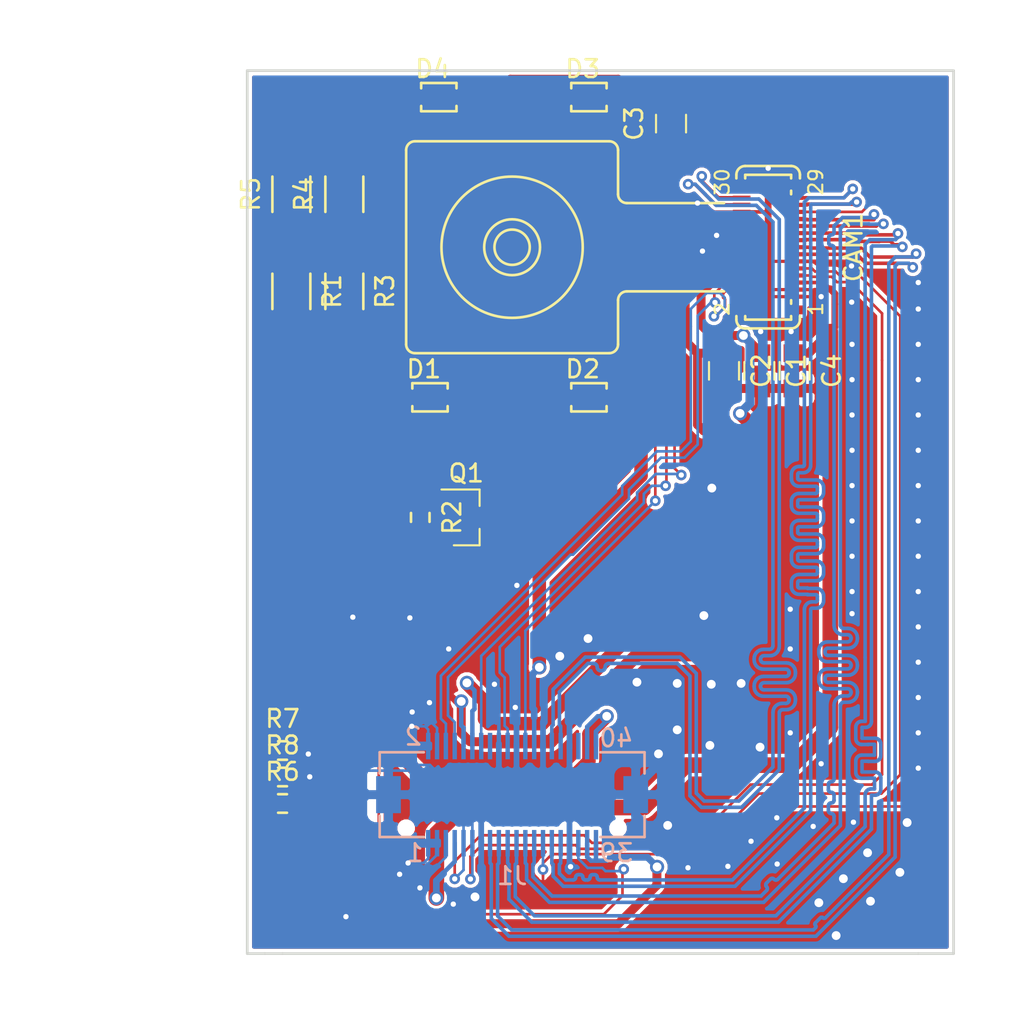
<source format=kicad_pcb>
(kicad_pcb (version 4) (host pcbnew 4.0.5)
  (layers (0 F.Cu signal) (1 In1.Cu signal) (2 In2.Cu signal) (31 B.Cu signal) (34 B.Paste user) (35 F.Paste user) (36 B.SilkS user) (37 F.SilkS user) (38 B.Mask user) (39 F.Mask user) (44 Edge.Cuts user))
  (net 0 "")
  (net 1 /DVDD_1V2)
  (net 2 /AVDD_2V8)
  (net 3 /CAM_SID)
  (net 4 /VCMVDD_2V8)
  (net 5 /PWDN_VCM)
  (net 6 /I²C_SDA)
  (net 7 /I²C_SCL)
  (net 8 /PWDN_CAM)
  (net 9 /CSI_CLK-)
  (net 10 /CSI_CLK+)
  (net 11 /CSI_D0-)
  (net 12 /MCLK_CAM)
  (net 13 /CSI_D0+)
  (net 14 /CSI_D1-)
  (net 15 /GPIO0_CAM)
  (net 16 /CSI_D1+)
  (net 17 /~RESET)
  (net 18 /CSI_D2-)
  (net 19 /CSI_D3-)
  (net 20 /CSI_D2+)
  (net 21 /CSI_D3+)
  (net 22 "Net-(D1-Pad1)")
  (net 23 "Net-(D1-Pad2)")
  (net 24 "Net-(D2-Pad2)")
  (net 25 "Net-(D3-Pad2)")
  (net 26 "Net-(D4-Pad2)")
  (net 27 /LED_EN)
  (net 28 /VDDLED)
  (net 29 GNDPWR)
  (net 30 GND)
  (net 31 /DOVDD_2V5)
  (module Capacitors_SMD:C_0805 (layer F.Cu) (at 84 56 270)
    (fp_text reference C1 (at 0 -2.1 270) (layer F.SilkS))
    (fp_text value 10µ)
    (pad 1 smd rect (at -1 0 270) (size 1 1.25) (layers F.Cu F.Paste F.Mask) (net 31 /DOVDD_2V5))
    (pad 2 smd rect (at 1 0 270) (size 1 1.25) (layers F.Cu F.Paste F.Mask) (net 30 GND))
  )
  (module Capacitors_SMD:C_0805 (layer F.Cu) (at 82 56 270)
    (fp_text reference C2 (at 0 -2.1 270) (layer F.SilkS))
    (fp_text value 10µ)
    (pad 1 smd rect (at -1 0 270) (size 1 1.25) (layers F.Cu F.Paste F.Mask) (net 1 /DVDD_1V2))
    (pad 2 smd rect (at 1 0 270) (size 1 1.25) (layers F.Cu F.Paste F.Mask) (net 30 GND))
  )
  (module Capacitors_SMD:C_0805 (layer F.Cu) (at 79 42 90)
    (fp_text reference C3 (at 0 -2.1 90) (layer F.SilkS))
    (fp_text value 10µ)
    (pad 1 smd rect (at -1 0 90) (size 1 1.25) (layers F.Cu F.Paste F.Mask) (net 2 /AVDD_2V8))
    (pad 2 smd rect (at 1 0 90) (size 1 1.25) (layers F.Cu F.Paste F.Mask) (net 30 GND))
  )
  (module "Custom Parts:P16V01A-503304-3040" (layer F.Cu) (at 84.5 49 90)
    (fp_text reference CAM1 (at 0 4.826 90) (layer F.SilkS))
    (fp_text value P16V01A)
    (fp_text user 2 (at -3.5 -2.6 90) (layer F.SilkS) (effects (font (size 0.8 0.8) (thickness 0.12))))
    (fp_text user 30 (at 3.7 -2.6 90) (layer F.SilkS) (effects (font (size 0.8 0.8) (thickness 0.12))))
    (fp_text user 29 (at 3.7 2.7 90) (layer F.SilkS) (effects (font (size 0.8 0.8) (thickness 0.12))))
    (fp_text user 1 (at -3.5 2.7 90) (layer F.SilkS) (effects (font (size 0.8 0.8) (thickness 0.12))))
    (pad 1 smd rect (at -2.8 1.5 90) (size 0.24 1) (layers F.Cu F.Paste F.Mask) (net 30 GND))
    (pad 2 smd rect (at -2.8 -1.5 90) (size 0.24 1) (layers F.Cu F.Paste F.Mask) (net 30 GND))
    (pad 3 smd rect (at -2.4 1.5 90) (size 0.24 1) (layers F.Cu F.Paste F.Mask) (net 30 GND))
    (pad 4 smd rect (at -2.4 -1.5 90) (size 0.24 1) (layers F.Cu F.Paste F.Mask) (net 3 /CAM_SID))
    (pad 5 smd rect (at -2 1.5 90) (size 0.24 1) (layers F.Cu F.Paste F.Mask) (net 4 /VCMVDD_2V8))
    (pad 6 smd rect (at -2 -1.5 90) (size 0.24 1) (layers F.Cu F.Paste F.Mask) (net 5 /PWDN_VCM))
    (pad 7 smd rect (at -1.6 1.5 90) (size 0.24 1) (layers F.Cu F.Paste F.Mask) (net 6 /I²C_SDA))
    (pad 8 smd rect (at -1.6 -1.5 90) (size 0.24 1) (layers F.Cu F.Paste F.Mask) (net 31 /DOVDD_2V5))
    (pad 9 smd rect (at -1.2 1.5 90) (size 0.24 1) (layers F.Cu F.Paste F.Mask) (net 7 /I²C_SCL))
    (pad 10 smd rect (at -1.2 -1.5 90) (size 0.24 1) (layers F.Cu F.Paste F.Mask) (net 1 /DVDD_1V2))
    (pad 11 smd rect (at -0.8 1.5 90) (size 0.24 1) (layers F.Cu F.Paste F.Mask) (net 30 GND))
    (pad 12 smd rect (at -0.8 -1.5 90) (size 0.24 1) (layers F.Cu F.Paste F.Mask) (net 8 /PWDN_CAM))
    (pad 13 smd rect (at -0.4 1.5 90) (size 0.24 1) (layers F.Cu F.Paste F.Mask) (net 9 /CSI_CLK-))
    (pad 14 smd rect (at -0.4 -1.5 90) (size 0.24 1) (layers F.Cu F.Paste F.Mask))
    (pad 15 smd rect (at 0 1.5 90) (size 0.24 1) (layers F.Cu F.Paste F.Mask) (net 10 /CSI_CLK+))
    (pad 16 smd rect (at 0 -1.5 90) (size 0.24 1) (layers F.Cu F.Paste F.Mask) (net 30 GND))
    (pad 17 smd rect (at 0.4 1.5 90) (size 0.24 1) (layers F.Cu F.Paste F.Mask) (net 11 /CSI_D0-))
    (pad 18 smd rect (at 0.4 -1.5 90) (size 0.24 1) (layers F.Cu F.Paste F.Mask) (net 12 /MCLK_CAM))
    (pad 19 smd rect (at 0.8 1.5 90) (size 0.24 1) (layers F.Cu F.Paste F.Mask) (net 13 /CSI_D0+))
    (pad 20 smd rect (at 0.8 -1.5 90) (size 0.24 1) (layers F.Cu F.Paste F.Mask) (net 30 GND))
    (pad 21 smd rect (at 1.2 1.5 90) (size 0.24 1) (layers F.Cu F.Paste F.Mask) (net 14 /CSI_D1-))
    (pad 22 smd rect (at 1.2 -1.5 90) (size 0.24 1) (layers F.Cu F.Paste F.Mask) (net 15 /GPIO0_CAM))
    (pad 23 smd rect (at 1.6 1.5 90) (size 0.24 1) (layers F.Cu F.Paste F.Mask) (net 16 /CSI_D1+))
    (pad 24 smd rect (at 1.6 -1.5 90) (size 0.24 1) (layers F.Cu F.Paste F.Mask) (net 2 /AVDD_2V8))
    (pad 25 smd rect (at 2 1.5 90) (size 0.24 1) (layers F.Cu F.Paste F.Mask) (net 17 /~RESET))
    (pad 26 smd rect (at 2 -1.5 90) (size 0.24 1) (layers F.Cu F.Paste F.Mask) (net 30 GND))
    (pad 27 smd rect (at 2.4 1.5 90) (size 0.24 1) (layers F.Cu F.Paste F.Mask) (net 18 /CSI_D2-))
    (pad 28 smd rect (at 2.4 -1.5 90) (size 0.24 1) (layers F.Cu F.Paste F.Mask) (net 19 /CSI_D3-))
    (pad 29 smd rect (at 2.8 1.5 90) (size 0.24 1) (layers F.Cu F.Paste F.Mask) (net 20 /CSI_D2+))
    (pad 30 smd rect (at 2.8 -1.5 90) (size 0.24 1) (layers F.Cu F.Paste F.Mask) (net 21 /CSI_D3+))
    (pad S smd rect (at -3.55 -1.5 90) (size 0.5 1) (layers F.Cu F.Paste F.Mask))
    (pad S smd rect (at -3.55 1.5 90) (size 0.5 1) (layers F.Cu F.Paste F.Mask))
    (pad S smd rect (at 3.55 -1.5 90) (size 0.5 1) (layers F.Cu F.Paste F.Mask))
    (pad S smd rect (at 3.55 1.5 90) (size 0.5 1) (layers F.Cu F.Paste F.Mask))
  )
  (module "Custom Parts:LED_MP2016" (layer F.Cu) (at 65 57.5 180)
    (fp_text reference D1 (at 0 1.6 180) (layer F.SilkS))
    (fp_text value MP-2016-1100-30-80)
    (pad 1 smd rect (at -0.73 0 180) (size 1.02 1.14) (layers F.Cu F.Paste F.Mask) (net 22 "Net-(D1-Pad1)"))
    (pad 1 smd rect (at -1.555 0 180) (size 0.63 0.8) (layers F.Cu F.Paste F.Mask) (net 22 "Net-(D1-Pad1)"))
    (pad 2 smd rect (at 0.38 0 180) (size 0.3 1.14) (layers F.Cu F.Paste F.Mask) (net 23 "Net-(D1-Pad2)"))
    (pad 2 smd rect (at 0.83 0 180) (size 0.6 0.8) (layers F.Cu F.Paste F.Mask) (net 23 "Net-(D1-Pad2)"))
  )
  (module "Custom Parts:LED_MP2016" (layer F.Cu) (at 74 57.5 180)
    (fp_text reference D2 (at 0 1.6 180) (layer F.SilkS))
    (fp_text value MP-2016-1100-30-80)
    (pad 1 smd rect (at -0.73 0 180) (size 1.02 1.14) (layers F.Cu F.Paste F.Mask) (net 22 "Net-(D1-Pad1)"))
    (pad 1 smd rect (at -1.555 0 180) (size 0.63 0.8) (layers F.Cu F.Paste F.Mask) (net 22 "Net-(D1-Pad1)"))
    (pad 2 smd rect (at 0.38 0 180) (size 0.3 1.14) (layers F.Cu F.Paste F.Mask) (net 24 "Net-(D2-Pad2)"))
    (pad 2 smd rect (at 0.83 0 180) (size 0.6 0.8) (layers F.Cu F.Paste F.Mask) (net 24 "Net-(D2-Pad2)"))
  )
  (module "Custom Parts:LED_MP2016" (layer F.Cu) (at 74 40.5 180)
    (fp_text reference D3 (at 0 1.6 180) (layer F.SilkS))
    (fp_text value MP-2016-1100-30-80)
    (pad 1 smd rect (at -0.73 0 180) (size 1.02 1.14) (layers F.Cu F.Paste F.Mask) (net 22 "Net-(D1-Pad1)"))
    (pad 1 smd rect (at -1.555 0 180) (size 0.63 0.8) (layers F.Cu F.Paste F.Mask) (net 22 "Net-(D1-Pad1)"))
    (pad 2 smd rect (at 0.38 0 180) (size 0.3 1.14) (layers F.Cu F.Paste F.Mask) (net 25 "Net-(D3-Pad2)"))
    (pad 2 smd rect (at 0.83 0 180) (size 0.6 0.8) (layers F.Cu F.Paste F.Mask) (net 25 "Net-(D3-Pad2)"))
  )
  (module "Custom Parts:LED_MP2016" (layer F.Cu) (at 65.5 40.5 180)
    (fp_text reference D4 (at 0 1.6 180) (layer F.SilkS))
    (fp_text value MP-2016-1100-30-80)
    (pad 1 smd rect (at -0.73 0 180) (size 1.02 1.14) (layers F.Cu F.Paste F.Mask) (net 22 "Net-(D1-Pad1)"))
    (pad 1 smd rect (at -1.555 0 180) (size 0.63 0.8) (layers F.Cu F.Paste F.Mask) (net 22 "Net-(D1-Pad1)"))
    (pad 2 smd rect (at 0.38 0 180) (size 0.3 1.14) (layers F.Cu F.Paste F.Mask) (net 26 "Net-(D4-Pad2)"))
    (pad 2 smd rect (at 0.83 0 180) (size 0.6 0.8) (layers F.Cu F.Paste F.Mask) (net 26 "Net-(D4-Pad2)"))
  )
  (module "Custom Parts:DF17(4.0)-40DP-0.5V(57)" (layer B.Cu) (at 70 80 180)
    (fp_text reference J1 (at 0 -4.6 180) (layer B.SilkS) (effects (justify mirror)))
    (fp_text value GR_4KCAM)
    (fp_text user 40 (at -5.9 3.2 180) (layer B.SilkS) (effects (justify mirror)))
    (fp_text user 2 (at 5.6 3.3 180) (layer B.SilkS) (effects (justify mirror)))
    (fp_text user 1 (at 5.5 -3.3 180) (layer B.SilkS) (effects (justify mirror)))
    (fp_text user 39 (at -5.9 -3.3 180) (layer B.SilkS) (effects (justify mirror)))
    (pad 1 smd rect (at 4.75 -2.75 180) (size 0.25 1.5) (layers B.Cu B.Paste B.Mask) (net 30 GND))
    (pad 2 smd rect (at 4.75 2.75 180) (size 0.25 1.5) (layers B.Cu B.Paste B.Mask) (net 30 GND))
    (pad 3 smd rect (at 4.25 -2.75 180) (size 0.25 1.5) (layers B.Cu B.Paste B.Mask) (net 30 GND))
    (pad 4 smd rect (at 4.25 2.75 180) (size 0.25 1.5) (layers B.Cu B.Paste B.Mask) (net 30 GND))
    (pad 5 smd rect (at 3.75 -2.75 180) (size 0.25 1.5) (layers B.Cu B.Paste B.Mask) (net 30 GND))
    (pad 6 smd rect (at 3.75 2.75 180) (size 0.25 1.5) (layers B.Cu B.Paste B.Mask) (net 3 /CAM_SID))
    (pad 7 smd rect (at 3.25 -2.75 180) (size 0.25 1.5) (layers B.Cu B.Paste B.Mask) (net 4 /VCMVDD_2V8))
    (pad 8 smd rect (at 3.25 2.75 180) (size 0.25 1.5) (layers B.Cu B.Paste B.Mask) (net 5 /PWDN_VCM))
    (pad 9 smd rect (at 2.75 -2.75 180) (size 0.25 1.5) (layers B.Cu B.Paste B.Mask) (net 6 /I²C_SDA))
    (pad 10 smd rect (at 2.75 2.75 180) (size 0.25 1.5) (layers B.Cu B.Paste B.Mask) (net 31 /DOVDD_2V5))
    (pad 11 smd rect (at 2.25 -2.75 180) (size 0.25 1.5) (layers B.Cu B.Paste B.Mask) (net 7 /I²C_SCL))
    (pad 12 smd rect (at 2.25 2.75 180) (size 0.25 1.5) (layers B.Cu B.Paste B.Mask) (net 1 /DVDD_1V2))
    (pad 13 smd rect (at 1.75 -2.75 180) (size 0.25 1.5) (layers B.Cu B.Paste B.Mask) (net 30 GND))
    (pad 14 smd rect (at 1.75 2.75 180) (size 0.25 1.5) (layers B.Cu B.Paste B.Mask) (net 8 /PWDN_CAM))
    (pad 15 smd rect (at 1.25 -2.75 180) (size 0.25 1.5) (layers B.Cu B.Paste B.Mask) (net 9 /CSI_CLK-))
    (pad 16 smd rect (at 1.25 2.75 180) (size 0.25 1.5) (layers B.Cu B.Paste B.Mask))
    (pad 17 smd rect (at 0.75 -2.75 180) (size 0.25 1.5) (layers B.Cu B.Paste B.Mask) (net 10 /CSI_CLK+))
    (pad 18 smd rect (at 0.75 2.75 180) (size 0.25 1.5) (layers B.Cu B.Paste B.Mask) (net 30 GND))
    (pad 19 smd rect (at 0.25 -2.75 180) (size 0.25 1.5) (layers B.Cu B.Paste B.Mask) (net 11 /CSI_D0-))
    (pad 20 smd rect (at 0.25 2.75 180) (size 0.25 1.5) (layers B.Cu B.Paste B.Mask) (net 12 /MCLK_CAM))
    (pad 21 smd rect (at -0.25 -2.75 180) (size 0.25 1.5) (layers B.Cu B.Paste B.Mask) (net 13 /CSI_D0+))
    (pad 22 smd rect (at -0.25 2.75 180) (size 0.25 1.5) (layers B.Cu B.Paste B.Mask) (net 30 GND))
    (pad 23 smd rect (at -0.75 -2.75 180) (size 0.25 1.5) (layers B.Cu B.Paste B.Mask) (net 14 /CSI_D1-))
    (pad 24 smd rect (at -0.75 2.75 180) (size 0.25 1.5) (layers B.Cu B.Paste B.Mask) (net 15 /GPIO0_CAM))
    (pad 25 smd rect (at -1.25 -2.75 180) (size 0.25 1.5) (layers B.Cu B.Paste B.Mask) (net 16 /CSI_D1+))
    (pad 26 smd rect (at -1.25 2.75 180) (size 0.25 1.5) (layers B.Cu B.Paste B.Mask) (net 2 /AVDD_2V8))
    (pad 27 smd rect (at -1.75 -2.75 180) (size 0.25 1.5) (layers B.Cu B.Paste B.Mask) (net 17 /~RESET))
    (pad 28 smd rect (at -1.75 2.75 180) (size 0.25 1.5) (layers B.Cu B.Paste B.Mask) (net 30 GND))
    (pad 29 smd rect (at -2.25 -2.75 180) (size 0.25 1.5) (layers B.Cu B.Paste B.Mask) (net 18 /CSI_D2-))
    (pad 30 smd rect (at -2.25 2.75 180) (size 0.25 1.5) (layers B.Cu B.Paste B.Mask) (net 19 /CSI_D3-))
    (pad 31 smd rect (at -2.75 -2.75 180) (size 0.25 1.5) (layers B.Cu B.Paste B.Mask) (net 20 /CSI_D2+))
    (pad 32 smd rect (at -2.75 2.75 180) (size 0.25 1.5) (layers B.Cu B.Paste B.Mask) (net 21 /CSI_D3+))
    (pad 33 smd rect (at -3.25 -2.75 180) (size 0.25 1.5) (layers B.Cu B.Paste B.Mask) (net 30 GND))
    (pad 34 smd rect (at -3.25 2.75 180) (size 0.25 1.5) (layers B.Cu B.Paste B.Mask) (net 30 GND))
    (pad 35 smd rect (at -3.75 -2.75 180) (size 0.25 1.5) (layers B.Cu B.Paste B.Mask) (net 27 /LED_EN))
    (pad 36 smd rect (at -3.75 2.75 180) (size 0.25 1.5) (layers B.Cu B.Paste B.Mask))
    (pad 37 smd rect (at -4.25 -2.75 180) (size 0.25 1.5) (layers B.Cu B.Paste B.Mask) (net 28 /VDDLED))
    (pad 38 smd rect (at -4.25 2.75 180) (size 0.25 1.5) (layers B.Cu B.Paste B.Mask) (net 29 GNDPWR))
    (pad 39 smd rect (at -4.75 -2.75 180) (size 0.25 1.5) (layers B.Cu B.Paste B.Mask) (net 28 /VDDLED))
    (pad 40 smd rect (at -4.75 2.75 180) (size 0.25 1.5) (layers B.Cu B.Paste B.Mask) (net 29 GNDPWR))
    (pad S smd rect (at -7 0 180) (size 1.4 2.1) (layers B.Cu B.Paste B.Mask) (net 30 GND))
    (pad S smd rect (at 7 0 180) (size 1.4 2.1) (layers B.Cu B.Paste B.Mask) (net 30 GND))
    (pad "" np_thru_hole circle (at -6 -1.9 180) (size 0.6 0.6) (drill 0.6) (layers *.Cu *.Mask))
    (pad "" np_thru_hole circle (at 6 -1.9 180) (size 0.6 0.6) (drill 0.6) (layers *.Cu *.Mask))
  )
  (module TO_SOT_Packages_SMD:SOT-23 (layer F.Cu) (at 67.4 64.3)
    (fp_text reference Q1 (at 0 -2.5) (layer F.SilkS))
    (fp_text value NTR4003N)
    (pad 1 smd rect (at -1 -0.95) (size 0.9 0.8) (layers F.Cu F.Paste F.Mask) (net 27 /LED_EN))
    (pad 2 smd rect (at -1 0.95) (size 0.9 0.8) (layers F.Cu F.Paste F.Mask) (net 29 GNDPWR))
    (pad 3 smd rect (at 1 0) (size 0.9 0.8) (layers F.Cu F.Paste F.Mask) (net 22 "Net-(D1-Pad1)"))
  )
  (module Resistors_SMD:R_1206 (layer F.Cu) (at 57.5 51.5 270)
    (fp_text reference R1 (at 0 -2.3 270) (layer F.SilkS))
    (fp_text value 36R/¼W)
    (pad 1 smd rect (at -1.45 0 270) (size 0.9 1.7) (layers F.Cu F.Paste F.Mask) (net 28 /VDDLED))
    (pad 2 smd rect (at 1.45 0 270) (size 0.9 1.7) (layers F.Cu F.Paste F.Mask) (net 23 "Net-(D1-Pad2)"))
  )
  (module Resistors_SMD:R_0402 (layer F.Cu) (at 64.8 64.3 270)
    (fp_text reference R2 (at 0 -1.8 270) (layer F.SilkS))
    (fp_text value 10k)
    (pad 1 smd rect (at -0.45 0 270) (size 0.4 0.6) (layers F.Cu F.Paste F.Mask) (net 27 /LED_EN))
    (pad 2 smd rect (at 0.45 0 270) (size 0.4 0.6) (layers F.Cu F.Paste F.Mask) (net 29 GNDPWR))
  )
  (module Resistors_SMD:R_1206 (layer F.Cu) (at 60.5 51.5 270)
    (fp_text reference R3 (at 0 -2.3 270) (layer F.SilkS))
    (fp_text value 36R/¼W)
    (pad 1 smd rect (at -1.45 0 270) (size 0.9 1.7) (layers F.Cu F.Paste F.Mask) (net 28 /VDDLED))
    (pad 2 smd rect (at 1.45 0 270) (size 0.9 1.7) (layers F.Cu F.Paste F.Mask) (net 24 "Net-(D2-Pad2)"))
  )
  (module Resistors_SMD:R_1206 (layer F.Cu) (at 60.5 46 90)
    (fp_text reference R4 (at 0 -2.3 90) (layer F.SilkS))
    (fp_text value 36R/¼W)
    (pad 1 smd rect (at -1.45 0 90) (size 0.9 1.7) (layers F.Cu F.Paste F.Mask) (net 28 /VDDLED))
    (pad 2 smd rect (at 1.45 0 90) (size 0.9 1.7) (layers F.Cu F.Paste F.Mask) (net 25 "Net-(D3-Pad2)"))
  )
  (module Resistors_SMD:R_1206 (layer F.Cu) (at 57.5 46 90)
    (fp_text reference R5 (at 0 -2.3 90) (layer F.SilkS))
    (fp_text value 36R/¼W)
    (pad 1 smd rect (at -1.45 0 90) (size 0.9 1.7) (layers F.Cu F.Paste F.Mask) (net 28 /VDDLED))
    (pad 2 smd rect (at 1.45 0 90) (size 0.9 1.7) (layers F.Cu F.Paste F.Mask) (net 26 "Net-(D4-Pad2)"))
  )
  (module Capacitors_SMD:C_0805 (layer F.Cu) (at 86 56 270)
    (fp_text reference C4 (at 0 -2.1 270) (layer F.SilkS))
    (fp_text value 10µ)
    (pad 1 smd rect (at -1 0 270) (size 1 1.25) (layers F.Cu F.Paste F.Mask) (net 4 /VCMVDD_2V8))
    (pad 2 smd rect (at 1 0 270) (size 1 1.25) (layers F.Cu F.Paste F.Mask) (net 30 GND))
  )
  (module Resistors_SMD:R_0402 (layer F.Cu) (at 57 80.5)
    (fp_text reference R6 (at 0 -1.8) (layer F.SilkS))
    (fp_text value 10k)
    (pad 1 smd rect (at -0.45 0) (size 0.4 0.6) (layers F.Cu F.Paste F.Mask) (net 31 /DOVDD_2V5))
    (pad 2 smd rect (at 0.45 0) (size 0.4 0.6) (layers F.Cu F.Paste F.Mask) (net 17 /~RESET))
  )
  (module Resistors_SMD:R_0402 (layer F.Cu) (at 57 77.5)
    (fp_text reference R7 (at 0 -1.8) (layer F.SilkS))
    (fp_text value 2k)
    (pad 1 smd rect (at -0.45 0) (size 0.4 0.6) (layers F.Cu F.Paste F.Mask) (net 31 /DOVDD_2V5))
    (pad 2 smd rect (at 0.45 0) (size 0.4 0.6) (layers F.Cu F.Paste F.Mask) (net 7 /I²C_SCL))
  )
  (module Resistors_SMD:R_0402 (layer F.Cu) (at 57 79)
    (fp_text reference R8 (at 0 -1.8) (layer F.SilkS))
    (fp_text value 2k)
    (pad 1 smd rect (at -0.45 0) (size 0.4 0.6) (layers F.Cu F.Paste F.Mask) (net 31 /DOVDD_2V5))
    (pad 2 smd rect (at 0.45 0) (size 0.4 0.6) (layers F.Cu F.Paste F.Mask) (net 6 /I²C_SDA))
  )
  (gr_line (start 55 89) (end 55 39) (angle 90) (layer Edge.Cuts) (width 0.15))
  (gr_line (start 95 39) (end 95 89) (angle 90) (layer Edge.Cuts) (width 0.15))
  (gr_line (start 55 39) (end 95 39) (angle 90) (layer Edge.Cuts) (width 0.15))
  (gr_line (start 56 89) (end 55 89) (angle 90) (layer Edge.Cuts) (width 0.15))
  (gr_line (start 57 89) (end 56 89) (angle 90) (layer Edge.Cuts) (width 0.15))
  (gr_line (start 93 89) (end 95 89) (angle 90) (layer Edge.Cuts) (width 0.15))
  (gr_line (start 57 89) (end 93 89) (angle 90) (layer Edge.Cuts) (width 0.15))
  (segment (start 71.71 75.98) (end 76.61 71.08) (width 0.762) (layer F.Cu) (net 1))
  (segment (start 70.81 75.98) (end 71.71 75.98) (width 0.762) (layer F.Cu) (net 1))
  (segment (start 67.44 73.71) (end 68.44 74.71) (width 0.762) (layer F.Cu) (net 1))
  (segment (start 68.44 74.71) (end 68.44 75.72) (width 0.762) (layer F.Cu) (net 1))
  (segment (start 68.44 75.72) (end 68.7 75.98) (width 0.762) (layer F.Cu) (net 1))
  (segment (start 68.7 75.98) (end 70.81 75.98) (width 0.762) (layer F.Cu) (net 1))
  (via (at 67.44 73.67) (size 0.8) (drill 0.5) (layers F.Cu B.Cu) (net 1))
  (segment (start 67.75 75.27) (end 67.87 75.15) (width 0.254) (layer B.Cu) (net 1))
  (segment (start 67.87 75.15) (end 67.87 74.1) (width 0.254) (layer B.Cu) (net 1))
  (segment (start 67.44 73.67) (end 67.87 74.1) (width 0.254) (layer B.Cu) (net 1))
  (segment (start 67.75 77.25) (end 67.75 75.27) (width 0.254) (layer B.Cu) (net 1))
  (segment (start 67.44 73.67) (end 67.44 73.71) (width 0.762) (layer F.Cu) (net 1))
  (segment (start 81.6 71.08) (end 82.46 70.22) (width 0.762) (layer F.Cu) (net 1))
  (segment (start 76.61 71.08) (end 81.6 71.08) (width 0.762) (layer F.Cu) (net 1))
  (segment (start 82.46 59.96) (end 82.46 59.72) (width 0.508) (layer F.Cu) (net 1))
  (segment (start 82.46 70.22) (end 82.46 59.96) (width 0.762) (layer F.Cu) (net 1))
  (segment (start 80.5 59.05) (end 80.5 55) (width 0.508) (layer F.Cu) (net 1))
  (segment (start 80.85 59.4) (end 80.5 59.05) (width 0.508) (layer F.Cu) (net 1))
  (segment (start 82.14 59.4) (end 80.85 59.4) (width 0.508) (layer F.Cu) (net 1))
  (segment (start 82.46 59.72) (end 82.14 59.4) (width 0.508) (layer F.Cu) (net 1))
  (segment (start 83 50.2) (end 80.7 50.2) (width 0.254) (layer F.Cu) (net 1))
  (segment (start 80.5 55) (end 79.8 54.3) (width 0.508) (layer F.Cu) (net 1))
  (segment (start 79.8 54.3) (end 79.8 51.1) (width 0.508) (layer F.Cu) (net 1))
  (segment (start 79.8 51.1) (end 80.6 50.3) (width 0.508) (layer F.Cu) (net 1))
  (segment (start 80.5 55) (end 82 55) (width 0.508) (layer F.Cu) (net 1))
  (segment (start 80.7 50.2) (end 80.6 50.3) (width 0.254) (layer F.Cu) (net 1))
  (segment (start 71.25 75.62) (end 71.25 75.184498) (width 0.381) (layer B.Cu) (net 2))
  (segment (start 71.165502 73.164498) (end 71.54 72.79) (width 0.381) (layer B.Cu) (net 2))
  (segment (start 71.165502 75.1) (end 71.165502 73.164498) (width 0.381) (layer B.Cu) (net 2))
  (segment (start 71.25 75.184498) (end 71.165502 75.1) (width 0.381) (layer B.Cu) (net 2))
  (segment (start 71.25 73.08) (end 71.54 72.79) (width 0.381) (layer B.Cu) (net 2))
  (segment (start 71.54 72.79) (end 71.54 67.71) (width 0.762) (layer F.Cu) (net 2))
  (segment (start 77.3 55.74) (end 77.3 61.95) (width 0.762) (layer F.Cu) (net 2))
  (segment (start 78.27 47.16) (end 77.3 48.13) (width 0.762) (layer F.Cu) (net 2))
  (segment (start 77.3 48.13) (end 77.3 55.74) (width 0.762) (layer F.Cu) (net 2))
  (segment (start 78.27 47.16) (end 79 47.16) (width 0.762) (layer F.Cu) (net 2))
  (segment (start 77.3 61.95) (end 71.54 67.71) (width 0.762) (layer F.Cu) (net 2))
  (segment (start 71.25 77.25) (end 71.25 75.62) (width 0.254) (layer B.Cu) (net 2))
  (segment (start 71.25 75.62) (end 71.25 75.57) (width 0.254) (layer B.Cu) (net 2))
  (via (at 71.54 72.79) (size 0.8) (drill 0.5) (layers F.Cu B.Cu) (net 2))
  (segment (start 71.54 72.79) (end 71.53 72.79) (width 0.762) (layer B.Cu) (net 2))
  (segment (start 71.54 72.79) (end 71.56 72.81) (width 0.762) (layer F.Cu) (net 2))
  (segment (start 79 47.16) (end 79 45.93) (width 0.381) (layer F.Cu) (net 2))
  (segment (start 79 43) (end 79 45.93) (width 0.508) (layer F.Cu) (net 2))
  (segment (start 79.24 47.4) (end 79 47.16) (width 0.381) (layer F.Cu) (net 2))
  (segment (start 79.24 47.4) (end 83 47.4) (width 0.254) (layer F.Cu) (net 2))
  (segment (start 80.12 53.48) (end 80.12 60) (width 0.15) (layer B.Cu) (net 3))
  (segment (start 81.02 51.59) (end 80.12 52.49) (width 0.15) (layer B.Cu) (net 3))
  (segment (start 80.12 52.49) (end 80.12 53.48) (width 0.15) (layer B.Cu) (net 3))
  (via (at 81.43 52.91) (size 0.6) (drill 0.3) (layers F.Cu B.Cu) (net 3))
  (segment (start 82.17 51.4) (end 81.95 51.62) (width 0.15) (layer F.Cu) (net 3))
  (segment (start 81.95 51.62) (end 81.95 51.85) (width 0.15) (layer F.Cu) (net 3))
  (segment (start 81.95 51.85) (end 82.06 51.96) (width 0.15) (layer F.Cu) (net 3))
  (segment (start 82.06 51.96) (end 82.06 52.38) (width 0.15) (layer F.Cu) (net 3))
  (segment (start 82.06 52.38) (end 81.53 52.91) (width 0.15) (layer F.Cu) (net 3))
  (segment (start 81.53 52.91) (end 81.43 52.91) (width 0.15) (layer F.Cu) (net 3))
  (segment (start 83 51.4) (end 82.17 51.4) (width 0.15) (layer F.Cu) (net 3))
  (segment (start 81.77 51.59) (end 81.33 51.59) (width 0.15) (layer B.Cu) (net 3))
  (segment (start 82.04 51.86) (end 81.77 51.59) (width 0.15) (layer B.Cu) (net 3))
  (segment (start 82.04 52.41) (end 82.04 51.86) (width 0.15) (layer B.Cu) (net 3))
  (segment (start 81.56 52.89) (end 82.04 52.41) (width 0.15) (layer B.Cu) (net 3))
  (segment (start 81.45 52.89) (end 81.56 52.89) (width 0.15) (layer B.Cu) (net 3))
  (segment (start 81.43 52.91) (end 81.45 52.89) (width 0.15) (layer B.Cu) (net 3))
  (segment (start 81.33 51.59) (end 81.02 51.59) (width 0.15) (layer B.Cu) (net 3))
  (segment (start 66.25 75.98) (end 66.25 77.25) (width 0.15) (layer B.Cu) (net 3))
  (segment (start 65.97 75.7) (end 66.25 75.98) (width 0.15) (layer B.Cu) (net 3))
  (segment (start 65.97 73.27) (end 65.97 75.7) (width 0.15) (layer B.Cu) (net 3))
  (segment (start 76.232867 63.007133) (end 65.97 73.27) (width 0.15) (layer B.Cu) (net 3))
  (segment (start 76.232867 62.527133) (end 76.232867 63.007133) (width 0.15) (layer B.Cu) (net 3))
  (segment (start 78.2 60.56) (end 76.232867 62.527133) (width 0.15) (layer B.Cu) (net 3))
  (segment (start 79.56 60.56) (end 78.2 60.56) (width 0.15) (layer B.Cu) (net 3))
  (segment (start 80.12 60) (end 79.56 60.56) (width 0.15) (layer B.Cu) (net 3))
  (segment (start 88.275 52.225) (end 88.275 53.525) (width 0.381) (layer F.Cu) (net 4))
  (segment (start 88.275 53.525) (end 88.02 53.78) (width 0.381) (layer F.Cu) (net 4))
  (segment (start 88.02 51.35) (end 88.02 51.37) (width 0.381) (layer F.Cu) (net 4))
  (segment (start 88.02 51.37) (end 88.275 51.625) (width 0.381) (layer F.Cu) (net 4))
  (segment (start 88.275 51.625) (end 88.275 52.225) (width 0.381) (layer F.Cu) (net 4))
  (segment (start 66.75 82.75) (end 66.75 83.79) (width 0.254) (layer B.Cu) (net 4))
  (segment (start 65.71 84.88) (end 66.12 84.47) (width 0.381) (layer B.Cu) (net 4))
  (via (at 65.71 85.85) (size 0.8) (drill 0.5) (layers F.Cu B.Cu) (net 4))
  (segment (start 67.19 80.73) (end 65.71 82.21) (width 0.885) (layer F.Cu) (net 4))
  (segment (start 65.71 85.85) (end 65.71 82.21) (width 0.885) (layer F.Cu) (net 4))
  (segment (start 88.02 76.19) (end 88.02 53.78) (width 0.885) (layer F.Cu) (net 4))
  (segment (start 77.46 80.73) (end 71.63 80.73) (width 0.885) (layer F.Cu) (net 4))
  (segment (start 79.86 78.33) (end 77.46 80.73) (width 0.885) (layer F.Cu) (net 4))
  (segment (start 85.88 78.33) (end 79.86 78.33) (width 0.885) (layer F.Cu) (net 4))
  (segment (start 88.02 76.19) (end 85.88 78.33) (width 0.885) (layer F.Cu) (net 4))
  (segment (start 71.63 80.73) (end 67.19 80.73) (width 0.885) (layer F.Cu) (net 4))
  (segment (start 65.71 85.85) (end 65.71 84.88) (width 0.381) (layer B.Cu) (net 4))
  (segment (start 66.12 84.42) (end 66.12 84.47) (width 0.254) (layer B.Cu) (net 4))
  (segment (start 66.75 83.79) (end 66.12 84.42) (width 0.254) (layer B.Cu) (net 4))
  (segment (start 87.67 51) (end 88.02 51.35) (width 0.2032) (layer F.Cu) (net 4))
  (segment (start 86 51) (end 87.67 51) (width 0.2032) (layer F.Cu) (net 4))
  (segment (start 86.8 55) (end 86 55) (width 0.508) (layer F.Cu) (net 4))
  (segment (start 88.02 53.78) (end 86.8 55) (width 0.508) (layer F.Cu) (net 4))
  (segment (start 80.51 53.87) (end 80.51 52.88) (width 0.15) (layer B.Cu) (net 5))
  (segment (start 73.45 66.41) (end 76.62 63.24) (width 0.15) (layer B.Cu) (net 5))
  (segment (start 76.62 63.24) (end 76.62 62.73) (width 0.15) (layer B.Cu) (net 5))
  (segment (start 76.62 62.73) (end 78.43 60.92) (width 0.15) (layer B.Cu) (net 5))
  (segment (start 78.43 60.92) (end 79.76 60.92) (width 0.15) (layer B.Cu) (net 5))
  (segment (start 79.76 60.92) (end 80.51 60.17) (width 0.15) (layer B.Cu) (net 5))
  (segment (start 80.51 60.17) (end 80.51 53.87) (width 0.15) (layer B.Cu) (net 5))
  (segment (start 66.37 74.01) (end 66.37 73.35) (width 0.15) (layer B.Cu) (net 5))
  (segment (start 66.75 75.9) (end 66.37 75.52) (width 0.15) (layer B.Cu) (net 5))
  (segment (start 66.37 75.52) (end 66.37 74.01) (width 0.15) (layer B.Cu) (net 5))
  (segment (start 66.75 77.25) (end 66.75 75.9) (width 0.15) (layer B.Cu) (net 5))
  (segment (start 66.37 73.35) (end 73.31 66.41) (width 0.15) (layer B.Cu) (net 5))
  (segment (start 73.31 66.41) (end 73.45 66.41) (width 0.15) (layer B.Cu) (net 5))
  (segment (start 82.35 51) (end 82.09 51) (width 0.15) (layer F.Cu) (net 5))
  (segment (start 82.35 51) (end 83 51) (width 0.15) (layer F.Cu) (net 5))
  (segment (start 81.45 51.64) (end 81.45 51.96) (width 0.15) (layer F.Cu) (net 5))
  (segment (start 82.09 51) (end 81.45 51.64) (width 0.15) (layer F.Cu) (net 5))
  (segment (start 81.45 52.09) (end 81.45 51.96) (width 0.15) (layer F.Cu) (net 5))
  (segment (start 81.49 52.13) (end 81.45 52.09) (width 0.15) (layer F.Cu) (net 5))
  (via (at 81.49 52.13) (size 0.6) (drill 0.3) (layers F.Cu B.Cu) (net 5))
  (segment (start 81.26 52.13) (end 81.49 52.13) (width 0.15) (layer B.Cu) (net 5))
  (segment (start 80.51 52.88) (end 81.26 52.13) (width 0.15) (layer B.Cu) (net 5))
  (segment (start 57.45 79) (end 58.53 79) (width 0.15) (layer F.Cu) (net 6))
  (segment (start 58.53 79) (end 58.54 78.99) (width 0.15) (layer F.Cu) (net 6))
  (via (at 58.54 78.99) (size 0.6) (drill 0.3) (layers F.Cu B.Cu) (net 6))
  (segment (start 58.54 78.99) (end 58.55 78.98) (width 0.15) (layer B.Cu) (net 6))
  (segment (start 58.55 78.98) (end 60.33 78.98) (width 0.15) (layer B.Cu) (net 6))
  (segment (start 60.33 78.98) (end 60.67 78.64) (width 0.15) (layer B.Cu) (net 6))
  (segment (start 60.67 78.64) (end 64.9 78.64) (width 0.15) (layer B.Cu) (net 6))
  (segment (start 64.9 78.64) (end 67.25 80.99) (width 0.15) (layer B.Cu) (net 6))
  (segment (start 67.25 80.99) (end 67.25 82.75) (width 0.15) (layer B.Cu) (net 6))
  (segment (start 86 50.6) (end 86.851602 50.6) (width 0.15) (layer F.Cu) (net 6))
  (segment (start 86.851602 50.6) (end 86.925 50.673398) (width 0.15) (layer F.Cu) (net 6))
  (segment (start 86.925 50.673398) (end 88.098398 50.673398) (width 0.15) (layer F.Cu) (net 6))
  (segment (start 88.098398 50.673398) (end 88.4 50.975) (width 0.15) (layer F.Cu) (net 6))
  (segment (start 88.4 50.975) (end 89.175 50.975) (width 0.15) (layer F.Cu) (net 6))
  (segment (start 75.03 82.73) (end 80.2 82.73) (width 0.15) (layer F.Cu) (net 6))
  (segment (start 90.95 55.4) (end 90.95 78.86) (width 0.15) (layer F.Cu) (net 6))
  (segment (start 89.175 50.975) (end 90.95 52.75) (width 0.15) (layer F.Cu) (net 6))
  (segment (start 90.95 52.75) (end 90.95 55.4) (width 0.15) (layer F.Cu) (net 6))
  (segment (start 90.38 79.43) (end 83.64 79.43) (width 0.15) (layer F.Cu) (net 6))
  (segment (start 90.95 78.86) (end 90.38 79.43) (width 0.15) (layer F.Cu) (net 6))
  (segment (start 74.09 82.3) (end 74.52 82.73) (width 0.15) (layer F.Cu) (net 6))
  (segment (start 74.52 82.73) (end 75.03 82.73) (width 0.15) (layer F.Cu) (net 6))
  (segment (start 74.09 82.3) (end 73.91 82.3) (width 0.15) (layer F.Cu) (net 6))
  (segment (start 83.5 79.43) (end 83.64 79.43) (width 0.15) (layer F.Cu) (net 6))
  (segment (start 80.2 82.73) (end 83.5 79.43) (width 0.15) (layer F.Cu) (net 6))
  (via (at 66.75 84.77) (size 0.6) (drill 0.3) (layers F.Cu B.Cu) (net 6))
  (segment (start 73.92 82.3) (end 73.91 82.3) (width 0.15) (layer F.Cu) (net 6))
  (segment (start 73.91 82.3) (end 68.23 82.3) (width 0.15) (layer F.Cu) (net 6))
  (segment (start 68.23 82.3) (end 66.75 83.78) (width 0.15) (layer F.Cu) (net 6))
  (segment (start 66.75 83.78) (end 66.75 84.77) (width 0.15) (layer F.Cu) (net 6))
  (segment (start 67.25 84.27) (end 67.25 82.75) (width 0.15) (layer B.Cu) (net 6))
  (segment (start 66.75 84.77) (end 67.25 84.27) (width 0.15) (layer B.Cu) (net 6))
  (segment (start 63.28 78.32) (end 59.08 78.32) (width 0.15) (layer B.Cu) (net 7))
  (segment (start 59.08 78.32) (end 58.46 77.7) (width 0.15) (layer B.Cu) (net 7))
  (via (at 58.46 77.7) (size 0.6) (drill 0.3) (layers F.Cu B.Cu) (net 7))
  (segment (start 58.46 77.7) (end 58.26 77.5) (width 0.15) (layer F.Cu) (net 7))
  (segment (start 58.26 77.5) (end 57.45 77.5) (width 0.15) (layer F.Cu) (net 7))
  (segment (start 67.75 82.75) (end 67.75 80.72) (width 0.15) (layer B.Cu) (net 7))
  (segment (start 67.75 80.72) (end 65.35 78.32) (width 0.15) (layer B.Cu) (net 7))
  (segment (start 65.35 78.32) (end 63.28 78.32) (width 0.15) (layer B.Cu) (net 7))
  (segment (start 86 50.2) (end 86.976604 50.2) (width 0.15) (layer F.Cu) (net 7))
  (segment (start 86.976604 50.2) (end 87.15 50.373396) (width 0.15) (layer F.Cu) (net 7))
  (segment (start 87.15 50.373396) (end 88.323398 50.373396) (width 0.15) (layer F.Cu) (net 7))
  (segment (start 88.323398 50.373396) (end 88.575002 50.625) (width 0.15) (layer F.Cu) (net 7))
  (segment (start 88.575002 50.625) (end 89.695 50.625) (width 0.15) (layer F.Cu) (net 7))
  (segment (start 73.41 82.86) (end 73.600002 82.86) (width 0.15) (layer F.Cu) (net 7))
  (segment (start 83.97 79.94) (end 81.93 81.98) (width 0.15) (layer F.Cu) (net 7))
  (via (at 67.64 84.78) (size 0.6) (drill 0.3) (layers F.Cu B.Cu) (net 7))
  (segment (start 89.695 50.625) (end 91.98 52.91) (width 0.15) (layer F.Cu) (net 7))
  (segment (start 91.98 52.91) (end 91.98 78.87) (width 0.15) (layer F.Cu) (net 7))
  (segment (start 91.98 78.87) (end 90.91 79.94) (width 0.15) (layer F.Cu) (net 7))
  (segment (start 90.91 79.94) (end 84.16 79.94) (width 0.15) (layer F.Cu) (net 7))
  (segment (start 73.41 82.86) (end 68.28 82.86) (width 0.15) (layer F.Cu) (net 7))
  (segment (start 68.28 82.86) (end 67.64 83.5) (width 0.15) (layer F.Cu) (net 7))
  (segment (start 67.64 83.5) (end 67.64 84.78) (width 0.15) (layer F.Cu) (net 7))
  (segment (start 67.75 84.67) (end 67.75 82.75) (width 0.15) (layer B.Cu) (net 7))
  (segment (start 67.64 84.78) (end 67.75 84.67) (width 0.15) (layer B.Cu) (net 7))
  (segment (start 84.16 79.94) (end 83.97 79.94) (width 0.15) (layer F.Cu) (net 7))
  (segment (start 80.840002 83.069998) (end 81.93 81.98) (width 0.15) (layer F.Cu) (net 7))
  (segment (start 73.81 83.069998) (end 80.840002 83.069998) (width 0.15) (layer F.Cu) (net 7))
  (segment (start 73.600002 82.86) (end 73.81 83.069998) (width 0.15) (layer F.Cu) (net 7))
  (segment (start 79.2 53.63) (end 79.2 61.52) (width 0.15) (layer F.Cu) (net 8))
  (segment (start 80.24 49.8) (end 79.2 50.84) (width 0.15) (layer F.Cu) (net 8))
  (segment (start 79.2 53.57) (end 79.2 53.63) (width 0.15) (layer F.Cu) (net 8))
  (segment (start 79.2 50.84) (end 79.2 53.57) (width 0.15) (layer F.Cu) (net 8))
  (segment (start 83 49.8) (end 80.24 49.8) (width 0.15) (layer F.Cu) (net 8))
  (segment (start 68.25 72.15) (end 68.25 77.25) (width 0.15) (layer B.Cu) (net 8))
  (segment (start 77.08 63.32) (end 68.25 72.15) (width 0.15) (layer B.Cu) (net 8))
  (segment (start 77.08 62.89) (end 77.08 63.32) (width 0.15) (layer B.Cu) (net 8))
  (segment (start 78.13 61.84) (end 77.08 62.89) (width 0.15) (layer B.Cu) (net 8))
  (segment (start 79.52 61.84) (end 78.13 61.84) (width 0.15) (layer B.Cu) (net 8))
  (segment (start 79.58 61.9) (end 79.52 61.84) (width 0.15) (layer B.Cu) (net 8))
  (via (at 79.58 61.9) (size 0.6) (drill 0.3) (layers F.Cu B.Cu) (net 8))
  (segment (start 79.2 61.52) (end 79.58 61.9) (width 0.15) (layer F.Cu) (net 8))
  (via (at 92.69 50.14) (size 0.6) (drill 0.3) (layers F.Cu B.Cu) (net 9))
  (segment (start 92.4591 49.9091) (end 92.69 50.14) (width 0.2032) (layer B.Cu) (net 9))
  (segment (start 91.6891 50.074184) (end 91.854184 49.9091) (width 0.2032) (layer B.Cu) (net 9))
  (segment (start 91.6891 83.534184) (end 91.6891 50.074184) (width 0.2032) (layer B.Cu) (net 9))
  (segment (start 87.204184 88.0191) (end 91.6891 83.534184) (width 0.2032) (layer B.Cu) (net 9))
  (segment (start 69.825816 88.0191) (end 87.204184 88.0191) (width 0.2032) (layer B.Cu) (net 9))
  (segment (start 68.8209 87.014184) (end 69.825816 88.0191) (width 0.2032) (layer B.Cu) (net 9))
  (segment (start 68.75 82.75) (end 68.75 83.875) (width 0.2032) (layer B.Cu) (net 9))
  (segment (start 68.75 83.875) (end 68.8209 83.9459) (width 0.2032) (layer B.Cu) (net 9))
  (segment (start 68.8209 83.9459) (end 68.8209 87.014184) (width 0.2032) (layer B.Cu) (net 9))
  (segment (start 91.854184 49.9091) (end 92.4591 49.9091) (width 0.2032) (layer B.Cu) (net 9))
  (segment (start 89.52 49.4) (end 86 49.4) (width 0.2032) (layer F.Cu) (net 9))
  (segment (start 90.03 49.91) (end 89.52 49.4) (width 0.2032) (layer F.Cu) (net 9))
  (segment (start 92.46 49.91) (end 90.03 49.91) (width 0.2032) (layer F.Cu) (net 9))
  (segment (start 92.69 50.14) (end 92.46 49.91) (width 0.2032) (layer F.Cu) (net 9))
  (segment (start 69.25 82.75) (end 69.25 83.875) (width 0.2032) (layer B.Cu) (net 10))
  (segment (start 87.148262 87.340518) (end 87.148261 87.318288) (width 0.2032) (layer B.Cu) (net 10))
  (segment (start 69.1791 86.865816) (end 69.974184 87.6609) (width 0.2032) (layer B.Cu) (net 10))
  (segment (start 69.25 83.875) (end 69.1791 83.9459) (width 0.2032) (layer B.Cu) (net 10))
  (segment (start 87.190577 87.416983) (end 87.162855 87.382221) (width 0.2032) (layer B.Cu) (net 10))
  (segment (start 87.70397 86.998847) (end 87.724 86.9892) (width 0.2032) (layer B.Cu) (net 10))
  (segment (start 69.1791 83.9459) (end 69.1791 86.865816) (width 0.2032) (layer B.Cu) (net 10))
  (segment (start 87.497992 86.951832) (end 87.519665 86.946886) (width 0.2032) (layer B.Cu) (net 10))
  (segment (start 69.974184 87.6609) (end 87.055816 87.6609) (width 0.2032) (layer B.Cu) (net 10))
  (segment (start 87.200222 87.502591) (end 87.205169 87.480918) (width 0.2032) (layer B.Cu) (net 10))
  (segment (start 87.055816 87.6609) (end 87.176716 87.54) (width 0.2032) (layer B.Cu) (net 10))
  (segment (start 87.477962 86.961479) (end 87.497992 86.951832) (width 0.2032) (layer B.Cu) (net 10))
  (segment (start 87.176716 87.54) (end 87.190576 87.522621) (width 0.2032) (layer B.Cu) (net 10))
  (segment (start 87.190576 87.522621) (end 87.200222 87.502591) (width 0.2032) (layer B.Cu) (net 10))
  (segment (start 87.618362 86.989201) (end 87.638392 86.998847) (width 0.2032) (layer B.Cu) (net 10))
  (segment (start 87.56357 86.951832) (end 87.5836 86.961478) (width 0.2032) (layer B.Cu) (net 10))
  (segment (start 88.025244 86.691473) (end 91.3309 83.385816) (width 0.2032) (layer B.Cu) (net 10))
  (segment (start 87.153209 87.362191) (end 87.148262 87.340518) (width 0.2032) (layer B.Cu) (net 10))
  (segment (start 87.153209 87.296613) (end 87.162854 87.276585) (width 0.2032) (layer B.Cu) (net 10))
  (segment (start 87.205169 87.480918) (end 87.20517 87.458686) (width 0.2032) (layer B.Cu) (net 10))
  (segment (start 87.660065 87.003794) (end 87.682297 87.003793) (width 0.2032) (layer B.Cu) (net 10))
  (segment (start 87.5836 86.961478) (end 87.618362 86.989201) (width 0.2032) (layer B.Cu) (net 10))
  (segment (start 87.519665 86.946886) (end 87.541897 86.946885) (width 0.2032) (layer B.Cu) (net 10))
  (segment (start 87.20517 87.458686) (end 87.200222 87.437013) (width 0.2032) (layer B.Cu) (net 10))
  (segment (start 87.200222 87.437013) (end 87.190577 87.416983) (width 0.2032) (layer B.Cu) (net 10))
  (segment (start 87.162855 87.382221) (end 87.153209 87.362191) (width 0.2032) (layer B.Cu) (net 10))
  (segment (start 87.176715 87.259204) (end 87.460582 86.975338) (width 0.2032) (layer B.Cu) (net 10))
  (segment (start 87.148261 87.318288) (end 87.153209 87.296613) (width 0.2032) (layer B.Cu) (net 10))
  (segment (start 92.713789 49.536211) (end 92.88 49.37) (width 0.2032) (layer B.Cu) (net 10))
  (segment (start 87.162854 87.276585) (end 87.176715 87.259204) (width 0.2032) (layer B.Cu) (net 10))
  (segment (start 87.460582 86.975338) (end 87.477962 86.961479) (width 0.2032) (layer B.Cu) (net 10))
  (segment (start 91.3309 83.385816) (end 91.3309 49.925816) (width 0.2032) (layer B.Cu) (net 10))
  (segment (start 87.541897 86.946885) (end 87.56357 86.951832) (width 0.2032) (layer B.Cu) (net 10))
  (segment (start 87.638392 86.998847) (end 87.660065 87.003794) (width 0.2032) (layer B.Cu) (net 10))
  (segment (start 87.682297 87.003793) (end 87.70397 86.998847) (width 0.2032) (layer B.Cu) (net 10))
  (segment (start 87.724 86.9892) (end 87.741381 86.975339) (width 0.2032) (layer B.Cu) (net 10))
  (segment (start 87.741381 86.975339) (end 88.025244 86.691473) (width 0.2032) (layer B.Cu) (net 10))
  (segment (start 91.3309 49.925816) (end 91.705816 49.5509) (width 0.2032) (layer B.Cu) (net 10))
  (segment (start 91.705816 49.5509) (end 92.713789 49.5509) (width 0.2032) (layer B.Cu) (net 10))
  (segment (start 92.713789 49.5509) (end 92.713789 49.536211) (width 0.2032) (layer B.Cu) (net 10))
  (segment (start 87.63 49.046798) (end 89.76 49.046798) (width 0.2032) (layer F.Cu) (net 10))
  (segment (start 86.833202 49) (end 86.88 49.046798) (width 0.2032) (layer F.Cu) (net 10))
  (segment (start 86.88 49.046798) (end 87.63 49.046798) (width 0.2032) (layer F.Cu) (net 10))
  (segment (start 86.833202 49) (end 86 49) (width 0.2032) (layer F.Cu) (net 10))
  (via (at 92.88 49.37) (size 0.6) (drill 0.3) (layers F.Cu B.Cu) (net 10))
  (segment (start 92.693202 49.556798) (end 92.88 49.37) (width 0.2032) (layer F.Cu) (net 10))
  (segment (start 90.27 49.556798) (end 92.693202 49.556798) (width 0.2032) (layer F.Cu) (net 10))
  (segment (start 89.76 49.046798) (end 90.27 49.556798) (width 0.2032) (layer F.Cu) (net 10))
  (segment (start 90.688146 76.835565) (end 90.617787 76.810946) (width 0.2032) (layer B.Cu) (net 11))
  (segment (start 90.543713 78.1172) (end 90.617787 78.108853) (width 0.2032) (layer B.Cu) (net 11))
  (segment (start 90.548615 78.7154) (end 89.816701 78.7154) (width 0.2032) (layer B.Cu) (net 11))
  (segment (start 90.803972 76.927933) (end 90.751263 76.875224) (width 0.2032) (layer B.Cu) (net 11))
  (segment (start 90.808874 79.904666) (end 90.848533 79.841549) (width 0.2032) (layer B.Cu) (net 11))
  (segment (start 90.881499 79.048283) (end 90.873152 78.974209) (width 0.2032) (layer B.Cu) (net 11))
  (segment (start 90.622689 78.723746) (end 90.548615 78.7154) (width 0.2032) (layer B.Cu) (net 11))
  (segment (start 90.876597 77.135483) (end 90.86825 77.061409) (width 0.2032) (layer B.Cu) (net 11))
  (segment (start 90.548615 80.03) (end 90.622689 80.021653) (width 0.2032) (layer B.Cu) (net 11))
  (segment (start 90.340754 75.935786) (end 90.3491 75.861712) (width 0.2032) (layer B.Cu) (net 11))
  (segment (start 90.622689 80.021653) (end 90.693048 79.997034) (width 0.2032) (layer B.Cu) (net 11))
  (segment (start 89.816701 78.7154) (end 89.816701 78.107396) (width 0.2032) (layer B.Cu) (net 11))
  (segment (start 90.688146 78.084234) (end 90.751263 78.044575) (width 0.2032) (layer B.Cu) (net 11))
  (segment (start 90.876597 77.784316) (end 90.876597 77.135483) (width 0.2032) (layer B.Cu) (net 11))
  (segment (start 90.17 78.1172) (end 90.543713 78.1172) (width 0.2032) (layer B.Cu) (net 11))
  (segment (start 90.756165 78.788024) (end 90.693048 78.748365) (width 0.2032) (layer B.Cu) (net 11))
  (segment (start 90.751263 78.044575) (end 90.803972 77.991866) (width 0.2032) (layer B.Cu) (net 11))
  (segment (start 90.16065 76.16163) (end 90.223767 76.121971) (width 0.2032) (layer B.Cu) (net 11))
  (segment (start 90.3491 48.984184) (end 90.404184 48.9291) (width 0.2032) (layer B.Cu) (net 11))
  (segment (start 90.3491 80.03) (end 90.548615 80.03) (width 0.2032) (layer B.Cu) (net 11))
  (segment (start 90.276476 76.069262) (end 90.316135 76.006145) (width 0.2032) (layer B.Cu) (net 11))
  (segment (start 69.75 82.75) (end 69.75 83.875) (width 0.2032) (layer B.Cu) (net 11))
  (segment (start 69.8209 85.924184) (end 71.115816 87.2191) (width 0.2032) (layer B.Cu) (net 11))
  (segment (start 69.75 83.875) (end 69.8209 83.9459) (width 0.2032) (layer B.Cu) (net 11))
  (segment (start 89.816701 78.107396) (end 90.17 78.107396) (width 0.2032) (layer B.Cu) (net 11))
  (segment (start 90.751263 76.875224) (end 90.688146 76.835565) (width 0.2032) (layer B.Cu) (net 11))
  (segment (start 69.8209 83.9459) (end 69.8209 85.924184) (width 0.2032) (layer B.Cu) (net 11))
  (segment (start 71.115816 87.2191) (end 85.084184 87.2191) (width 0.2032) (layer B.Cu) (net 11))
  (segment (start 85.084184 87.2191) (end 90.3491 81.954184) (width 0.2032) (layer B.Cu) (net 11))
  (segment (start 90.17 78.107396) (end 90.17 78.1172) (width 0.2032) (layer B.Cu) (net 11))
  (segment (start 90.617787 76.810946) (end 90.543713 76.8026) (width 0.2032) (layer B.Cu) (net 11))
  (segment (start 90.3491 81.954184) (end 90.3491 80.03) (width 0.2032) (layer B.Cu) (net 11))
  (segment (start 90.693048 79.997034) (end 90.756165 79.957375) (width 0.2032) (layer B.Cu) (net 11))
  (segment (start 89.816701 76.8026) (end 89.816701 76.194596) (width 0.2032) (layer B.Cu) (net 11))
  (segment (start 90.756165 79.957375) (end 90.808874 79.904666) (width 0.2032) (layer B.Cu) (net 11))
  (segment (start 90.848533 79.841549) (end 90.873152 79.77119) (width 0.2032) (layer B.Cu) (net 11))
  (segment (start 90.873152 79.77119) (end 90.881499 79.697116) (width 0.2032) (layer B.Cu) (net 11))
  (segment (start 90.881499 79.697116) (end 90.881499 79.048283) (width 0.2032) (layer B.Cu) (net 11))
  (segment (start 90.873152 78.974209) (end 90.848533 78.90385) (width 0.2032) (layer B.Cu) (net 11))
  (segment (start 90.693048 78.748365) (end 90.622689 78.723746) (width 0.2032) (layer B.Cu) (net 11))
  (segment (start 90.848533 78.90385) (end 90.808874 78.840733) (width 0.2032) (layer B.Cu) (net 11))
  (segment (start 90.808874 78.840733) (end 90.756165 78.788024) (width 0.2032) (layer B.Cu) (net 11))
  (segment (start 90.86825 77.85839) (end 90.876597 77.784316) (width 0.2032) (layer B.Cu) (net 11))
  (segment (start 90.617787 78.108853) (end 90.688146 78.084234) (width 0.2032) (layer B.Cu) (net 11))
  (segment (start 90.86825 77.061409) (end 90.843631 76.99105) (width 0.2032) (layer B.Cu) (net 11))
  (segment (start 90.803972 77.991866) (end 90.843631 77.928749) (width 0.2032) (layer B.Cu) (net 11))
  (segment (start 90.843631 77.928749) (end 90.86825 77.85839) (width 0.2032) (layer B.Cu) (net 11))
  (segment (start 90.843631 76.99105) (end 90.803972 76.927933) (width 0.2032) (layer B.Cu) (net 11))
  (segment (start 90.543713 76.8026) (end 89.816701 76.8026) (width 0.2032) (layer B.Cu) (net 11))
  (segment (start 89.816701 76.194596) (end 90.016217 76.194596) (width 0.2032) (layer B.Cu) (net 11))
  (segment (start 90.016217 76.194596) (end 90.090291 76.186249) (width 0.2032) (layer B.Cu) (net 11))
  (segment (start 90.090291 76.186249) (end 90.16065 76.16163) (width 0.2032) (layer B.Cu) (net 11))
  (segment (start 90.223767 76.121971) (end 90.276476 76.069262) (width 0.2032) (layer B.Cu) (net 11))
  (segment (start 90.316135 76.006145) (end 90.340754 75.935786) (width 0.2032) (layer B.Cu) (net 11))
  (segment (start 90.3491 75.861712) (end 90.3491 48.984184) (width 0.2032) (layer B.Cu) (net 11))
  (segment (start 90.404184 48.9291) (end 92.0491 48.9291) (width 0.2032) (layer B.Cu) (net 11))
  (segment (start 92.0491 48.9291) (end 92.1 48.98) (width 0.2032) (layer B.Cu) (net 11))
  (segment (start 87.59 48.57) (end 88.97 48.57) (width 0.2032) (layer F.Cu) (net 11))
  (via (at 92.1 48.98) (size 0.6) (drill 0.3) (layers F.Cu B.Cu) (net 11))
  (segment (start 92.1 48.98) (end 91.98 48.86) (width 0.2032) (layer F.Cu) (net 11))
  (segment (start 91.98 48.86) (end 91.626798 48.86) (width 0.2032) (layer F.Cu) (net 11))
  (segment (start 91.626798 48.86) (end 91.42 48.653202) (width 0.2032) (layer F.Cu) (net 11))
  (segment (start 91.42 48.653202) (end 90.81 48.653202) (width 0.2032) (layer F.Cu) (net 11))
  (segment (start 86.633202 48.6) (end 86.663202 48.57) (width 0.2032) (layer F.Cu) (net 11))
  (segment (start 86.663202 48.57) (end 87.59 48.57) (width 0.2032) (layer F.Cu) (net 11))
  (segment (start 86.633202 48.6) (end 86 48.6) (width 0.2032) (layer F.Cu) (net 11))
  (segment (start 90.793202 48.67) (end 90.81 48.653202) (width 0.2032) (layer F.Cu) (net 11))
  (segment (start 89.07 48.67) (end 90.793202 48.67) (width 0.2032) (layer F.Cu) (net 11))
  (segment (start 88.97 48.57) (end 89.07 48.67) (width 0.2032) (layer F.Cu) (net 11))
  (segment (start 69.576602 75.44) (end 69.576602 73.366602) (width 0.15) (layer B.Cu) (net 12))
  (segment (start 69.576602 73.366602) (end 69.3 73.09) (width 0.15) (layer B.Cu) (net 12))
  (segment (start 69.3 73.09) (end 69.3 71.64) (width 0.15) (layer B.Cu) (net 12))
  (segment (start 69.3 71.64) (end 69.75 71.19) (width 0.15) (layer B.Cu) (net 12))
  (segment (start 69.75 77.25) (end 69.75 76.273398) (width 0.15) (layer B.Cu) (net 12))
  (segment (start 69.75 76.273398) (end 69.576602 76.1) (width 0.15) (layer B.Cu) (net 12))
  (segment (start 69.576602 76.1) (end 69.576602 75.44) (width 0.15) (layer B.Cu) (net 12))
  (segment (start 82.25 48.6) (end 82.1 48.6) (width 0.15) (layer F.Cu) (net 12))
  (segment (start 82.1 48.6) (end 81.82 48.88) (width 0.15) (layer F.Cu) (net 12))
  (segment (start 81.82 48.88) (end 81.27 48.88) (width 0.15) (layer F.Cu) (net 12))
  (segment (start 81.27 48.88) (end 80.98 48.59) (width 0.15) (layer F.Cu) (net 12))
  (segment (start 80.98 48.59) (end 80.56 48.59) (width 0.15) (layer F.Cu) (net 12))
  (segment (start 80.56 48.59) (end 78.74 50.41) (width 0.15) (layer F.Cu) (net 12))
  (segment (start 78.74 50.41) (end 78.74 50.71) (width 0.15) (layer F.Cu) (net 12))
  (segment (start 83 48.6) (end 82.25 48.6) (width 0.15) (layer F.Cu) (net 12))
  (segment (start 82.25 48.6) (end 82.21 48.6) (width 0.15) (layer F.Cu) (net 12))
  (via (at 78.69 62.51) (size 0.6) (drill 0.3) (layers F.Cu B.Cu) (net 12))
  (segment (start 78.69 62.51) (end 78.74 62.51) (width 0.15) (layer F.Cu) (net 12))
  (segment (start 78.69 62.51) (end 78.74 62.51) (width 0.15) (layer F.Cu) (net 12))
  (segment (start 77.92 62.51) (end 78.69 62.51) (width 0.15) (layer B.Cu) (net 12))
  (segment (start 78.69 62.51) (end 78.7 62.51) (width 0.15) (layer B.Cu) (net 12))
  (segment (start 77.46 62.97) (end 77.92 62.51) (width 0.15) (layer B.Cu) (net 12))
  (segment (start 77.46 63.48) (end 77.46 62.97) (width 0.15) (layer B.Cu) (net 12))
  (segment (start 69.75 71.19) (end 77.46 63.48) (width 0.15) (layer B.Cu) (net 12))
  (segment (start 78.74 54.09) (end 78.74 62.51) (width 0.15) (layer F.Cu) (net 12))
  (segment (start 78.74 50.71) (end 78.74 54.09) (width 0.15) (layer F.Cu) (net 12))
  (segment (start 78.74 54.09) (end 78.74 54.12) (width 0.15) (layer F.Cu) (net 12))
  (segment (start 70.25 82.75) (end 70.25 83.875) (width 0.2032) (layer B.Cu) (net 13))
  (segment (start 89.536028 78.948266) (end 89.496369 78.885149) (width 0.2032) (layer B.Cu) (net 13))
  (segment (start 90.023865 79.865152) (end 90.063524 79.802035) (width 0.2032) (layer B.Cu) (net 13))
  (segment (start 89.588737 77.831624) (end 89.651854 77.791965) (width 0.2032) (layer B.Cu) (net 13))
  (segment (start 70.25 83.875) (end 70.1791 83.9459) (width 0.2032) (layer B.Cu) (net 13))
  (segment (start 70.1791 83.9459) (end 70.1791 85.775816) (width 0.2032) (layer B.Cu) (net 13))
  (segment (start 89.999246 79.935511) (end 90.023865 79.865152) (width 0.2032) (layer B.Cu) (net 13))
  (segment (start 90.523299 79.676702) (end 90.523299 79.068698) (width 0.2032) (layer B.Cu) (net 13))
  (segment (start 70.1791 85.775816) (end 71.264184 86.8609) (width 0.2032) (layer B.Cu) (net 13))
  (segment (start 71.264184 86.8609) (end 84.935816 86.8609) (width 0.2032) (layer B.Cu) (net 13))
  (segment (start 90.249709 79.685048) (end 90.323783 79.676702) (width 0.2032) (layer B.Cu) (net 13))
  (segment (start 91.711684 48.5709) (end 91.84 48.442584) (width 0.2032) (layer B.Cu) (net 13))
  (segment (start 89.651854 79.040634) (end 89.588737 79.000975) (width 0.2032) (layer B.Cu) (net 13))
  (segment (start 84.935816 86.8609) (end 89.9909 81.805816) (width 0.2032) (layer B.Cu) (net 13))
  (segment (start 89.9909 81.805816) (end 89.9909 80.009585) (width 0.2032) (layer B.Cu) (net 13))
  (segment (start 89.9909 80.009585) (end 89.999246 79.935511) (width 0.2032) (layer B.Cu) (net 13))
  (segment (start 89.463403 76.827916) (end 89.463403 76.179083) (width 0.2032) (layer B.Cu) (net 13))
  (segment (start 90.063524 79.802035) (end 90.116233 79.749326) (width 0.2032) (layer B.Cu) (net 13))
  (segment (start 89.995802 75.8462) (end 89.9909 72.227599) (width 0.2032) (layer B.Cu) (net 13))
  (segment (start 90.116233 79.749326) (end 90.17935 79.709667) (width 0.2032) (layer B.Cu) (net 13))
  (segment (start 89.796287 79.0736) (end 89.722213 79.065253) (width 0.2032) (layer B.Cu) (net 13))
  (segment (start 90.17935 79.709667) (end 90.249709 79.685048) (width 0.2032) (layer B.Cu) (net 13))
  (segment (start 90.17 79.068698) (end 90.17 79.0736) (width 0.2032) (layer B.Cu) (net 13))
  (segment (start 89.588737 75.918824) (end 89.651854 75.879165) (width 0.2032) (layer B.Cu) (net 13))
  (segment (start 90.323783 79.676702) (end 90.523299 79.676702) (width 0.2032) (layer B.Cu) (net 13))
  (segment (start 90.17 79.0736) (end 89.796287 79.0736) (width 0.2032) (layer B.Cu) (net 13))
  (segment (start 90.523299 79.068698) (end 90.17 79.068698) (width 0.2032) (layer B.Cu) (net 13))
  (segment (start 89.722213 79.065253) (end 89.651854 79.040634) (width 0.2032) (layer B.Cu) (net 13))
  (segment (start 89.588737 79.000975) (end 89.536028 78.948266) (width 0.2032) (layer B.Cu) (net 13))
  (segment (start 89.496369 78.885149) (end 89.47175 78.81479) (width 0.2032) (layer B.Cu) (net 13))
  (segment (start 89.796287 75.8462) (end 89.995802 75.8462) (width 0.2032) (layer B.Cu) (net 13))
  (segment (start 90.523299 77.150996) (end 90.17 77.150996) (width 0.2032) (layer B.Cu) (net 13))
  (segment (start 89.47175 78.81479) (end 89.463403 78.740716) (width 0.2032) (layer B.Cu) (net 13))
  (segment (start 89.463403 78.740716) (end 89.463403 78.091883) (width 0.2032) (layer B.Cu) (net 13))
  (segment (start 89.463403 78.091883) (end 89.47175 78.017809) (width 0.2032) (layer B.Cu) (net 13))
  (segment (start 89.47175 76.90199) (end 89.463403 76.827916) (width 0.2032) (layer B.Cu) (net 13))
  (segment (start 89.47175 78.017809) (end 89.496369 77.94745) (width 0.2032) (layer B.Cu) (net 13))
  (segment (start 89.496369 77.94745) (end 89.536028 77.884333) (width 0.2032) (layer B.Cu) (net 13))
  (segment (start 89.536028 77.884333) (end 89.588737 77.831624) (width 0.2032) (layer B.Cu) (net 13))
  (segment (start 89.588737 77.088175) (end 89.536028 77.035466) (width 0.2032) (layer B.Cu) (net 13))
  (segment (start 89.651854 77.791965) (end 89.722213 77.767346) (width 0.2032) (layer B.Cu) (net 13))
  (segment (start 89.722213 77.767346) (end 89.796287 77.759) (width 0.2032) (layer B.Cu) (net 13))
  (segment (start 89.651854 75.879165) (end 89.722213 75.854546) (width 0.2032) (layer B.Cu) (net 13))
  (segment (start 89.796287 77.759) (end 90.523299 77.759) (width 0.2032) (layer B.Cu) (net 13))
  (segment (start 90.523299 77.759) (end 90.523299 77.150996) (width 0.2032) (layer B.Cu) (net 13))
  (segment (start 90.17 77.150996) (end 90.17 77.1608) (width 0.2032) (layer B.Cu) (net 13))
  (segment (start 90.17 77.1608) (end 89.796287 77.1608) (width 0.2032) (layer B.Cu) (net 13))
  (segment (start 89.463403 76.179083) (end 89.47175 76.105009) (width 0.2032) (layer B.Cu) (net 13))
  (segment (start 89.796287 77.1608) (end 89.722213 77.152453) (width 0.2032) (layer B.Cu) (net 13))
  (segment (start 89.722213 77.152453) (end 89.651854 77.127834) (width 0.2032) (layer B.Cu) (net 13))
  (segment (start 89.722213 75.854546) (end 89.796287 75.8462) (width 0.2032) (layer B.Cu) (net 13))
  (segment (start 89.651854 77.127834) (end 89.588737 77.088175) (width 0.2032) (layer B.Cu) (net 13))
  (segment (start 89.536028 77.035466) (end 89.496369 76.972349) (width 0.2032) (layer B.Cu) (net 13))
  (segment (start 89.496369 76.972349) (end 89.47175 76.90199) (width 0.2032) (layer B.Cu) (net 13))
  (segment (start 89.47175 76.105009) (end 89.496369 76.03465) (width 0.2032) (layer B.Cu) (net 13))
  (segment (start 89.496369 76.03465) (end 89.536028 75.971533) (width 0.2032) (layer B.Cu) (net 13))
  (segment (start 89.536028 75.971533) (end 89.588737 75.918824) (width 0.2032) (layer B.Cu) (net 13))
  (segment (start 89.9909 72.227599) (end 89.9909 48.835816) (width 0.2032) (layer B.Cu) (net 13))
  (segment (start 89.9909 48.835816) (end 90.255816 48.5709) (width 0.2032) (layer B.Cu) (net 13))
  (segment (start 90.255816 48.5709) (end 91.711684 48.5709) (width 0.2032) (layer B.Cu) (net 13))
  (segment (start 91.84 48.442584) (end 91.84 48.23) (width 0.2032) (layer B.Cu) (net 13))
  (segment (start 91.84 48.23) (end 91.85 48.22) (width 0.2032) (layer B.Cu) (net 13))
  (segment (start 86 48.2) (end 89.18 48.2) (width 0.2032) (layer F.Cu) (net 13))
  (via (at 91.85 48.22) (size 0.6) (drill 0.3) (layers F.Cu B.Cu) (net 13))
  (segment (start 91.77 48.3) (end 91.85 48.22) (width 0.2032) (layer F.Cu) (net 13))
  (segment (start 89.28 48.3) (end 91.77 48.3) (width 0.2032) (layer F.Cu) (net 13))
  (segment (start 89.18 48.2) (end 89.28 48.3) (width 0.2032) (layer F.Cu) (net 13))
  (segment (start 87.759928 73.582325) (end 87.740412 73.551267) (width 0.2032) (layer B.Cu) (net 14))
  (segment (start 88.747083 70.580505) (end 88.704134 70.565476) (width 0.2032) (layer B.Cu) (net 14))
  (segment (start 89.025049 73.644) (end 87.887995 73.644) (width 0.2032) (layer B.Cu) (net 14))
  (segment (start 88.594194 70.427616) (end 88.5891 70.3824) (width 0.2032) (layer B.Cu) (net 14))
  (segment (start 89.540747 72.826344) (end 89.55401 72.708639) (width 0.2032) (layer B.Cu) (net 14))
  (segment (start 88.665606 74.811131) (end 88.704134 74.786923) (width 0.2032) (layer B.Cu) (net 14))
  (segment (start 89.35485 73.122197) (end 89.438607 73.03844) (width 0.2032) (layer B.Cu) (net 14))
  (segment (start 88.633431 74.843306) (end 88.665606 74.811131) (width 0.2032) (layer B.Cu) (net 14))
  (segment (start 89.540747 74.355544) (end 89.55401 74.237839) (width 0.2032) (layer B.Cu) (net 14))
  (segment (start 89.55401 74.17296) (end 89.540747 74.055255) (width 0.2032) (layer B.Cu) (net 14))
  (segment (start 88.5891 81.754184) (end 88.5891 74.97) (width 0.2032) (layer B.Cu) (net 14))
  (segment (start 89.254556 71.656016) (end 89.35485 71.592997) (width 0.2032) (layer B.Cu) (net 14))
  (segment (start 87.816923 71.724621) (end 87.851545 71.712506) (width 0.2032) (layer B.Cu) (net 14))
  (segment (start 88.704134 74.786923) (end 88.747083 74.771894) (width 0.2032) (layer B.Cu) (net 14))
  (segment (start 89.254556 70.637983) (end 89.142754 70.598862) (width 0.2032) (layer B.Cu) (net 14))
  (segment (start 89.55401 72.708639) (end 89.55401 72.64376) (width 0.2032) (layer B.Cu) (net 14))
  (segment (start 89.025049 71.7084) (end 89.142754 71.695137) (width 0.2032) (layer B.Cu) (net 14))
  (segment (start 87.740412 73.330332) (end 87.759928 73.299274) (width 0.2032) (layer B.Cu) (net 14))
  (segment (start 87.72419 73.401405) (end 87.728297 73.364954) (width 0.2032) (layer B.Cu) (net 14))
  (segment (start 88.747083 74.771894) (end 88.7923 74.7668) (width 0.2032) (layer B.Cu) (net 14))
  (segment (start 89.254556 73.185216) (end 89.35485 73.122197) (width 0.2032) (layer B.Cu) (net 14))
  (segment (start 89.142754 73.657262) (end 89.025049 73.644) (width 0.2032) (layer B.Cu) (net 14))
  (segment (start 87.816923 73.627778) (end 87.785865 73.608262) (width 0.2032) (layer B.Cu) (net 14))
  (segment (start 89.025049 74.7668) (end 89.142754 74.753537) (width 0.2032) (layer B.Cu) (net 14))
  (segment (start 87.72419 71.872205) (end 87.728297 71.835754) (width 0.2032) (layer B.Cu) (net 14))
  (segment (start 89.142754 73.224337) (end 89.254556 73.185216) (width 0.2032) (layer B.Cu) (net 14))
  (segment (start 88.5891 47.944184) (end 88.856352 47.676932) (width 0.2032) (layer B.Cu) (net 14))
  (segment (start 87.816923 73.253821) (end 87.851545 73.241706) (width 0.2032) (layer B.Cu) (net 14))
  (segment (start 89.501626 74.467346) (end 89.540747 74.355544) (width 0.2032) (layer B.Cu) (net 14))
  (segment (start 87.887995 71.7084) (end 89.025049 71.7084) (width 0.2032) (layer B.Cu) (net 14))
  (segment (start 90.210562 47.676932) (end 90.228299 47.694669) (width 0.2032) (layer B.Cu) (net 14))
  (segment (start 89.254556 74.714416) (end 89.35485 74.651397) (width 0.2032) (layer B.Cu) (net 14))
  (segment (start 88.7923 70.5856) (end 88.747083 70.580505) (width 0.2032) (layer B.Cu) (net 14))
  (segment (start 88.594194 74.924783) (end 88.609223 74.881834) (width 0.2032) (layer B.Cu) (net 14))
  (segment (start 89.540747 74.055255) (end 89.501626 73.943453) (width 0.2032) (layer B.Cu) (net 14))
  (segment (start 89.35485 74.651397) (end 89.438607 74.56764) (width 0.2032) (layer B.Cu) (net 14))
  (segment (start 88.7923 74.7668) (end 89.025049 74.7668) (width 0.2032) (layer B.Cu) (net 14))
  (segment (start 87.785865 72.079062) (end 87.759928 72.053125) (width 0.2032) (layer B.Cu) (net 14))
  (segment (start 70.75 83.875) (end 70.8209 83.9459) (width 0.2032) (layer B.Cu) (net 14))
  (segment (start 89.142754 74.753537) (end 89.254556 74.714416) (width 0.2032) (layer B.Cu) (net 14))
  (segment (start 87.785865 73.273337) (end 87.816923 73.253821) (width 0.2032) (layer B.Cu) (net 14))
  (segment (start 87.72419 71.950995) (end 87.72419 71.872205) (width 0.2032) (layer B.Cu) (net 14))
  (segment (start 72.115816 86.0991) (end 84.244184 86.0991) (width 0.2032) (layer B.Cu) (net 14))
  (segment (start 70.8209 84.804184) (end 72.115816 86.0991) (width 0.2032) (layer B.Cu) (net 14))
  (segment (start 87.816923 72.098578) (end 87.785865 72.079062) (width 0.2032) (layer B.Cu) (net 14))
  (segment (start 87.887995 73.644) (end 87.851545 73.639893) (width 0.2032) (layer B.Cu) (net 14))
  (segment (start 70.75 82.75) (end 70.75 83.875) (width 0.2032) (layer B.Cu) (net 14))
  (segment (start 70.8209 83.9459) (end 70.8209 84.804184) (width 0.2032) (layer B.Cu) (net 14))
  (segment (start 88.609223 74.881834) (end 88.633431 74.843306) (width 0.2032) (layer B.Cu) (net 14))
  (segment (start 89.438607 73.843159) (end 89.35485 73.759402) (width 0.2032) (layer B.Cu) (net 14))
  (segment (start 89.501626 72.414253) (end 89.438607 72.313959) (width 0.2032) (layer B.Cu) (net 14))
  (segment (start 84.244184 86.0991) (end 88.5891 81.754184) (width 0.2032) (layer B.Cu) (net 14))
  (segment (start 88.5891 74.97) (end 88.594194 74.924783) (width 0.2032) (layer B.Cu) (net 14))
  (segment (start 89.55401 71.11456) (end 89.540747 70.996855) (width 0.2032) (layer B.Cu) (net 14))
  (segment (start 89.438607 74.56764) (end 89.501626 74.467346) (width 0.2032) (layer B.Cu) (net 14))
  (segment (start 89.55401 74.237839) (end 89.55401 74.17296) (width 0.2032) (layer B.Cu) (net 14))
  (segment (start 89.501626 71.408946) (end 89.540747 71.297144) (width 0.2032) (layer B.Cu) (net 14))
  (segment (start 89.501626 73.943453) (end 89.438607 73.843159) (width 0.2032) (layer B.Cu) (net 14))
  (segment (start 89.35485 73.759402) (end 89.254556 73.696383) (width 0.2032) (layer B.Cu) (net 14))
  (segment (start 89.438607 71.50924) (end 89.501626 71.408946) (width 0.2032) (layer B.Cu) (net 14))
  (segment (start 89.254556 73.696383) (end 89.142754 73.657262) (width 0.2032) (layer B.Cu) (net 14))
  (segment (start 87.851545 73.639893) (end 87.816923 73.627778) (width 0.2032) (layer B.Cu) (net 14))
  (segment (start 89.35485 71.592997) (end 89.438607 71.50924) (width 0.2032) (layer B.Cu) (net 14))
  (segment (start 87.785865 73.608262) (end 87.759928 73.582325) (width 0.2032) (layer B.Cu) (net 14))
  (segment (start 88.633431 70.509093) (end 88.609223 70.470565) (width 0.2032) (layer B.Cu) (net 14))
  (segment (start 87.740412 73.551267) (end 87.728297 73.516645) (width 0.2032) (layer B.Cu) (net 14))
  (segment (start 87.728297 73.516645) (end 87.72419 73.480195) (width 0.2032) (layer B.Cu) (net 14))
  (segment (start 87.72419 73.480195) (end 87.72419 73.401405) (width 0.2032) (layer B.Cu) (net 14))
  (segment (start 87.728297 73.364954) (end 87.740412 73.330332) (width 0.2032) (layer B.Cu) (net 14))
  (segment (start 87.759928 73.299274) (end 87.785865 73.273337) (width 0.2032) (layer B.Cu) (net 14))
  (segment (start 87.851545 73.241706) (end 87.887995 73.2376) (width 0.2032) (layer B.Cu) (net 14))
  (segment (start 87.887995 73.2376) (end 89.025049 73.2376) (width 0.2032) (layer B.Cu) (net 14))
  (segment (start 89.025049 73.2376) (end 89.142754 73.224337) (width 0.2032) (layer B.Cu) (net 14))
  (segment (start 89.438607 73.03844) (end 89.501626 72.938146) (width 0.2032) (layer B.Cu) (net 14))
  (segment (start 89.501626 72.938146) (end 89.540747 72.826344) (width 0.2032) (layer B.Cu) (net 14))
  (segment (start 89.540747 70.996855) (end 89.501626 70.885053) (width 0.2032) (layer B.Cu) (net 14))
  (segment (start 89.55401 72.64376) (end 89.540747 72.526055) (width 0.2032) (layer B.Cu) (net 14))
  (segment (start 89.540747 72.526055) (end 89.501626 72.414253) (width 0.2032) (layer B.Cu) (net 14))
  (segment (start 89.254556 72.167183) (end 89.142754 72.128062) (width 0.2032) (layer B.Cu) (net 14))
  (segment (start 87.759928 72.053125) (end 87.740412 72.022067) (width 0.2032) (layer B.Cu) (net 14))
  (segment (start 87.785865 71.744137) (end 87.816923 71.724621) (width 0.2032) (layer B.Cu) (net 14))
  (segment (start 89.438607 72.313959) (end 89.35485 72.230202) (width 0.2032) (layer B.Cu) (net 14))
  (segment (start 89.540747 71.297144) (end 89.55401 71.179439) (width 0.2032) (layer B.Cu) (net 14))
  (segment (start 89.35485 72.230202) (end 89.254556 72.167183) (width 0.2032) (layer B.Cu) (net 14))
  (segment (start 89.142754 72.128062) (end 89.025049 72.1148) (width 0.2032) (layer B.Cu) (net 14))
  (segment (start 89.025049 72.1148) (end 87.887995 72.1148) (width 0.2032) (layer B.Cu) (net 14))
  (segment (start 87.887995 72.1148) (end 87.851545 72.110693) (width 0.2032) (layer B.Cu) (net 14))
  (segment (start 87.851545 72.110693) (end 87.816923 72.098578) (width 0.2032) (layer B.Cu) (net 14))
  (segment (start 87.740412 72.022067) (end 87.728297 71.987445) (width 0.2032) (layer B.Cu) (net 14))
  (segment (start 87.728297 71.987445) (end 87.72419 71.950995) (width 0.2032) (layer B.Cu) (net 14))
  (segment (start 90.775574 47.676932) (end 91.026932 47.676932) (width 0.2032) (layer B.Cu) (net 14))
  (segment (start 87.728297 71.835754) (end 87.740412 71.801132) (width 0.2032) (layer B.Cu) (net 14))
  (segment (start 90.757837 47.694669) (end 90.775574 47.676932) (width 0.2032) (layer B.Cu) (net 14))
  (segment (start 87.740412 71.801132) (end 87.759928 71.770074) (width 0.2032) (layer B.Cu) (net 14))
  (segment (start 87.759928 71.770074) (end 87.785865 71.744137) (width 0.2032) (layer B.Cu) (net 14))
  (segment (start 87.851545 71.712506) (end 87.887995 71.7084) (width 0.2032) (layer B.Cu) (net 14))
  (segment (start 89.142754 71.695137) (end 89.254556 71.656016) (width 0.2032) (layer B.Cu) (net 14))
  (segment (start 89.55401 71.179439) (end 89.55401 71.11456) (width 0.2032) (layer B.Cu) (net 14))
  (segment (start 89.501626 70.885053) (end 89.438607 70.784759) (width 0.2032) (layer B.Cu) (net 14))
  (segment (start 89.438607 70.784759) (end 89.35485 70.701002) (width 0.2032) (layer B.Cu) (net 14))
  (segment (start 88.609223 70.470565) (end 88.594194 70.427616) (width 0.2032) (layer B.Cu) (net 14))
  (segment (start 89.35485 70.701002) (end 89.254556 70.637983) (width 0.2032) (layer B.Cu) (net 14))
  (segment (start 89.142754 70.598862) (end 89.025049 70.5856) (width 0.2032) (layer B.Cu) (net 14))
  (segment (start 89.025049 70.5856) (end 88.7923 70.5856) (width 0.2032) (layer B.Cu) (net 14))
  (segment (start 88.704134 70.565476) (end 88.665606 70.541268) (width 0.2032) (layer B.Cu) (net 14))
  (segment (start 88.665606 70.541268) (end 88.633431 70.509093) (width 0.2032) (layer B.Cu) (net 14))
  (segment (start 88.5891 70.3824) (end 88.5891 47.944184) (width 0.2032) (layer B.Cu) (net 14))
  (segment (start 88.856352 47.676932) (end 90.210562 47.676932) (width 0.2032) (layer B.Cu) (net 14))
  (segment (start 90.228299 47.694669) (end 90.757837 47.694669) (width 0.2032) (layer B.Cu) (net 14))
  (via (at 91.026932 47.676932) (size 0.6) (drill 0.3) (layers F.Cu B.Cu) (net 14))
  (segment (start 86 47.8) (end 90.623285 47.8) (width 0.2032) (layer F.Cu) (net 14))
  (segment (start 90.623285 47.8) (end 90.723635 47.69965) (width 0.2032) (layer F.Cu) (net 14))
  (segment (start 90.723635 47.69965) (end 90.760228 47.69965) (width 0.2032) (layer F.Cu) (net 14))
  (segment (start 90.782946 47.676932) (end 91.026932 47.676932) (width 0.2032) (layer F.Cu) (net 14))
  (segment (start 90.760228 47.69965) (end 90.782946 47.676932) (width 0.2032) (layer F.Cu) (net 14))
  (via (at 78.11 63.36) (size 0.6) (drill 0.3) (layers F.Cu B.Cu) (net 15))
  (segment (start 80.88 47.8) (end 78.11 50.57) (width 0.15) (layer F.Cu) (net 15))
  (segment (start 78.11 50.57) (end 78.11 63.36) (width 0.15) (layer F.Cu) (net 15))
  (segment (start 83 47.8) (end 80.88 47.8) (width 0.15) (layer F.Cu) (net 15))
  (segment (start 70.75 70.72) (end 70.75 77.25) (width 0.15) (layer B.Cu) (net 15))
  (segment (start 78.11 63.36) (end 70.75 70.72) (width 0.15) (layer B.Cu) (net 15))
  (segment (start 84.622132 84.790321) (end 84.648394 84.769378) (width 0.2032) (layer B.Cu) (net 16))
  (segment (start 84.890789 84.825838) (end 84.923537 84.833311) (width 0.2032) (layer B.Cu) (net 16))
  (segment (start 89.175686 72.764365) (end 89.190715 72.721416) (width 0.2032) (layer B.Cu) (net 16))
  (segment (start 87.414698 73.72376) (end 87.378322 73.619803) (width 0.2032) (layer B.Cu) (net 16))
  (segment (start 84.430943 85.400455) (end 84.445516 85.370193) (width 0.2032) (layer B.Cu) (net 16))
  (segment (start 88.174423 48.267274) (end 88.198174 48.243523) (width 0.2032) (layer B.Cu) (net 16))
  (segment (start 84.957125 84.833312) (end 84.989873 84.825837) (width 0.2032) (layer B.Cu) (net 16))
  (segment (start 71.25 82.75) (end 71.25 83.875) (width 0.2032) (layer B.Cu) (net 16))
  (segment (start 87.857832 71.3502) (end 88.99261 71.3502) (width 0.2032) (layer B.Cu) (net 16))
  (segment (start 84.860527 84.811263) (end 84.890789 84.825838) (width 0.2032) (layer B.Cu) (net 16))
  (segment (start 87.857832 72.8794) (end 88.99261 72.8794) (width 0.2032) (layer B.Cu) (net 16))
  (segment (start 84.711404 84.74733) (end 84.744992 84.747331) (width 0.2032) (layer B.Cu) (net 16))
  (segment (start 71.25 83.875) (end 71.1791 83.9459) (width 0.2032) (layer B.Cu) (net 16))
  (segment (start 71.1791 83.9459) (end 71.1791 84.655816) (width 0.2032) (layer B.Cu) (net 16))
  (segment (start 87.551174 72.986704) (end 87.64443 72.928107) (width 0.2032) (layer B.Cu) (net 16))
  (segment (start 89.119303 74.046531) (end 89.080775 74.022323) (width 0.2032) (layer B.Cu) (net 16))
  (segment (start 87.9309 48.45) (end 87.93466 48.416621) (width 0.2032) (layer B.Cu) (net 16))
  (segment (start 84.41 85.426716) (end 84.430943 85.400455) (width 0.2032) (layer B.Cu) (net 16))
  (segment (start 88.530353 74.460983) (end 88.642155 74.421862) (width 0.2032) (layer B.Cu) (net 16))
  (segment (start 84.374483 85.058978) (end 84.389058 85.028714) (width 0.2032) (layer B.Cu) (net 16))
  (segment (start 88.196071 81.130461) (end 88.170792 81.105182) (width 0.2032) (layer B.Cu) (net 16))
  (segment (start 88.244162 74.819855) (end 88.283283 74.708053) (width 0.2032) (layer B.Cu) (net 16))
  (segment (start 71.1791 84.655816) (end 72.264184 85.7409) (width 0.2032) (layer B.Cu) (net 16))
  (segment (start 84.45299 85.303857) (end 84.445517 85.271109) (width 0.2032) (layer B.Cu) (net 16))
  (segment (start 84.41 85.214584) (end 84.389057 85.188324) (width 0.2032) (layer B.Cu) (net 16))
  (segment (start 88.226898 80.34623) (end 88.2309 80.310706) (width 0.2032) (layer B.Cu) (net 16))
  (segment (start 84.36701 85.091724) (end 84.374483 85.058978) (width 0.2032) (layer B.Cu) (net 16))
  (segment (start 88.430059 74.524002) (end 88.530353 74.460983) (width 0.2032) (layer B.Cu) (net 16))
  (segment (start 72.264184 85.7409) (end 84.095816 85.7409) (width 0.2032) (layer B.Cu) (net 16))
  (segment (start 84.095816 85.7409) (end 84.41 85.426716) (width 0.2032) (layer B.Cu) (net 16))
  (segment (start 89.19581 74.2054) (end 89.190715 74.160183) (width 0.2032) (layer B.Cu) (net 16))
  (segment (start 84.389057 85.188324) (end 84.374484 85.15806) (width 0.2032) (layer B.Cu) (net 16))
  (segment (start 89.080775 74.022323) (end 89.037826 74.007294) (width 0.2032) (layer B.Cu) (net 16))
  (segment (start 84.445516 85.370193) (end 84.452991 85.337445) (width 0.2032) (layer B.Cu) (net 16))
  (segment (start 88.140522 80.454542) (end 88.170792 80.435523) (width 0.2032) (layer B.Cu) (net 16))
  (segment (start 84.41 85.002452) (end 84.622132 84.790321) (width 0.2032) (layer B.Cu) (net 16))
  (segment (start 87.36599 71.842041) (end 87.378322 71.732596) (width 0.2032) (layer B.Cu) (net 16))
  (segment (start 84.445517 85.271109) (end 84.430942 85.240847) (width 0.2032) (layer B.Cu) (net 16))
  (segment (start 88.174423 48.932725) (end 88.145982 48.914854) (width 0.2032) (layer B.Cu) (net 16))
  (segment (start 84.452991 85.337445) (end 84.45299 85.303857) (width 0.2032) (layer B.Cu) (net 16))
  (segment (start 88.226898 81.194475) (end 88.21509 81.160731) (width 0.2032) (layer B.Cu) (net 16))
  (segment (start 87.36599 73.510358) (end 87.36599 73.371241) (width 0.2032) (layer B.Cu) (net 16))
  (segment (start 90.317403 47.318733) (end 90.493068 47.143068) (width 0.2032) (layer B.Cu) (net 16))
  (segment (start 84.430942 85.240847) (end 84.41 85.214584) (width 0.2032) (layer B.Cu) (net 16))
  (segment (start 89.119303 72.835068) (end 89.151478 72.802893) (width 0.2032) (layer B.Cu) (net 16))
  (segment (start 88.2309 47.795816) (end 88.707983 47.318733) (width 0.2032) (layer B.Cu) (net 16))
  (segment (start 89.175686 74.293565) (end 89.190715 74.250616) (width 0.2032) (layer B.Cu) (net 16))
  (segment (start 88.035728 79.86635) (end 88.001984 79.854542) (width 0.2032) (layer B.Cu) (net 16))
  (segment (start 88.170792 80.435523) (end 88.196071 80.410244) (width 0.2032) (layer B.Cu) (net 16))
  (segment (start 88.346302 74.607759) (end 88.430059 74.524002) (width 0.2032) (layer B.Cu) (net 16))
  (segment (start 84.374484 85.15806) (end 84.367009 85.125314) (width 0.2032) (layer B.Cu) (net 16))
  (segment (start 89.151478 71.273693) (end 89.175686 71.235165) (width 0.2032) (layer B.Cu) (net 16))
  (segment (start 84.367009 85.125314) (end 84.36701 85.091724) (width 0.2032) (layer B.Cu) (net 16))
  (segment (start 88.21509 80.379974) (end 88.226898 80.34623) (width 0.2032) (layer B.Cu) (net 16))
  (segment (start 84.389058 85.028714) (end 84.41 85.002452) (width 0.2032) (layer B.Cu) (net 16))
  (segment (start 88.015817 48.314854) (end 88.047521 48.30376) (width 0.2032) (layer B.Cu) (net 16))
  (segment (start 84.648394 84.769378) (end 84.678656 84.754805) (width 0.2032) (layer B.Cu) (net 16))
  (segment (start 84.678656 84.754805) (end 84.711404 84.74733) (width 0.2032) (layer B.Cu) (net 16))
  (segment (start 87.911605 79.43) (end 87.915608 79.394475) (width 0.2032) (layer B.Cu) (net 16))
  (segment (start 84.744992 84.747331) (end 84.77774 84.754804) (width 0.2032) (layer B.Cu) (net 16))
  (segment (start 88.2309 80.310706) (end 88.2309 80.03) (width 0.2032) (layer B.Cu) (net 16))
  (segment (start 84.77774 84.754804) (end 84.808002 84.769379) (width 0.2032) (layer B.Cu) (net 16))
  (segment (start 88.2309 74.93756) (end 88.244162 74.819855) (width 0.2032) (layer B.Cu) (net 16))
  (segment (start 84.808002 84.769379) (end 84.860527 84.811263) (width 0.2032) (layer B.Cu) (net 16))
  (segment (start 87.911605 80.910706) (end 87.911605 80.63) (width 0.2032) (layer B.Cu) (net 16))
  (segment (start 87.64443 71.398907) (end 87.748387 71.362531) (width 0.2032) (layer B.Cu) (net 16))
  (segment (start 84.923537 84.833311) (end 84.957125 84.833312) (width 0.2032) (layer B.Cu) (net 16))
  (segment (start 84.989873 84.825837) (end 85.020135 84.811264) (width 0.2032) (layer B.Cu) (net 16))
  (segment (start 88.198174 48.243523) (end 88.216045 48.215082) (width 0.2032) (layer B.Cu) (net 16))
  (segment (start 88.227139 48.183378) (end 88.2309 48.15) (width 0.2032) (layer B.Cu) (net 16))
  (segment (start 88.140522 81.086163) (end 88.106778 81.074355) (width 0.2032) (layer B.Cu) (net 16))
  (segment (start 85.020135 84.811264) (end 85.046398 84.79032) (width 0.2032) (layer B.Cu) (net 16))
  (segment (start 88.035728 80.474355) (end 88.106778 80.46635) (width 0.2032) (layer B.Cu) (net 16))
  (segment (start 88.001984 80.486163) (end 88.035728 80.474355) (width 0.2032) (layer B.Cu) (net 16))
  (segment (start 85.046398 84.79032) (end 88.2309 81.605816) (width 0.2032) (layer B.Cu) (net 16))
  (segment (start 87.971714 80.505182) (end 88.001984 80.486163) (width 0.2032) (layer B.Cu) (net 16))
  (segment (start 88.2309 81.605816) (end 88.2309 81.23) (width 0.2032) (layer B.Cu) (net 16))
  (segment (start 89.151478 72.802893) (end 89.175686 72.764365) (width 0.2032) (layer B.Cu) (net 16))
  (segment (start 88.2309 81.23) (end 88.226898 81.194475) (width 0.2032) (layer B.Cu) (net 16))
  (segment (start 88.21509 81.160731) (end 88.196071 81.130461) (width 0.2032) (layer B.Cu) (net 16))
  (segment (start 88.99261 71.3502) (end 89.037826 71.345105) (width 0.2032) (layer B.Cu) (net 16))
  (segment (start 88.170792 81.105182) (end 88.140522 81.086163) (width 0.2032) (layer B.Cu) (net 16))
  (segment (start 88.226898 79.994475) (end 88.21509 79.960731) (width 0.2032) (layer B.Cu) (net 16))
  (segment (start 88.196071 80.410244) (end 88.21509 80.379974) (width 0.2032) (layer B.Cu) (net 16))
  (segment (start 88.106778 81.074355) (end 88.035728 81.06635) (width 0.2032) (layer B.Cu) (net 16))
  (segment (start 87.414698 72.19456) (end 87.378322 72.090603) (width 0.2032) (layer B.Cu) (net 16))
  (segment (start 88.2309 80.03) (end 88.226898 79.994475) (width 0.2032) (layer B.Cu) (net 16))
  (segment (start 87.946435 81.010244) (end 87.927416 80.979974) (width 0.2032) (layer B.Cu) (net 16))
  (segment (start 88.035728 81.06635) (end 88.001984 81.054542) (width 0.2032) (layer B.Cu) (net 16))
  (segment (start 88.170792 79.235523) (end 88.196071 79.210244) (width 0.2032) (layer B.Cu) (net 16))
  (segment (start 88.001984 81.054542) (end 87.971714 81.035523) (width 0.2032) (layer B.Cu) (net 16))
  (segment (start 87.64443 72.424292) (end 87.551174 72.365695) (width 0.2032) (layer B.Cu) (net 16))
  (segment (start 87.971714 81.035523) (end 87.946435 81.010244) (width 0.2032) (layer B.Cu) (net 16))
  (segment (start 88.216045 48.984917) (end 88.198174 48.956476) (width 0.2032) (layer B.Cu) (net 16))
  (segment (start 87.911605 79.710706) (end 87.911605 79.43) (width 0.2032) (layer B.Cu) (net 16))
  (segment (start 87.927416 80.979974) (end 87.915608 80.94623) (width 0.2032) (layer B.Cu) (net 16))
  (segment (start 87.857832 72.473) (end 87.748387 72.460668) (width 0.2032) (layer B.Cu) (net 16))
  (segment (start 87.915608 80.94623) (end 87.911605 80.910706) (width 0.2032) (layer B.Cu) (net 16))
  (segment (start 88.75986 70.9438) (end 88.642155 70.930537) (width 0.2032) (layer B.Cu) (net 16))
  (segment (start 87.945754 48.815082) (end 87.93466 48.783378) (width 0.2032) (layer B.Cu) (net 16))
  (segment (start 88.114278 48.296239) (end 88.145982 48.285145) (width 0.2032) (layer B.Cu) (net 16))
  (segment (start 87.911605 80.63) (end 87.915608 80.594475) (width 0.2032) (layer B.Cu) (net 16))
  (segment (start 87.915608 80.594475) (end 87.927416 80.560731) (width 0.2032) (layer B.Cu) (net 16))
  (segment (start 88.2309 79.110706) (end 88.2309 74.93756) (width 0.2032) (layer B.Cu) (net 16))
  (segment (start 88.035728 79.274355) (end 88.106778 79.26635) (width 0.2032) (layer B.Cu) (net 16))
  (segment (start 89.037826 70.948894) (end 88.99261 70.9438) (width 0.2032) (layer B.Cu) (net 16))
  (segment (start 87.987376 48.867274) (end 87.963625 48.843523) (width 0.2032) (layer B.Cu) (net 16))
  (segment (start 89.151478 74.078706) (end 89.119303 74.046531) (width 0.2032) (layer B.Cu) (net 16))
  (segment (start 89.080775 70.963923) (end 89.037826 70.948894) (width 0.2032) (layer B.Cu) (net 16))
  (segment (start 87.551174 73.894895) (end 87.473295 73.817016) (width 0.2032) (layer B.Cu) (net 16))
  (segment (start 87.927416 80.560731) (end 87.946435 80.530461) (width 0.2032) (layer B.Cu) (net 16))
  (segment (start 87.946435 80.530461) (end 87.971714 80.505182) (width 0.2032) (layer B.Cu) (net 16))
  (segment (start 87.473295 73.817016) (end 87.414698 73.72376) (width 0.2032) (layer B.Cu) (net 16))
  (segment (start 88.106778 80.46635) (end 88.140522 80.454542) (width 0.2032) (layer B.Cu) (net 16))
  (segment (start 88.21509 79.960731) (end 88.196071 79.930461) (width 0.2032) (layer B.Cu) (net 16))
  (segment (start 88.001984 79.286163) (end 88.035728 79.274355) (width 0.2032) (layer B.Cu) (net 16))
  (segment (start 88.196071 79.930461) (end 88.170792 79.905182) (width 0.2032) (layer B.Cu) (net 16))
  (segment (start 87.378322 73.261796) (end 87.414698 73.157839) (width 0.2032) (layer B.Cu) (net 16))
  (segment (start 88.170792 79.905182) (end 88.140522 79.886163) (width 0.2032) (layer B.Cu) (net 16))
  (segment (start 88.140522 79.886163) (end 88.106778 79.874355) (width 0.2032) (layer B.Cu) (net 16))
  (segment (start 88.106778 79.874355) (end 88.035728 79.86635) (width 0.2032) (layer B.Cu) (net 16))
  (segment (start 88.001984 79.854542) (end 87.971714 79.835523) (width 0.2032) (layer B.Cu) (net 16))
  (segment (start 89.080775 74.388476) (end 89.119303 74.364268) (width 0.2032) (layer B.Cu) (net 16))
  (segment (start 87.971714 79.835523) (end 87.946435 79.810244) (width 0.2032) (layer B.Cu) (net 16))
  (segment (start 87.93466 48.416621) (end 87.945754 48.384917) (width 0.2032) (layer B.Cu) (net 16))
  (segment (start 87.946435 79.810244) (end 87.927416 79.779974) (width 0.2032) (layer B.Cu) (net 16))
  (segment (start 87.927416 79.779974) (end 87.915608 79.74623) (width 0.2032) (layer B.Cu) (net 16))
  (segment (start 87.915608 79.74623) (end 87.911605 79.710706) (width 0.2032) (layer B.Cu) (net 16))
  (segment (start 88.99261 72.473) (end 87.857832 72.473) (width 0.2032) (layer B.Cu) (net 16))
  (segment (start 87.915608 79.394475) (end 87.927416 79.360731) (width 0.2032) (layer B.Cu) (net 16))
  (segment (start 87.473295 72.287816) (end 87.414698 72.19456) (width 0.2032) (layer B.Cu) (net 16))
  (segment (start 87.927416 79.360731) (end 87.946435 79.330461) (width 0.2032) (layer B.Cu) (net 16))
  (segment (start 89.119303 74.364268) (end 89.151478 74.332093) (width 0.2032) (layer B.Cu) (net 16))
  (segment (start 88.047521 48.896239) (end 88.015817 48.885145) (width 0.2032) (layer B.Cu) (net 16))
  (segment (start 89.037826 74.007294) (end 88.99261 74.0022) (width 0.2032) (layer B.Cu) (net 16))
  (segment (start 87.946435 79.330461) (end 87.971714 79.305182) (width 0.2032) (layer B.Cu) (net 16))
  (segment (start 88.047521 48.30376) (end 88.114278 48.296239) (width 0.2032) (layer B.Cu) (net 16))
  (segment (start 87.971714 79.305182) (end 88.001984 79.286163) (width 0.2032) (layer B.Cu) (net 16))
  (segment (start 88.21509 79.179974) (end 88.226898 79.14623) (width 0.2032) (layer B.Cu) (net 16))
  (segment (start 88.106778 79.26635) (end 88.140522 79.254542) (width 0.2032) (layer B.Cu) (net 16))
  (segment (start 88.2309 49.05) (end 88.227139 49.016621) (width 0.2032) (layer B.Cu) (net 16))
  (segment (start 88.140522 79.254542) (end 88.170792 79.235523) (width 0.2032) (layer B.Cu) (net 16))
  (segment (start 87.414698 73.157839) (end 87.473295 73.064583) (width 0.2032) (layer B.Cu) (net 16))
  (segment (start 88.196071 79.210244) (end 88.21509 79.179974) (width 0.2032) (layer B.Cu) (net 16))
  (segment (start 88.226898 79.14623) (end 88.2309 79.110706) (width 0.2032) (layer B.Cu) (net 16))
  (segment (start 88.283283 74.708053) (end 88.346302 74.607759) (width 0.2032) (layer B.Cu) (net 16))
  (segment (start 87.963625 48.356476) (end 87.987376 48.332725) (width 0.2032) (layer B.Cu) (net 16))
  (segment (start 88.642155 74.421862) (end 88.75986 74.4086) (width 0.2032) (layer B.Cu) (net 16))
  (segment (start 88.015817 48.885145) (end 87.987376 48.867274) (width 0.2032) (layer B.Cu) (net 16))
  (segment (start 88.75986 74.4086) (end 88.99261 74.4086) (width 0.2032) (layer B.Cu) (net 16))
  (segment (start 89.119303 70.988131) (end 89.080775 70.963923) (width 0.2032) (layer B.Cu) (net 16))
  (segment (start 88.99261 74.4086) (end 89.037826 74.403505) (width 0.2032) (layer B.Cu) (net 16))
  (segment (start 89.037826 74.403505) (end 89.080775 74.388476) (width 0.2032) (layer B.Cu) (net 16))
  (segment (start 87.748387 73.989868) (end 87.64443 73.953492) (width 0.2032) (layer B.Cu) (net 16))
  (segment (start 89.151478 74.332093) (end 89.175686 74.293565) (width 0.2032) (layer B.Cu) (net 16))
  (segment (start 89.190715 74.250616) (end 89.19581 74.2054) (width 0.2032) (layer B.Cu) (net 16))
  (segment (start 89.190715 74.160183) (end 89.175686 74.117234) (width 0.2032) (layer B.Cu) (net 16))
  (segment (start 89.175686 74.117234) (end 89.151478 74.078706) (width 0.2032) (layer B.Cu) (net 16))
  (segment (start 88.99261 74.0022) (end 87.857832 74.0022) (width 0.2032) (layer B.Cu) (net 16))
  (segment (start 87.857832 74.0022) (end 87.748387 73.989868) (width 0.2032) (layer B.Cu) (net 16))
  (segment (start 88.2309 70.414839) (end 88.2309 49.05) (width 0.2032) (layer B.Cu) (net 16))
  (segment (start 87.64443 73.953492) (end 87.551174 73.894895) (width 0.2032) (layer B.Cu) (net 16))
  (segment (start 89.151478 72.549506) (end 89.119303 72.517331) (width 0.2032) (layer B.Cu) (net 16))
  (segment (start 87.378322 73.619803) (end 87.36599 73.510358) (width 0.2032) (layer B.Cu) (net 16))
  (segment (start 87.36599 73.371241) (end 87.378322 73.261796) (width 0.2032) (layer B.Cu) (net 16))
  (segment (start 87.93466 48.783378) (end 87.9309 48.75) (width 0.2032) (layer B.Cu) (net 16))
  (segment (start 87.473295 73.064583) (end 87.551174 72.986704) (width 0.2032) (layer B.Cu) (net 16))
  (segment (start 87.64443 72.928107) (end 87.748387 72.891731) (width 0.2032) (layer B.Cu) (net 16))
  (segment (start 88.283283 70.644346) (end 88.244162 70.532544) (width 0.2032) (layer B.Cu) (net 16))
  (segment (start 87.748387 72.891731) (end 87.857832 72.8794) (width 0.2032) (layer B.Cu) (net 16))
  (segment (start 88.99261 72.8794) (end 89.037826 72.874305) (width 0.2032) (layer B.Cu) (net 16))
  (segment (start 89.037826 72.874305) (end 89.080775 72.859276) (width 0.2032) (layer B.Cu) (net 16))
  (segment (start 89.080775 72.859276) (end 89.119303 72.835068) (width 0.2032) (layer B.Cu) (net 16))
  (segment (start 89.190715 72.721416) (end 89.19581 72.6762) (width 0.2032) (layer B.Cu) (net 16))
  (segment (start 89.19581 72.6762) (end 89.190715 72.630983) (width 0.2032) (layer B.Cu) (net 16))
  (segment (start 89.190715 72.630983) (end 89.175686 72.588034) (width 0.2032) (layer B.Cu) (net 16))
  (segment (start 89.175686 72.588034) (end 89.151478 72.549506) (width 0.2032) (layer B.Cu) (net 16))
  (segment (start 89.119303 72.517331) (end 89.080775 72.493123) (width 0.2032) (layer B.Cu) (net 16))
  (segment (start 89.080775 72.493123) (end 89.037826 72.478094) (width 0.2032) (layer B.Cu) (net 16))
  (segment (start 89.037826 72.478094) (end 88.99261 72.473) (width 0.2032) (layer B.Cu) (net 16))
  (segment (start 87.748387 72.460668) (end 87.64443 72.424292) (width 0.2032) (layer B.Cu) (net 16))
  (segment (start 88.642155 70.930537) (end 88.530353 70.891416) (width 0.2032) (layer B.Cu) (net 16))
  (segment (start 87.551174 72.365695) (end 87.473295 72.287816) (width 0.2032) (layer B.Cu) (net 16))
  (segment (start 87.378322 72.090603) (end 87.36599 71.981158) (width 0.2032) (layer B.Cu) (net 16))
  (segment (start 87.414698 71.628639) (end 87.473295 71.535383) (width 0.2032) (layer B.Cu) (net 16))
  (segment (start 87.36599 71.981158) (end 87.36599 71.842041) (width 0.2032) (layer B.Cu) (net 16))
  (segment (start 87.378322 71.732596) (end 87.414698 71.628639) (width 0.2032) (layer B.Cu) (net 16))
  (segment (start 87.473295 71.535383) (end 87.551174 71.457504) (width 0.2032) (layer B.Cu) (net 16))
  (segment (start 87.748387 71.362531) (end 87.857832 71.3502) (width 0.2032) (layer B.Cu) (net 16))
  (segment (start 88.227139 49.016621) (end 88.216045 48.984917) (width 0.2032) (layer B.Cu) (net 16))
  (segment (start 87.551174 71.457504) (end 87.64443 71.398907) (width 0.2032) (layer B.Cu) (net 16))
  (segment (start 89.037826 71.345105) (end 89.080775 71.330076) (width 0.2032) (layer B.Cu) (net 16))
  (segment (start 89.080775 71.330076) (end 89.119303 71.305868) (width 0.2032) (layer B.Cu) (net 16))
  (segment (start 89.119303 71.305868) (end 89.151478 71.273693) (width 0.2032) (layer B.Cu) (net 16))
  (segment (start 89.175686 71.235165) (end 89.190715 71.192216) (width 0.2032) (layer B.Cu) (net 16))
  (segment (start 89.190715 71.192216) (end 89.19581 71.147) (width 0.2032) (layer B.Cu) (net 16))
  (segment (start 89.19581 71.147) (end 89.190715 71.101783) (width 0.2032) (layer B.Cu) (net 16))
  (segment (start 88.145982 48.914854) (end 88.114278 48.90376) (width 0.2032) (layer B.Cu) (net 16))
  (segment (start 89.190715 71.101783) (end 89.175686 71.058834) (width 0.2032) (layer B.Cu) (net 16))
  (segment (start 89.175686 71.058834) (end 89.151478 71.020306) (width 0.2032) (layer B.Cu) (net 16))
  (segment (start 89.151478 71.020306) (end 89.119303 70.988131) (width 0.2032) (layer B.Cu) (net 16))
  (segment (start 88.530353 70.891416) (end 88.430059 70.828397) (width 0.2032) (layer B.Cu) (net 16))
  (segment (start 88.99261 70.9438) (end 88.75986 70.9438) (width 0.2032) (layer B.Cu) (net 16))
  (segment (start 88.430059 70.828397) (end 88.346302 70.74464) (width 0.2032) (layer B.Cu) (net 16))
  (segment (start 88.346302 70.74464) (end 88.283283 70.644346) (width 0.2032) (layer B.Cu) (net 16))
  (segment (start 88.244162 70.532544) (end 88.2309 70.414839) (width 0.2032) (layer B.Cu) (net 16))
  (segment (start 88.198174 48.956476) (end 88.174423 48.932725) (width 0.2032) (layer B.Cu) (net 16))
  (segment (start 88.114278 48.90376) (end 88.047521 48.896239) (width 0.2032) (layer B.Cu) (net 16))
  (segment (start 87.963625 48.843523) (end 87.945754 48.815082) (width 0.2032) (layer B.Cu) (net 16))
  (segment (start 87.9309 48.75) (end 87.9309 48.45) (width 0.2032) (layer B.Cu) (net 16))
  (segment (start 87.945754 48.384917) (end 87.963625 48.356476) (width 0.2032) (layer B.Cu) (net 16))
  (segment (start 87.987376 48.332725) (end 88.015817 48.314854) (width 0.2032) (layer B.Cu) (net 16))
  (segment (start 88.145982 48.285145) (end 88.174423 48.267274) (width 0.2032) (layer B.Cu) (net 16))
  (segment (start 88.216045 48.215082) (end 88.227139 48.183378) (width 0.2032) (layer B.Cu) (net 16))
  (segment (start 88.2309 48.15) (end 88.2309 47.795816) (width 0.2032) (layer B.Cu) (net 16))
  (segment (start 88.707983 47.318733) (end 90.317403 47.318733) (width 0.2032) (layer B.Cu) (net 16))
  (via (at 90.493068 47.143068) (size 0.6) (drill 0.3) (layers F.Cu B.Cu) (net 16))
  (segment (start 86 47.4) (end 86.028399 47.428399) (width 0.2032) (layer F.Cu) (net 16))
  (segment (start 86.701281 47.428399) (end 86.714683 47.441801) (width 0.2032) (layer F.Cu) (net 16))
  (segment (start 86.028399 47.428399) (end 86.701281 47.428399) (width 0.2032) (layer F.Cu) (net 16))
  (segment (start 86.714683 47.441801) (end 90.474914 47.441801) (width 0.2032) (layer F.Cu) (net 16))
  (segment (start 90.474914 47.441801) (end 90.493068 47.423647) (width 0.2032) (layer F.Cu) (net 16))
  (segment (start 90.493068 47.423647) (end 90.493068 47.143068) (width 0.2032) (layer F.Cu) (net 16))
  (segment (start 57.45 80.5) (end 57.9 80.5) (width 0.15) (layer F.Cu) (net 17))
  (segment (start 57.9 80.5) (end 58.89 81.49) (width 0.15) (layer F.Cu) (net 17))
  (segment (start 58.89 81.49) (end 58.89 81.63) (width 0.15) (layer F.Cu) (net 17))
  (segment (start 71.75 84.24) (end 71.75 85.44) (width 0.15) (layer F.Cu) (net 17))
  (segment (start 71.75 85.44) (end 70.76 86.43) (width 0.15) (layer F.Cu) (net 17))
  (segment (start 70.76 86.43) (end 69.24 86.43) (width 0.15) (layer F.Cu) (net 17))
  (via (at 66.67 86.2) (size 0.6) (drill 0.3) (layers F.Cu B.Cu) (net 17))
  (segment (start 66.67 86.2) (end 66.9 86.43) (width 0.15) (layer F.Cu) (net 17))
  (segment (start 66.9 86.43) (end 69.24 86.43) (width 0.15) (layer F.Cu) (net 17))
  (via (at 60.59 86.91) (size 0.6) (drill 0.3) (layers F.Cu B.Cu) (net 17))
  (segment (start 60.59 86.91) (end 61.04 87.36) (width 0.15) (layer B.Cu) (net 17))
  (segment (start 61.04 87.36) (end 66.01 87.36) (width 0.15) (layer B.Cu) (net 17))
  (segment (start 66.01 87.36) (end 66.67 86.7) (width 0.15) (layer B.Cu) (net 17))
  (segment (start 66.67 86.7) (end 66.67 86.2) (width 0.15) (layer B.Cu) (net 17))
  (segment (start 58.89 81.63) (end 58.89 86.34) (width 0.15) (layer F.Cu) (net 17))
  (segment (start 58.89 86.34) (end 59.46 86.91) (width 0.15) (layer F.Cu) (net 17))
  (segment (start 59.46 86.91) (end 60.59 86.91) (width 0.15) (layer F.Cu) (net 17))
  (segment (start 76.39 83.37) (end 81.96 83.37) (width 0.15) (layer F.Cu) (net 17))
  (segment (start 71.75 83.88) (end 72.26 83.37) (width 0.15) (layer F.Cu) (net 17))
  (segment (start 72.26 83.37) (end 76.39 83.37) (width 0.15) (layer F.Cu) (net 17))
  (segment (start 84.66 80.67) (end 82.94 82.39) (width 0.15) (layer F.Cu) (net 17))
  (segment (start 71.75 83.88) (end 71.75 84.24) (width 0.15) (layer F.Cu) (net 17))
  (segment (start 81.96 83.37) (end 82.94 82.39) (width 0.15) (layer F.Cu) (net 17))
  (segment (start 71.75 84.24) (end 71.75 84.58) (width 0.15) (layer F.Cu) (net 17))
  (segment (start 71.75 82.75) (end 71.75 84.24) (width 0.15) (layer B.Cu) (net 17))
  (via (at 71.75 84.24) (size 0.6) (drill 0.3) (layers F.Cu B.Cu) (net 17))
  (segment (start 85.3 80.67) (end 84.66 80.67) (width 0.15) (layer F.Cu) (net 17))
  (segment (start 93.81 50.9) (end 93.81 78.97) (width 0.15) (layer F.Cu) (net 17))
  (segment (start 89.81 47) (end 90.5 46.31) (width 0.15) (layer F.Cu) (net 17))
  (segment (start 90.5 46.31) (end 92.8 46.31) (width 0.15) (layer F.Cu) (net 17))
  (segment (start 92.8 46.31) (end 93.81 47.32) (width 0.15) (layer F.Cu) (net 17))
  (segment (start 93.81 47.32) (end 93.81 50.9) (width 0.15) (layer F.Cu) (net 17))
  (segment (start 89.81 47) (end 86 47) (width 0.15) (layer F.Cu) (net 17))
  (segment (start 92.11 80.67) (end 85.3 80.67) (width 0.15) (layer F.Cu) (net 17))
  (segment (start 93.81 78.97) (end 92.11 80.67) (width 0.15) (layer F.Cu) (net 17))
  (segment (start 84.66 80.67) (end 84.63 80.67) (width 0.15) (layer F.Cu) (net 17))
  (segment (start 87.30856 68.329706) (end 87.212853 68.318923) (width 0.2032) (layer B.Cu) (net 18))
  (segment (start 87.63217 68.653316) (end 87.60036 68.562409) (width 0.2032) (layer B.Cu) (net 18))
  (segment (start 86.175246 66.668823) (end 86.175246 66.458977) (width 0.2032) (layer B.Cu) (net 18))
  (segment (start 87.60036 62.422986) (end 87.549119 62.341437) (width 0.2032) (layer B.Cu) (net 18))
  (segment (start 86.175246 61.871377) (end 86.177711 61.849508) (width 0.2032) (layer B.Cu) (net 18))
  (segment (start 86.251655 68.293835) (end 86.230883 68.286567) (width 0.2032) (layer B.Cu) (net 18))
  (segment (start 87.399467 62.222093) (end 87.30856 62.190283) (width 0.2032) (layer B.Cu) (net 18))
  (segment (start 89.113424 46.5591) (end 89.229164 46.44336) (width 0.2032) (layer B.Cu) (net 18))
  (segment (start 86.9091 61.342999) (end 86.9091 46.594184) (width 0.2032) (layer B.Cu) (net 18))
  (segment (start 87.30856 67.879116) (end 87.399467 67.847306) (width 0.2032) (layer B.Cu) (net 18))
  (segment (start 87.63217 69.107329) (end 87.642954 69.011622) (width 0.2032) (layer B.Cu) (net 18))
  (segment (start 86.175246 62.081223) (end 86.175246 61.871377) (width 0.2032) (layer B.Cu) (net 18))
  (segment (start 87.549119 66.929037) (end 87.481016 66.860934) (width 0.2032) (layer B.Cu) (net 18))
  (segment (start 87.212853 66.3607) (end 87.30856 66.349916) (width 0.2032) (layer B.Cu) (net 18))
  (segment (start 86.273523 67.8899) (end 87.212853 67.8899) (width 0.2032) (layer B.Cu) (net 18))
  (segment (start 86.177711 66.437108) (end 86.184979 66.416336) (width 0.2032) (layer B.Cu) (net 18))
  (segment (start 86.747163 61.679265) (end 86.815266 61.611162) (width 0.2032) (layer B.Cu) (net 18))
  (segment (start 87.212853 65.2379) (end 86.273523 65.2379) (width 0.2032) (layer B.Cu) (net 18))
  (segment (start 86.273523 65.2379) (end 86.251655 65.235435) (width 0.2032) (layer B.Cu) (net 18))
  (segment (start 86.93054 69.478725) (end 86.946102 69.463163) (width 0.2032) (layer B.Cu) (net 18))
  (segment (start 87.60036 68.562409) (end 87.549119 68.48086) (width 0.2032) (layer B.Cu) (net 18))
  (segment (start 87.60036 66.117213) (end 87.63217 66.026306) (width 0.2032) (layer B.Cu) (net 18))
  (segment (start 86.230883 63.698967) (end 86.212249 63.687259) (width 0.2032) (layer B.Cu) (net 18))
  (segment (start 87.63217 64.497106) (end 87.642954 64.401399) (width 0.2032) (layer B.Cu) (net 18))
  (segment (start 86.212249 63.687259) (end 86.196687 63.671697) (width 0.2032) (layer B.Cu) (net 18))
  (segment (start 87.642954 62.6096) (end 87.63217 62.513893) (width 0.2032) (layer B.Cu) (net 18))
  (segment (start 87.481016 67.796065) (end 87.549119 67.727962) (width 0.2032) (layer B.Cu) (net 18))
  (segment (start 87.30856 66.349916) (end 87.399467 66.318106) (width 0.2032) (layer B.Cu) (net 18))
  (segment (start 87.212853 67.8899) (end 87.30856 67.879116) (width 0.2032) (layer B.Cu) (net 18))
  (segment (start 86.273523 62.1795) (end 86.251655 62.177035) (width 0.2032) (layer B.Cu) (net 18))
  (segment (start 87.399467 64.788906) (end 87.481016 64.737665) (width 0.2032) (layer B.Cu) (net 18))
  (segment (start 87.642954 64.401399) (end 87.642954 64.1388) (width 0.2032) (layer B.Cu) (net 18))
  (segment (start 87.60036 67.010586) (end 87.549119 66.929037) (width 0.2032) (layer B.Cu) (net 18))
  (segment (start 86.175246 68.198023) (end 86.175246 67.988177) (width 0.2032) (layer B.Cu) (net 18))
  (segment (start 86.230883 63.312032) (end 86.251655 63.304764) (width 0.2032) (layer B.Cu) (net 18))
  (segment (start 86.574707 61.762316) (end 86.665614 61.730506) (width 0.2032) (layer B.Cu) (net 18))
  (segment (start 86.175246 63.400577) (end 86.177711 63.378708) (width 0.2032) (layer B.Cu) (net 18))
  (segment (start 87.481016 63.802534) (end 87.399467 63.751293) (width 0.2032) (layer B.Cu) (net 18))
  (segment (start 87.30856 64.820716) (end 87.399467 64.788906) (width 0.2032) (layer B.Cu) (net 18))
  (segment (start 86.175246 65.139623) (end 86.175246 64.929777) (width 0.2032) (layer B.Cu) (net 18))
  (segment (start 87.549119 69.279785) (end 87.60036 69.198236) (width 0.2032) (layer B.Cu) (net 18))
  (segment (start 86.273523 66.7671) (end 86.251655 66.764635) (width 0.2032) (layer B.Cu) (net 18))
  (segment (start 86.175246 63.610423) (end 86.175246 63.400577) (width 0.2032) (layer B.Cu) (net 18))
  (segment (start 87.549119 63.140362) (end 87.60036 63.058813) (width 0.2032) (layer B.Cu) (net 18))
  (segment (start 86.9091 80.904184) (end 86.9091 69.54) (width 0.2032) (layer B.Cu) (net 18))
  (segment (start 87.481016 66.266865) (end 87.549119 66.198762) (width 0.2032) (layer B.Cu) (net 18))
  (segment (start 87.30856 63.719483) (end 87.212853 63.7087) (width 0.2032) (layer B.Cu) (net 18))
  (segment (start 86.273523 68.2963) (end 86.251655 68.293835) (width 0.2032) (layer B.Cu) (net 18))
  (segment (start 86.9091 69.54) (end 86.911564 69.518131) (width 0.2032) (layer B.Cu) (net 18))
  (segment (start 86.196687 64.868502) (end 86.212249 64.85294) (width 0.2032) (layer B.Cu) (net 18))
  (segment (start 86.273523 63.7087) (end 86.251655 63.706235) (width 0.2032) (layer B.Cu) (net 18))
  (segment (start 86.273523 61.7731) (end 86.479 61.7731) (width 0.2032) (layer B.Cu) (net 18))
  (segment (start 86.175246 66.458977) (end 86.177711 66.437108) (width 0.2032) (layer B.Cu) (net 18))
  (segment (start 86.230883 64.841232) (end 86.251655 64.833964) (width 0.2032) (layer B.Cu) (net 18))
  (segment (start 87.60036 69.198236) (end 87.63217 69.107329) (width 0.2032) (layer B.Cu) (net 18))
  (segment (start 87.481016 68.412757) (end 87.399467 68.361516) (width 0.2032) (layer B.Cu) (net 18))
  (segment (start 72.3209 83.9459) (end 72.3209 84.614184) (width 0.2032) (layer B.Cu) (net 18))
  (segment (start 86.184979 66.711463) (end 86.177711 66.690691) (width 0.2032) (layer B.Cu) (net 18))
  (segment (start 87.212853 69.441723) (end 87.30856 69.430939) (width 0.2032) (layer B.Cu) (net 18))
  (segment (start 87.212853 64.8315) (end 87.30856 64.820716) (width 0.2032) (layer B.Cu) (net 18))
  (segment (start 86.177711 67.966308) (end 86.184979 67.945536) (width 0.2032) (layer B.Cu) (net 18))
  (segment (start 87.549119 67.727962) (end 87.60036 67.646413) (width 0.2032) (layer B.Cu) (net 18))
  (segment (start 86.251655 67.892364) (end 86.273523 67.8899) (width 0.2032) (layer B.Cu) (net 18))
  (segment (start 86.212249 68.274859) (end 86.196687 68.259297) (width 0.2032) (layer B.Cu) (net 18))
  (segment (start 86.73 68.2963) (end 86.273523 68.2963) (width 0.2032) (layer B.Cu) (net 18))
  (segment (start 86.73 68.318923) (end 86.73 68.2963) (width 0.2032) (layer B.Cu) (net 18))
  (segment (start 86.815266 61.611162) (end 86.866507 61.529613) (width 0.2032) (layer B.Cu) (net 18))
  (segment (start 72.25 82.75) (end 72.25 83.875) (width 0.2032) (layer B.Cu) (net 18))
  (segment (start 72.25 83.875) (end 72.3209 83.9459) (width 0.2032) (layer B.Cu) (net 18))
  (segment (start 86.918832 69.497359) (end 86.93054 69.478725) (width 0.2032) (layer B.Cu) (net 18))
  (segment (start 82.624184 85.1891) (end 86.9091 80.904184) (width 0.2032) (layer B.Cu) (net 18))
  (segment (start 86.251655 62.177035) (end 86.230883 62.169767) (width 0.2032) (layer B.Cu) (net 18))
  (segment (start 72.3209 84.614184) (end 72.895816 85.1891) (width 0.2032) (layer B.Cu) (net 18))
  (segment (start 72.895816 85.1891) (end 82.624184 85.1891) (width 0.2032) (layer B.Cu) (net 18))
  (segment (start 86.911564 69.518131) (end 86.918832 69.497359) (width 0.2032) (layer B.Cu) (net 18))
  (segment (start 86.273523 63.3023) (end 87.212853 63.3023) (width 0.2032) (layer B.Cu) (net 18))
  (segment (start 86.177711 68.219891) (end 86.175246 68.198023) (width 0.2032) (layer B.Cu) (net 18))
  (segment (start 86.251655 66.764635) (end 86.230883 66.757367) (width 0.2032) (layer B.Cu) (net 18))
  (segment (start 86.946102 69.463163) (end 86.964736 69.451455) (width 0.2032) (layer B.Cu) (net 18))
  (segment (start 86.964736 69.451455) (end 86.985508 69.444187) (width 0.2032) (layer B.Cu) (net 18))
  (segment (start 86.985508 69.444187) (end 87.007377 69.441723) (width 0.2032) (layer B.Cu) (net 18))
  (segment (start 87.63217 66.026306) (end 87.642954 65.930599) (width 0.2032) (layer B.Cu) (net 18))
  (segment (start 87.481016 69.347888) (end 87.549119 69.279785) (width 0.2032) (layer B.Cu) (net 18))
  (segment (start 87.007377 69.441723) (end 87.212853 69.441723) (width 0.2032) (layer B.Cu) (net 18))
  (segment (start 87.30856 69.430939) (end 87.399467 69.399129) (width 0.2032) (layer B.Cu) (net 18))
  (segment (start 87.399467 69.399129) (end 87.481016 69.347888) (width 0.2032) (layer B.Cu) (net 18))
  (segment (start 86.230883 66.370432) (end 86.251655 66.363164) (width 0.2032) (layer B.Cu) (net 18))
  (segment (start 87.642954 69.011622) (end 87.642954 68.749023) (width 0.2032) (layer B.Cu) (net 18))
  (segment (start 87.549119 68.48086) (end 87.481016 68.412757) (width 0.2032) (layer B.Cu) (net 18))
  (segment (start 86.9091 46.594184) (end 86.944184 46.5591) (width 0.2032) (layer B.Cu) (net 18))
  (segment (start 87.642954 68.749023) (end 87.63217 68.653316) (width 0.2032) (layer B.Cu) (net 18))
  (segment (start 87.399467 68.361516) (end 87.30856 68.329706) (width 0.2032) (layer B.Cu) (net 18))
  (segment (start 87.212853 68.318923) (end 86.73 68.318923) (width 0.2032) (layer B.Cu) (net 18))
  (segment (start 86.230883 68.286567) (end 86.212249 68.274859) (width 0.2032) (layer B.Cu) (net 18))
  (segment (start 86.175246 64.929777) (end 86.177711 64.907908) (width 0.2032) (layer B.Cu) (net 18))
  (segment (start 87.60036 67.646413) (end 87.63217 67.555506) (width 0.2032) (layer B.Cu) (net 18))
  (segment (start 86.196687 68.259297) (end 86.184979 68.240663) (width 0.2032) (layer B.Cu) (net 18))
  (segment (start 89.229164 46.44336) (end 89.50664 46.44336) (width 0.2032) (layer B.Cu) (net 18))
  (segment (start 86.184979 68.240663) (end 86.177711 68.219891) (width 0.2032) (layer B.Cu) (net 18))
  (segment (start 86.177711 66.690691) (end 86.175246 66.668823) (width 0.2032) (layer B.Cu) (net 18))
  (segment (start 86.175246 67.988177) (end 86.177711 67.966308) (width 0.2032) (layer B.Cu) (net 18))
  (segment (start 86.184979 67.945536) (end 86.196687 67.926902) (width 0.2032) (layer B.Cu) (net 18))
  (segment (start 86.196687 67.926902) (end 86.212249 67.91134) (width 0.2032) (layer B.Cu) (net 18))
  (segment (start 86.212249 67.91134) (end 86.230883 67.899632) (width 0.2032) (layer B.Cu) (net 18))
  (segment (start 87.63217 62.513893) (end 87.60036 62.422986) (width 0.2032) (layer B.Cu) (net 18))
  (segment (start 86.230883 67.899632) (end 86.251655 67.892364) (width 0.2032) (layer B.Cu) (net 18))
  (segment (start 87.212853 62.1795) (end 86.273523 62.1795) (width 0.2032) (layer B.Cu) (net 18))
  (segment (start 87.399467 67.847306) (end 87.481016 67.796065) (width 0.2032) (layer B.Cu) (net 18))
  (segment (start 87.63217 67.555506) (end 87.642954 67.459799) (width 0.2032) (layer B.Cu) (net 18))
  (segment (start 87.642954 67.459799) (end 87.642954 67.1972) (width 0.2032) (layer B.Cu) (net 18))
  (segment (start 87.481016 66.860934) (end 87.399467 66.809693) (width 0.2032) (layer B.Cu) (net 18))
  (segment (start 87.642954 67.1972) (end 87.63217 67.101493) (width 0.2032) (layer B.Cu) (net 18))
  (segment (start 87.63217 67.101493) (end 87.60036 67.010586) (width 0.2032) (layer B.Cu) (net 18))
  (segment (start 87.399467 66.809693) (end 87.30856 66.777883) (width 0.2032) (layer B.Cu) (net 18))
  (segment (start 87.30856 66.777883) (end 87.212853 66.7671) (width 0.2032) (layer B.Cu) (net 18))
  (segment (start 87.212853 66.7671) (end 86.273523 66.7671) (width 0.2032) (layer B.Cu) (net 18))
  (segment (start 86.230883 66.757367) (end 86.212249 66.745659) (width 0.2032) (layer B.Cu) (net 18))
  (segment (start 86.212249 66.745659) (end 86.196687 66.730097) (width 0.2032) (layer B.Cu) (net 18))
  (segment (start 86.196687 66.730097) (end 86.184979 66.711463) (width 0.2032) (layer B.Cu) (net 18))
  (segment (start 86.184979 66.416336) (end 86.196687 66.397702) (width 0.2032) (layer B.Cu) (net 18))
  (segment (start 87.642954 64.1388) (end 87.63217 64.043093) (width 0.2032) (layer B.Cu) (net 18))
  (segment (start 86.196687 66.397702) (end 86.212249 66.38214) (width 0.2032) (layer B.Cu) (net 18))
  (segment (start 86.212249 66.38214) (end 86.230883 66.370432) (width 0.2032) (layer B.Cu) (net 18))
  (segment (start 86.251655 66.363164) (end 86.273523 66.3607) (width 0.2032) (layer B.Cu) (net 18))
  (segment (start 86.273523 66.3607) (end 87.212853 66.3607) (width 0.2032) (layer B.Cu) (net 18))
  (segment (start 87.399467 66.318106) (end 87.481016 66.266865) (width 0.2032) (layer B.Cu) (net 18))
  (segment (start 87.549119 66.198762) (end 87.60036 66.117213) (width 0.2032) (layer B.Cu) (net 18))
  (segment (start 87.642954 65.930599) (end 87.642954 65.668) (width 0.2032) (layer B.Cu) (net 18))
  (segment (start 87.642954 65.668) (end 87.63217 65.572293) (width 0.2032) (layer B.Cu) (net 18))
  (segment (start 87.399467 63.751293) (end 87.30856 63.719483) (width 0.2032) (layer B.Cu) (net 18))
  (segment (start 87.63217 65.572293) (end 87.60036 65.481386) (width 0.2032) (layer B.Cu) (net 18))
  (segment (start 87.60036 65.481386) (end 87.549119 65.399837) (width 0.2032) (layer B.Cu) (net 18))
  (segment (start 87.549119 65.399837) (end 87.481016 65.331734) (width 0.2032) (layer B.Cu) (net 18))
  (segment (start 87.481016 65.331734) (end 87.399467 65.280493) (width 0.2032) (layer B.Cu) (net 18))
  (segment (start 86.251655 65.235435) (end 86.230883 65.228167) (width 0.2032) (layer B.Cu) (net 18))
  (segment (start 87.399467 65.280493) (end 87.30856 65.248683) (width 0.2032) (layer B.Cu) (net 18))
  (segment (start 87.30856 65.248683) (end 87.212853 65.2379) (width 0.2032) (layer B.Cu) (net 18))
  (segment (start 86.177711 65.161491) (end 86.175246 65.139623) (width 0.2032) (layer B.Cu) (net 18))
  (segment (start 86.230883 65.228167) (end 86.212249 65.216459) (width 0.2032) (layer B.Cu) (net 18))
  (segment (start 86.212249 65.216459) (end 86.196687 65.200897) (width 0.2032) (layer B.Cu) (net 18))
  (segment (start 87.481016 64.737665) (end 87.549119 64.669562) (width 0.2032) (layer B.Cu) (net 18))
  (segment (start 86.196687 65.200897) (end 86.184979 65.182263) (width 0.2032) (layer B.Cu) (net 18))
  (segment (start 86.184979 65.182263) (end 86.177711 65.161491) (width 0.2032) (layer B.Cu) (net 18))
  (segment (start 86.177711 64.907908) (end 86.184979 64.887136) (width 0.2032) (layer B.Cu) (net 18))
  (segment (start 86.184979 64.887136) (end 86.196687 64.868502) (width 0.2032) (layer B.Cu) (net 18))
  (segment (start 86.212249 64.85294) (end 86.230883 64.841232) (width 0.2032) (layer B.Cu) (net 18))
  (segment (start 86.251655 64.833964) (end 86.273523 64.8315) (width 0.2032) (layer B.Cu) (net 18))
  (segment (start 86.184979 61.828736) (end 86.196687 61.810102) (width 0.2032) (layer B.Cu) (net 18))
  (segment (start 86.273523 64.8315) (end 87.212853 64.8315) (width 0.2032) (layer B.Cu) (net 18))
  (segment (start 87.549119 64.669562) (end 87.60036 64.588013) (width 0.2032) (layer B.Cu) (net 18))
  (segment (start 87.60036 64.588013) (end 87.63217 64.497106) (width 0.2032) (layer B.Cu) (net 18))
  (segment (start 87.63217 64.043093) (end 87.60036 63.952186) (width 0.2032) (layer B.Cu) (net 18))
  (segment (start 87.481016 63.208465) (end 87.549119 63.140362) (width 0.2032) (layer B.Cu) (net 18))
  (segment (start 87.60036 63.952186) (end 87.549119 63.870637) (width 0.2032) (layer B.Cu) (net 18))
  (segment (start 87.549119 63.870637) (end 87.481016 63.802534) (width 0.2032) (layer B.Cu) (net 18))
  (segment (start 86.212249 62.158059) (end 86.196687 62.142497) (width 0.2032) (layer B.Cu) (net 18))
  (segment (start 87.212853 63.7087) (end 86.273523 63.7087) (width 0.2032) (layer B.Cu) (net 18))
  (segment (start 86.251655 63.706235) (end 86.230883 63.698967) (width 0.2032) (layer B.Cu) (net 18))
  (segment (start 86.196687 63.671697) (end 86.184979 63.653063) (width 0.2032) (layer B.Cu) (net 18))
  (segment (start 86.184979 63.653063) (end 86.177711 63.632291) (width 0.2032) (layer B.Cu) (net 18))
  (segment (start 86.177711 63.632291) (end 86.175246 63.610423) (width 0.2032) (layer B.Cu) (net 18))
  (segment (start 86.177711 63.378708) (end 86.184979 63.357936) (width 0.2032) (layer B.Cu) (net 18))
  (segment (start 86.184979 63.357936) (end 86.196687 63.339302) (width 0.2032) (layer B.Cu) (net 18))
  (segment (start 86.196687 63.339302) (end 86.212249 63.32374) (width 0.2032) (layer B.Cu) (net 18))
  (segment (start 86.212249 63.32374) (end 86.230883 63.312032) (width 0.2032) (layer B.Cu) (net 18))
  (segment (start 86.251655 63.304764) (end 86.273523 63.3023) (width 0.2032) (layer B.Cu) (net 18))
  (segment (start 87.212853 63.3023) (end 87.30856 63.291516) (width 0.2032) (layer B.Cu) (net 18))
  (segment (start 87.30856 63.291516) (end 87.399467 63.259706) (width 0.2032) (layer B.Cu) (net 18))
  (segment (start 87.399467 63.259706) (end 87.481016 63.208465) (width 0.2032) (layer B.Cu) (net 18))
  (segment (start 87.60036 63.058813) (end 87.63217 62.967906) (width 0.2032) (layer B.Cu) (net 18))
  (segment (start 87.63217 62.967906) (end 87.642954 62.872199) (width 0.2032) (layer B.Cu) (net 18))
  (segment (start 87.642954 62.872199) (end 87.642954 62.6096) (width 0.2032) (layer B.Cu) (net 18))
  (segment (start 87.549119 62.341437) (end 87.481016 62.273334) (width 0.2032) (layer B.Cu) (net 18))
  (segment (start 87.481016 62.273334) (end 87.399467 62.222093) (width 0.2032) (layer B.Cu) (net 18))
  (segment (start 87.30856 62.190283) (end 87.212853 62.1795) (width 0.2032) (layer B.Cu) (net 18))
  (segment (start 86.230883 62.169767) (end 86.212249 62.158059) (width 0.2032) (layer B.Cu) (net 18))
  (segment (start 86.196687 62.142497) (end 86.184979 62.123863) (width 0.2032) (layer B.Cu) (net 18))
  (segment (start 86.184979 62.123863) (end 86.177711 62.103091) (width 0.2032) (layer B.Cu) (net 18))
  (segment (start 86.177711 62.103091) (end 86.175246 62.081223) (width 0.2032) (layer B.Cu) (net 18))
  (segment (start 86.177711 61.849508) (end 86.184979 61.828736) (width 0.2032) (layer B.Cu) (net 18))
  (segment (start 86.196687 61.810102) (end 86.212249 61.79454) (width 0.2032) (layer B.Cu) (net 18))
  (segment (start 86.212249 61.79454) (end 86.230883 61.782832) (width 0.2032) (layer B.Cu) (net 18))
  (segment (start 86.230883 61.782832) (end 86.251655 61.775564) (width 0.2032) (layer B.Cu) (net 18))
  (segment (start 86.251655 61.775564) (end 86.273523 61.7731) (width 0.2032) (layer B.Cu) (net 18))
  (segment (start 86.479 61.7731) (end 86.574707 61.762316) (width 0.2032) (layer B.Cu) (net 18))
  (segment (start 86.665614 61.730506) (end 86.747163 61.679265) (width 0.2032) (layer B.Cu) (net 18))
  (segment (start 86.866507 61.529613) (end 86.898317 61.438706) (width 0.2032) (layer B.Cu) (net 18))
  (segment (start 86.898317 61.438706) (end 86.9091 61.342999) (width 0.2032) (layer B.Cu) (net 18))
  (segment (start 86.944184 46.5591) (end 89.113424 46.5591) (width 0.2032) (layer B.Cu) (net 18))
  (segment (start 89.50664 46.44336) (end 89.51 46.44) (width 0.2032) (layer B.Cu) (net 18))
  (segment (start 86.7 46.6) (end 86 46.6) (width 0.2032) (layer F.Cu) (net 18))
  (segment (start 86.74 46.56) (end 86.7 46.6) (width 0.2032) (layer F.Cu) (net 18))
  (segment (start 89.39 46.56) (end 86.74 46.56) (width 0.2032) (layer F.Cu) (net 18))
  (segment (start 89.51 46.44) (end 89.39 46.56) (width 0.2032) (layer F.Cu) (net 18))
  (via (at 89.51 46.44) (size 0.6) (drill 0.3) (layers F.Cu B.Cu) (net 18))
  (segment (start 85.666941 74.532034) (end 85.680898 74.571921) (width 0.2032) (layer B.Cu) (net 19))
  (segment (start 84.726568 71.696693) (end 84.694393 71.728868) (width 0.2032) (layer B.Cu) (net 19))
  (segment (start 79.504184 72.2109) (end 74.145816 72.2109) (width 0.2032) (layer B.Cu) (net 19))
  (segment (start 84.612916 71.768105) (end 84.5677 71.7732) (width 0.2032) (layer B.Cu) (net 19))
  (segment (start 83.719433 72.184455) (end 83.706171 72.30216) (width 0.2032) (layer B.Cu) (net 19))
  (segment (start 85.538908 74.429931) (end 85.578795 74.443888) (width 0.2032) (layer B.Cu) (net 19))
  (segment (start 85.538908 73.297668) (end 85.496915 73.3024) (width 0.2032) (layer B.Cu) (net 19))
  (segment (start 83.758554 72.072653) (end 83.719433 72.184455) (width 0.2032) (layer B.Cu) (net 19))
  (segment (start 85.685629 73.113686) (end 85.680898 73.155678) (width 0.2032) (layer B.Cu) (net 19))
  (segment (start 84.005624 71.825583) (end 83.90533 71.888602) (width 0.2032) (layer B.Cu) (net 19))
  (segment (start 83.821573 71.972359) (end 83.758554 72.072653) (width 0.2032) (layer B.Cu) (net 19))
  (segment (start 85.538908 74.826868) (end 85.496915 74.8316) (width 0.2032) (layer B.Cu) (net 19))
  (segment (start 84.765805 71.615216) (end 84.750776 71.658165) (width 0.2032) (layer B.Cu) (net 19))
  (segment (start 84.235131 71.7732) (end 84.117426 71.786462) (width 0.2032) (layer B.Cu) (net 19))
  (segment (start 85.496915 73.3024) (end 84.235131 73.3024) (width 0.2032) (layer B.Cu) (net 19))
  (segment (start 72.3209 76.0541) (end 72.25 76.125) (width 0.2032) (layer B.Cu) (net 19))
  (segment (start 84.750776 71.658165) (end 84.726568 71.696693) (width 0.2032) (layer B.Cu) (net 19))
  (segment (start 84.7709 75.346911) (end 84.7709 78.435816) (width 0.2032) (layer B.Cu) (net 19))
  (segment (start 85.644458 73.231347) (end 85.614577 73.261228) (width 0.2032) (layer B.Cu) (net 19))
  (segment (start 85.685629 74.642886) (end 85.680898 74.684878) (width 0.2032) (layer B.Cu) (net 19))
  (segment (start 85.538908 72.900731) (end 85.578795 72.914688) (width 0.2032) (layer B.Cu) (net 19))
  (segment (start 80.9309 45.994185) (end 80.9309 46.004184) (width 0.2032) (layer B.Cu) (net 19))
  (segment (start 84.117426 71.786462) (end 84.005624 71.825583) (width 0.2032) (layer B.Cu) (net 19))
  (segment (start 74.145816 72.2109) (end 72.3209 74.035816) (width 0.2032) (layer B.Cu) (net 19))
  (segment (start 83.825816 46.6291) (end 84.7709 47.574184) (width 0.2032) (layer B.Cu) (net 19))
  (segment (start 85.666941 74.724765) (end 85.644458 74.760547) (width 0.2032) (layer B.Cu) (net 19))
  (segment (start 84.694393 71.728868) (end 84.655865 71.753076) (width 0.2032) (layer B.Cu) (net 19))
  (segment (start 72.25 76.125) (end 72.25 77.25) (width 0.2032) (layer B.Cu) (net 19))
  (segment (start 83.90533 71.888602) (end 83.821573 71.972359) (width 0.2032) (layer B.Cu) (net 19))
  (segment (start 83.719433 74.013944) (end 83.758554 74.125746) (width 0.2032) (layer B.Cu) (net 19))
  (segment (start 85.685629 73.084714) (end 85.685629 73.113686) (width 0.2032) (layer B.Cu) (net 19))
  (segment (start 85.578795 73.283711) (end 85.538908 73.297668) (width 0.2032) (layer B.Cu) (net 19))
  (segment (start 84.117426 73.315662) (end 84.005624 73.354783) (width 0.2032) (layer B.Cu) (net 19))
  (segment (start 85.680898 73.042721) (end 85.685629 73.084714) (width 0.2032) (layer B.Cu) (net 19))
  (segment (start 85.171544 74.844519) (end 85.062627 74.882631) (width 0.2032) (layer B.Cu) (net 19))
  (segment (start 85.666941 73.002834) (end 85.680898 73.042721) (width 0.2032) (layer B.Cu) (net 19))
  (segment (start 79.975314 45.435314) (end 80.372029 45.435314) (width 0.2032) (layer B.Cu) (net 19))
  (segment (start 83.821573 74.22604) (end 83.90533 74.309797) (width 0.2032) (layer B.Cu) (net 19))
  (segment (start 84.235131 72.896) (end 85.496915 72.896) (width 0.2032) (layer B.Cu) (net 19))
  (segment (start 85.680898 74.571921) (end 85.685629 74.613914) (width 0.2032) (layer B.Cu) (net 19))
  (segment (start 83.706171 72.367039) (end 83.719433 72.484744) (width 0.2032) (layer B.Cu) (net 19))
  (segment (start 83.706171 72.30216) (end 83.706171 72.367039) (width 0.2032) (layer B.Cu) (net 19))
  (segment (start 79.97 45.43) (end 79.975314 45.435314) (width 0.2032) (layer B.Cu) (net 19))
  (segment (start 84.7709 71.57) (end 84.765805 71.615216) (width 0.2032) (layer B.Cu) (net 19))
  (segment (start 80.372029 45.435314) (end 80.9309 45.994185) (width 0.2032) (layer B.Cu) (net 19))
  (segment (start 80.9309 46.004184) (end 81.555816 46.6291) (width 0.2032) (layer B.Cu) (net 19))
  (segment (start 81.555816 46.6291) (end 83.825816 46.6291) (width 0.2032) (layer B.Cu) (net 19))
  (segment (start 84.7709 47.574184) (end 84.7709 71.57) (width 0.2032) (layer B.Cu) (net 19))
  (segment (start 84.655865 71.753076) (end 84.612916 71.768105) (width 0.2032) (layer B.Cu) (net 19))
  (segment (start 85.614577 73.261228) (end 85.578795 73.283711) (width 0.2032) (layer B.Cu) (net 19))
  (segment (start 84.5677 71.7732) (end 84.235131 71.7732) (width 0.2032) (layer B.Cu) (net 19))
  (segment (start 85.680898 73.155678) (end 85.666941 73.195565) (width 0.2032) (layer B.Cu) (net 19))
  (segment (start 83.719433 72.484744) (end 83.758554 72.596546) (width 0.2032) (layer B.Cu) (net 19))
  (segment (start 85.496915 74.8316) (end 85.286212 74.8316) (width 0.2032) (layer B.Cu) (net 19))
  (segment (start 83.758554 72.596546) (end 83.821573 72.69684) (width 0.2032) (layer B.Cu) (net 19))
  (segment (start 83.821573 72.69684) (end 83.90533 72.780597) (width 0.2032) (layer B.Cu) (net 19))
  (segment (start 85.666941 73.195565) (end 85.644458 73.231347) (width 0.2032) (layer B.Cu) (net 19))
  (segment (start 83.90533 72.780597) (end 84.005624 72.843616) (width 0.2032) (layer B.Cu) (net 19))
  (segment (start 85.614577 74.466371) (end 85.644458 74.496252) (width 0.2032) (layer B.Cu) (net 19))
  (segment (start 84.005624 72.843616) (end 84.117426 72.882737) (width 0.2032) (layer B.Cu) (net 19))
  (segment (start 84.117426 72.882737) (end 84.235131 72.896) (width 0.2032) (layer B.Cu) (net 19))
  (segment (start 85.496915 72.896) (end 85.538908 72.900731) (width 0.2032) (layer B.Cu) (net 19))
  (segment (start 85.578795 72.914688) (end 85.614577 72.937171) (width 0.2032) (layer B.Cu) (net 19))
  (segment (start 80.4291 79.915816) (end 80.4291 73.135816) (width 0.2032) (layer B.Cu) (net 19))
  (segment (start 85.614577 72.937171) (end 85.644458 72.967052) (width 0.2032) (layer B.Cu) (net 19))
  (segment (start 85.644458 72.967052) (end 85.666941 73.002834) (width 0.2032) (layer B.Cu) (net 19))
  (segment (start 84.235131 73.3024) (end 84.117426 73.315662) (width 0.2032) (layer B.Cu) (net 19))
  (segment (start 84.005624 73.354783) (end 83.90533 73.417802) (width 0.2032) (layer B.Cu) (net 19))
  (segment (start 83.90533 73.417802) (end 83.821573 73.501559) (width 0.2032) (layer B.Cu) (net 19))
  (segment (start 83.821573 73.501559) (end 83.758554 73.601853) (width 0.2032) (layer B.Cu) (net 19))
  (segment (start 83.758554 73.601853) (end 83.719433 73.713655) (width 0.2032) (layer B.Cu) (net 19))
  (segment (start 83.706171 73.896239) (end 83.719433 74.013944) (width 0.2032) (layer B.Cu) (net 19))
  (segment (start 83.719433 73.713655) (end 83.706171 73.83136) (width 0.2032) (layer B.Cu) (net 19))
  (segment (start 83.706171 73.83136) (end 83.706171 73.896239) (width 0.2032) (layer B.Cu) (net 19))
  (segment (start 83.758554 74.125746) (end 83.821573 74.22604) (width 0.2032) (layer B.Cu) (net 19))
  (segment (start 83.90533 74.309797) (end 84.005624 74.372816) (width 0.2032) (layer B.Cu) (net 19))
  (segment (start 84.005624 74.372816) (end 84.117426 74.411937) (width 0.2032) (layer B.Cu) (net 19))
  (segment (start 84.117426 74.411937) (end 84.235131 74.4252) (width 0.2032) (layer B.Cu) (net 19))
  (segment (start 84.235131 74.4252) (end 85.496915 74.4252) (width 0.2032) (layer B.Cu) (net 19))
  (segment (start 85.496915 74.4252) (end 85.538908 74.429931) (width 0.2032) (layer B.Cu) (net 19))
  (segment (start 85.578795 74.443888) (end 85.614577 74.466371) (width 0.2032) (layer B.Cu) (net 19))
  (segment (start 80.4291 73.135816) (end 79.504184 72.2109) (width 0.2032) (layer B.Cu) (net 19))
  (segment (start 85.644458 74.496252) (end 85.666941 74.532034) (width 0.2032) (layer B.Cu) (net 19))
  (segment (start 85.685629 74.613914) (end 85.685629 74.642886) (width 0.2032) (layer B.Cu) (net 19))
  (segment (start 85.680898 74.684878) (end 85.666941 74.724765) (width 0.2032) (layer B.Cu) (net 19))
  (segment (start 85.644458 74.760547) (end 85.614577 74.790428) (width 0.2032) (layer B.Cu) (net 19))
  (segment (start 85.614577 74.790428) (end 85.578795 74.812911) (width 0.2032) (layer B.Cu) (net 19))
  (segment (start 85.578795 74.812911) (end 85.538908 74.826868) (width 0.2032) (layer B.Cu) (net 19))
  (segment (start 85.286212 74.8316) (end 85.171544 74.844519) (width 0.2032) (layer B.Cu) (net 19))
  (segment (start 85.062627 74.882631) (end 84.964921 74.944024) (width 0.2032) (layer B.Cu) (net 19))
  (segment (start 84.964921 74.944024) (end 84.883325 75.02562) (width 0.2032) (layer B.Cu) (net 19))
  (segment (start 84.883325 75.02562) (end 84.821932 75.123326) (width 0.2032) (layer B.Cu) (net 19))
  (segment (start 84.821932 75.123326) (end 84.78382 75.232243) (width 0.2032) (layer B.Cu) (net 19))
  (segment (start 84.78382 75.232243) (end 84.7709 75.346911) (width 0.2032) (layer B.Cu) (net 19))
  (segment (start 84.7709 78.435816) (end 82.845816 80.3609) (width 0.2032) (layer B.Cu) (net 19))
  (segment (start 82.845816 80.3609) (end 80.874184 80.3609) (width 0.2032) (layer B.Cu) (net 19))
  (segment (start 80.874184 80.3609) (end 80.4291 79.915816) (width 0.2032) (layer B.Cu) (net 19))
  (segment (start 72.3209 74.035816) (end 72.3209 76.0541) (width 0.2032) (layer B.Cu) (net 19))
  (segment (start 83 46.6) (end 81.53 46.6) (width 0.2032) (layer F.Cu) (net 19))
  (via (at 79.97 45.43) (size 0.6) (drill 0.3) (layers F.Cu B.Cu) (net 19))
  (segment (start 80.36 45.43) (end 79.97 45.43) (width 0.2032) (layer F.Cu) (net 19))
  (segment (start 81.53 46.6) (end 80.36 45.43) (width 0.2032) (layer F.Cu) (net 19))
  (segment (start 87.186477 67.1253) (end 86.247147 67.1253) (width 0.2032) (layer B.Cu) (net 20))
  (segment (start 86.561683 69.417916) (end 86.593493 69.327009) (width 0.2032) (layer B.Cu) (net 20))
  (segment (start 72.75 82.75) (end 72.75 83.875) (width 0.2032) (layer B.Cu) (net 20))
  (segment (start 72.75 83.875) (end 72.6791 83.9459) (width 0.2032) (layer B.Cu) (net 20))
  (segment (start 73.973674 84.587377) (end 73.991545 84.615818) (width 0.2032) (layer B.Cu) (net 20))
  (segment (start 74.2628 84.8309) (end 74.296178 84.82714) (width 0.2032) (layer B.Cu) (net 20))
  (segment (start 85.910881 63.106037) (end 85.978984 63.037934) (width 0.2032) (layer B.Cu) (net 20))
  (segment (start 87.282289 62.867691) (end 87.284754 62.845823) (width 0.2032) (layer B.Cu) (net 20))
  (segment (start 74.762723 84.563626) (end 74.786474 84.587377) (width 0.2032) (layer B.Cu) (net 20))
  (segment (start 85.978984 63.973065) (end 85.910881 63.904962) (width 0.2032) (layer B.Cu) (net 20))
  (segment (start 73.614854 84.615818) (end 73.632725 84.587377) (width 0.2032) (layer B.Cu) (net 20))
  (segment (start 72.6791 83.9459) (end 72.6791 84.465816) (width 0.2032) (layer B.Cu) (net 20))
  (segment (start 74.9692 84.8309) (end 82.475816 84.8309) (width 0.2032) (layer B.Cu) (net 20))
  (segment (start 87.275021 68.732759) (end 87.263313 68.714125) (width 0.2032) (layer B.Cu) (net 20))
  (segment (start 87.284754 68.985246) (end 87.284754 68.7754) (width 0.2032) (layer B.Cu) (net 20))
  (segment (start 73.515082 84.816046) (end 73.543523 84.798175) (width 0.2032) (layer B.Cu) (net 20))
  (segment (start 72.6791 84.465816) (end 73.044184 84.8309) (width 0.2032) (layer B.Cu) (net 20))
  (segment (start 85.85964 68.411013) (end 85.82783 68.320106) (width 0.2032) (layer B.Cu) (net 20))
  (segment (start 87.247751 68.698563) (end 87.229117 68.686855) (width 0.2032) (layer B.Cu) (net 20))
  (segment (start 73.60376 84.647522) (end 73.614854 84.615818) (width 0.2032) (layer B.Cu) (net 20))
  (segment (start 73.889778 84.534661) (end 73.921482 84.545755) (width 0.2032) (layer B.Cu) (net 20))
  (segment (start 73.8564 84.5309) (end 73.889778 84.534661) (width 0.2032) (layer B.Cu) (net 20))
  (segment (start 73.044184 84.8309) (end 73.45 84.8309) (width 0.2032) (layer B.Cu) (net 20))
  (segment (start 74.445525 84.587377) (end 74.469276 84.563626) (width 0.2032) (layer B.Cu) (net 20))
  (segment (start 86.15144 61.425683) (end 86.247147 61.4149) (width 0.2032) (layer B.Cu) (net 20))
  (segment (start 87.208345 68.679587) (end 87.186477 68.677123) (width 0.2032) (layer B.Cu) (net 20))
  (segment (start 86.73 68.677123) (end 86.73 68.6545) (width 0.2032) (layer B.Cu) (net 20))
  (segment (start 73.921482 84.545755) (end 73.949923 84.563626) (width 0.2032) (layer B.Cu) (net 20))
  (segment (start 87.186477 62.9441) (end 87.208345 62.941635) (width 0.2032) (layer B.Cu) (net 20))
  (segment (start 73.656476 84.563626) (end 73.684917 84.545755) (width 0.2032) (layer B.Cu) (net 20))
  (segment (start 86.060533 66.045093) (end 86.15144 66.013283) (width 0.2032) (layer B.Cu) (net 20))
  (segment (start 87.186477 65.5961) (end 86.247147 65.5961) (width 0.2032) (layer B.Cu) (net 20))
  (segment (start 74.123021 84.82714) (end 74.1564 84.8309) (width 0.2032) (layer B.Cu) (net 20))
  (segment (start 73.45 84.8309) (end 73.483378 84.82714) (width 0.2032) (layer B.Cu) (net 20))
  (segment (start 87.229117 62.934367) (end 87.247751 62.922659) (width 0.2032) (layer B.Cu) (net 20))
  (segment (start 73.483378 84.82714) (end 73.515082 84.816046) (width 0.2032) (layer B.Cu) (net 20))
  (segment (start 87.247751 65.61754) (end 87.229117 65.605832) (width 0.2032) (layer B.Cu) (net 20))
  (segment (start 74.702578 84.534661) (end 74.734282 84.545755) (width 0.2032) (layer B.Cu) (net 20))
  (segment (start 87.208345 64.069364) (end 87.186477 64.0669) (width 0.2032) (layer B.Cu) (net 20))
  (segment (start 85.85964 63.187586) (end 85.910881 63.106037) (width 0.2032) (layer B.Cu) (net 20))
  (segment (start 87.247751 67.510259) (end 87.263313 67.494697) (width 0.2032) (layer B.Cu) (net 20))
  (segment (start 87.229117 67.521967) (end 87.247751 67.510259) (width 0.2032) (layer B.Cu) (net 20))
  (segment (start 73.543523 84.798175) (end 73.567274 84.774424) (width 0.2032) (layer B.Cu) (net 20))
  (segment (start 85.817046 63.3742) (end 85.82783 63.278493) (width 0.2032) (layer B.Cu) (net 20))
  (segment (start 86.247147 68.6545) (end 86.15144 68.643716) (width 0.2032) (layer B.Cu) (net 20))
  (segment (start 73.567274 84.774424) (end 73.585145 84.745983) (width 0.2032) (layer B.Cu) (net 20))
  (segment (start 73.585145 84.745983) (end 73.596239 84.714279) (width 0.2032) (layer B.Cu) (net 20))
  (segment (start 74.380074 84.774424) (end 74.397945 84.745983) (width 0.2032) (layer B.Cu) (net 20))
  (segment (start 73.596239 84.714279) (end 73.60376 84.647522) (width 0.2032) (layer B.Cu) (net 20))
  (segment (start 86.712837 69.177357) (end 86.794386 69.126116) (width 0.2032) (layer B.Cu) (net 20))
  (segment (start 73.632725 84.587377) (end 73.656476 84.563626) (width 0.2032) (layer B.Cu) (net 20))
  (segment (start 74.935821 84.82714) (end 74.9692 84.8309) (width 0.2032) (layer B.Cu) (net 20))
  (segment (start 87.186477 67.5317) (end 87.208345 67.529235) (width 0.2032) (layer B.Cu) (net 20))
  (segment (start 87.229117 69.07379) (end 87.247751 69.062082) (width 0.2032) (layer B.Cu) (net 20))
  (segment (start 86.15144 64.056116) (end 86.060533 64.024306) (width 0.2032) (layer B.Cu) (net 20))
  (segment (start 74.021254 84.745983) (end 74.039125 84.774424) (width 0.2032) (layer B.Cu) (net 20))
  (segment (start 87.247751 69.062082) (end 87.263313 69.04652) (width 0.2032) (layer B.Cu) (net 20))
  (segment (start 86.73 68.6545) (end 86.247147 68.6545) (width 0.2032) (layer B.Cu) (net 20))
  (segment (start 73.684917 84.545755) (end 73.716621 84.534661) (width 0.2032) (layer B.Cu) (net 20))
  (segment (start 74.039125 84.774424) (end 74.062876 84.798175) (width 0.2032) (layer B.Cu) (net 20))
  (segment (start 87.284754 62.635977) (end 87.282289 62.614108) (width 0.2032) (layer B.Cu) (net 20))
  (segment (start 87.275021 67.476063) (end 87.282289 67.455291) (width 0.2032) (layer B.Cu) (net 20))
  (segment (start 85.910881 62.375762) (end 85.85964 62.294213) (width 0.2032) (layer B.Cu) (net 20))
  (segment (start 73.716621 84.534661) (end 73.75 84.5309) (width 0.2032) (layer B.Cu) (net 20))
  (segment (start 85.82783 65.261706) (end 85.817046 65.165999) (width 0.2032) (layer B.Cu) (net 20))
  (segment (start 73.991545 84.615818) (end 74.002639 84.647522) (width 0.2032) (layer B.Cu) (net 20))
  (segment (start 74.851925 84.774424) (end 74.875676 84.798175) (width 0.2032) (layer B.Cu) (net 20))
  (segment (start 87.263313 67.162302) (end 87.247751 67.14674) (width 0.2032) (layer B.Cu) (net 20))
  (segment (start 73.75 84.5309) (end 73.8564 84.5309) (width 0.2032) (layer B.Cu) (net 20))
  (segment (start 87.263313 67.494697) (end 87.275021 67.476063) (width 0.2032) (layer B.Cu) (net 20))
  (segment (start 73.949923 84.563626) (end 73.973674 84.587377) (width 0.2032) (layer B.Cu) (net 20))
  (segment (start 86.247147 62.9441) (end 87.186477 62.9441) (width 0.2032) (layer B.Cu) (net 20))
  (segment (start 86.15144 67.114516) (end 86.060533 67.082706) (width 0.2032) (layer B.Cu) (net 20))
  (segment (start 85.910881 68.492562) (end 85.85964 68.411013) (width 0.2032) (layer B.Cu) (net 20))
  (segment (start 74.091317 84.816046) (end 74.123021 84.82714) (width 0.2032) (layer B.Cu) (net 20))
  (segment (start 74.5628 84.5309) (end 74.6692 84.5309) (width 0.2032) (layer B.Cu) (net 20))
  (segment (start 87.208345 66.000035) (end 87.229117 65.992767) (width 0.2032) (layer B.Cu) (net 20))
  (segment (start 74.002639 84.647522) (end 74.01016 84.714279) (width 0.2032) (layer B.Cu) (net 20))
  (segment (start 74.01016 84.714279) (end 74.021254 84.745983) (width 0.2032) (layer B.Cu) (net 20))
  (segment (start 74.062876 84.798175) (end 74.091317 84.816046) (width 0.2032) (layer B.Cu) (net 20))
  (segment (start 74.815439 84.647522) (end 74.82296 84.714279) (width 0.2032) (layer B.Cu) (net 20))
  (segment (start 74.1564 84.8309) (end 74.2628 84.8309) (width 0.2032) (layer B.Cu) (net 20))
  (segment (start 87.247751 62.922659) (end 87.263313 62.907097) (width 0.2032) (layer B.Cu) (net 20))
  (segment (start 74.804345 84.615818) (end 74.815439 84.647522) (width 0.2032) (layer B.Cu) (net 20))
  (segment (start 74.296178 84.82714) (end 74.327882 84.816046) (width 0.2032) (layer B.Cu) (net 20))
  (segment (start 85.82783 62.203306) (end 85.817046 62.107599) (width 0.2032) (layer B.Cu) (net 20))
  (segment (start 85.82783 61.749293) (end 85.85964 61.658386) (width 0.2032) (layer B.Cu) (net 20))
  (segment (start 74.327882 84.816046) (end 74.356323 84.798175) (width 0.2032) (layer B.Cu) (net 20))
  (segment (start 74.356323 84.798175) (end 74.380074 84.774424) (width 0.2032) (layer B.Cu) (net 20))
  (segment (start 86.15144 64.484083) (end 86.247147 64.4733) (width 0.2032) (layer B.Cu) (net 20))
  (segment (start 74.734282 84.545755) (end 74.762723 84.563626) (width 0.2032) (layer B.Cu) (net 20))
  (segment (start 85.817046 66.695199) (end 85.817046 66.4326) (width 0.2032) (layer B.Cu) (net 20))
  (segment (start 87.282289 69.007114) (end 87.284754 68.985246) (width 0.2032) (layer B.Cu) (net 20))
  (segment (start 74.397945 84.745983) (end 74.409039 84.714279) (width 0.2032) (layer B.Cu) (net 20))
  (segment (start 82.475816 84.8309) (end 86.5509 80.755816) (width 0.2032) (layer B.Cu) (net 20))
  (segment (start 85.85964 61.658386) (end 85.910881 61.576837) (width 0.2032) (layer B.Cu) (net 20))
  (segment (start 74.409039 84.714279) (end 74.41656 84.647522) (width 0.2032) (layer B.Cu) (net 20))
  (segment (start 74.41656 84.647522) (end 74.427654 84.615818) (width 0.2032) (layer B.Cu) (net 20))
  (segment (start 74.427654 84.615818) (end 74.445525 84.587377) (width 0.2032) (layer B.Cu) (net 20))
  (segment (start 87.282289 68.753531) (end 87.275021 68.732759) (width 0.2032) (layer B.Cu) (net 20))
  (segment (start 74.82296 84.714279) (end 74.834054 84.745983) (width 0.2032) (layer B.Cu) (net 20))
  (segment (start 85.817046 62.107599) (end 85.817046 61.845) (width 0.2032) (layer B.Cu) (net 20))
  (segment (start 87.263313 68.714125) (end 87.247751 68.698563) (width 0.2032) (layer B.Cu) (net 20))
  (segment (start 86.060533 61.457493) (end 86.15144 61.425683) (width 0.2032) (layer B.Cu) (net 20))
  (segment (start 74.469276 84.563626) (end 74.497717 84.545755) (width 0.2032) (layer B.Cu) (net 20))
  (segment (start 74.497717 84.545755) (end 74.529421 84.534661) (width 0.2032) (layer B.Cu) (net 20))
  (segment (start 85.910881 63.904962) (end 85.85964 63.823413) (width 0.2032) (layer B.Cu) (net 20))
  (segment (start 74.529421 84.534661) (end 74.5628 84.5309) (width 0.2032) (layer B.Cu) (net 20))
  (segment (start 74.6692 84.5309) (end 74.702578 84.534661) (width 0.2032) (layer B.Cu) (net 20))
  (segment (start 85.85964 62.294213) (end 85.82783 62.203306) (width 0.2032) (layer B.Cu) (net 20))
  (segment (start 74.786474 84.587377) (end 74.804345 84.615818) (width 0.2032) (layer B.Cu) (net 20))
  (segment (start 85.910881 66.164437) (end 85.978984 66.096334) (width 0.2032) (layer B.Cu) (net 20))
  (segment (start 86.795816 46.2009) (end 88.7891 46.2009) (width 0.2032) (layer B.Cu) (net 20))
  (segment (start 74.834054 84.745983) (end 74.851925 84.774424) (width 0.2032) (layer B.Cu) (net 20))
  (segment (start 85.978984 64.567134) (end 86.060533 64.515893) (width 0.2032) (layer B.Cu) (net 20))
  (segment (start 85.910881 61.576837) (end 85.978984 61.508734) (width 0.2032) (layer B.Cu) (net 20))
  (segment (start 86.52946 61.377897) (end 86.541168 61.359263) (width 0.2032) (layer B.Cu) (net 20))
  (segment (start 86.794386 69.126116) (end 86.885293 69.094306) (width 0.2032) (layer B.Cu) (net 20))
  (segment (start 74.875676 84.798175) (end 74.904117 84.816046) (width 0.2032) (layer B.Cu) (net 20))
  (segment (start 86.060533 64.515893) (end 86.15144 64.484083) (width 0.2032) (layer B.Cu) (net 20))
  (segment (start 87.284754 62.845823) (end 87.284754 62.635977) (width 0.2032) (layer B.Cu) (net 20))
  (segment (start 74.904117 84.816046) (end 74.935821 84.82714) (width 0.2032) (layer B.Cu) (net 20))
  (segment (start 86.885293 69.094306) (end 86.981 69.083523) (width 0.2032) (layer B.Cu) (net 20))
  (segment (start 86.5509 80.755816) (end 86.5509 69.513623) (width 0.2032) (layer B.Cu) (net 20))
  (segment (start 86.5509 69.513623) (end 86.561683 69.417916) (width 0.2032) (layer B.Cu) (net 20))
  (segment (start 85.817046 63.636799) (end 85.817046 63.3742) (width 0.2032) (layer B.Cu) (net 20))
  (segment (start 87.284754 68.7754) (end 87.282289 68.753531) (width 0.2032) (layer B.Cu) (net 20))
  (segment (start 87.282289 65.926091) (end 87.284754 65.904223) (width 0.2032) (layer B.Cu) (net 20))
  (segment (start 87.263313 62.574702) (end 87.247751 62.55914) (width 0.2032) (layer B.Cu) (net 20))
  (segment (start 86.452623 61.4149) (end 86.474492 61.412435) (width 0.2032) (layer B.Cu) (net 20))
  (segment (start 86.593493 69.327009) (end 86.644734 69.24546) (width 0.2032) (layer B.Cu) (net 20))
  (segment (start 85.82783 66.790906) (end 85.817046 66.695199) (width 0.2032) (layer B.Cu) (net 20))
  (segment (start 86.644734 69.24546) (end 86.712837 69.177357) (width 0.2032) (layer B.Cu) (net 20))
  (segment (start 86.981 69.083523) (end 87.186477 69.083523) (width 0.2032) (layer B.Cu) (net 20))
  (segment (start 86.060533 67.574293) (end 86.15144 67.542483) (width 0.2032) (layer B.Cu) (net 20))
  (segment (start 87.186477 69.083523) (end 87.208345 69.081058) (width 0.2032) (layer B.Cu) (net 20))
  (segment (start 87.275021 69.027886) (end 87.282289 69.007114) (width 0.2032) (layer B.Cu) (net 20))
  (segment (start 87.208345 69.081058) (end 87.229117 69.07379) (width 0.2032) (layer B.Cu) (net 20))
  (segment (start 87.284754 67.433423) (end 87.284754 67.223577) (width 0.2032) (layer B.Cu) (net 20))
  (segment (start 87.263313 69.04652) (end 87.275021 69.027886) (width 0.2032) (layer B.Cu) (net 20))
  (segment (start 87.229117 68.686855) (end 87.208345 68.679587) (width 0.2032) (layer B.Cu) (net 20))
  (segment (start 87.186477 68.677123) (end 86.73 68.677123) (width 0.2032) (layer B.Cu) (net 20))
  (segment (start 85.910881 66.963362) (end 85.85964 66.881813) (width 0.2032) (layer B.Cu) (net 20))
  (segment (start 86.15144 68.643716) (end 86.060533 68.611906) (width 0.2032) (layer B.Cu) (net 20))
  (segment (start 85.978984 63.037934) (end 86.060533 62.986693) (width 0.2032) (layer B.Cu) (net 20))
  (segment (start 86.060533 68.611906) (end 85.978984 68.560665) (width 0.2032) (layer B.Cu) (net 20))
  (segment (start 85.817046 68.224399) (end 85.817046 67.9618) (width 0.2032) (layer B.Cu) (net 20))
  (segment (start 85.978984 68.560665) (end 85.910881 68.492562) (width 0.2032) (layer B.Cu) (net 20))
  (segment (start 87.275021 65.651736) (end 87.263313 65.633102) (width 0.2032) (layer B.Cu) (net 20))
  (segment (start 87.229117 67.135032) (end 87.208345 67.127764) (width 0.2032) (layer B.Cu) (net 20))
  (segment (start 87.282289 67.455291) (end 87.284754 67.433423) (width 0.2032) (layer B.Cu) (net 20))
  (segment (start 85.82783 68.320106) (end 85.817046 68.224399) (width 0.2032) (layer B.Cu) (net 20))
  (segment (start 85.817046 67.9618) (end 85.82783 67.866093) (width 0.2032) (layer B.Cu) (net 20))
  (segment (start 85.82783 67.866093) (end 85.85964 67.775186) (width 0.2032) (layer B.Cu) (net 20))
  (segment (start 87.229117 65.605832) (end 87.208345 65.598564) (width 0.2032) (layer B.Cu) (net 20))
  (segment (start 87.208345 67.529235) (end 87.229117 67.521967) (width 0.2032) (layer B.Cu) (net 20))
  (segment (start 85.85964 67.775186) (end 85.910881 67.693637) (width 0.2032) (layer B.Cu) (net 20))
  (segment (start 85.910881 67.693637) (end 85.978984 67.625534) (width 0.2032) (layer B.Cu) (net 20))
  (segment (start 85.978984 67.625534) (end 86.060533 67.574293) (width 0.2032) (layer B.Cu) (net 20))
  (segment (start 86.15144 67.542483) (end 86.247147 67.5317) (width 0.2032) (layer B.Cu) (net 20))
  (segment (start 87.284754 65.904223) (end 87.284754 65.694377) (width 0.2032) (layer B.Cu) (net 20))
  (segment (start 87.284754 64.165177) (end 87.282289 64.143308) (width 0.2032) (layer B.Cu) (net 20))
  (segment (start 86.247147 67.5317) (end 87.186477 67.5317) (width 0.2032) (layer B.Cu) (net 20))
  (segment (start 87.284754 67.223577) (end 87.282289 67.201708) (width 0.2032) (layer B.Cu) (net 20))
  (segment (start 87.282289 67.201708) (end 87.275021 67.180936) (width 0.2032) (layer B.Cu) (net 20))
  (segment (start 87.275021 67.180936) (end 87.263313 67.162302) (width 0.2032) (layer B.Cu) (net 20))
  (segment (start 87.247751 67.14674) (end 87.229117 67.135032) (width 0.2032) (layer B.Cu) (net 20))
  (segment (start 87.208345 67.127764) (end 87.186477 67.1253) (width 0.2032) (layer B.Cu) (net 20))
  (segment (start 86.247147 67.1253) (end 86.15144 67.114516) (width 0.2032) (layer B.Cu) (net 20))
  (segment (start 87.275021 62.888463) (end 87.282289 62.867691) (width 0.2032) (layer B.Cu) (net 20))
  (segment (start 86.060533 67.082706) (end 85.978984 67.031465) (width 0.2032) (layer B.Cu) (net 20))
  (segment (start 85.978984 67.031465) (end 85.910881 66.963362) (width 0.2032) (layer B.Cu) (net 20))
  (segment (start 85.85964 66.881813) (end 85.82783 66.790906) (width 0.2032) (layer B.Cu) (net 20))
  (segment (start 85.817046 66.4326) (end 85.82783 66.336893) (width 0.2032) (layer B.Cu) (net 20))
  (segment (start 85.82783 66.336893) (end 85.85964 66.245986) (width 0.2032) (layer B.Cu) (net 20))
  (segment (start 85.85964 66.245986) (end 85.910881 66.164437) (width 0.2032) (layer B.Cu) (net 20))
  (segment (start 85.978984 66.096334) (end 86.060533 66.045093) (width 0.2032) (layer B.Cu) (net 20))
  (segment (start 86.15144 66.013283) (end 86.247147 66.0025) (width 0.2032) (layer B.Cu) (net 20))
  (segment (start 87.208345 62.540164) (end 87.186477 62.5377) (width 0.2032) (layer B.Cu) (net 20))
  (segment (start 86.247147 66.0025) (end 87.186477 66.0025) (width 0.2032) (layer B.Cu) (net 20))
  (segment (start 87.208345 62.941635) (end 87.229117 62.934367) (width 0.2032) (layer B.Cu) (net 20))
  (segment (start 87.186477 66.0025) (end 87.208345 66.000035) (width 0.2032) (layer B.Cu) (net 20))
  (segment (start 87.229117 65.992767) (end 87.247751 65.981059) (width 0.2032) (layer B.Cu) (net 20))
  (segment (start 87.247751 65.981059) (end 87.263313 65.965497) (width 0.2032) (layer B.Cu) (net 20))
  (segment (start 85.82783 63.732506) (end 85.817046 63.636799) (width 0.2032) (layer B.Cu) (net 20))
  (segment (start 87.263313 65.965497) (end 87.275021 65.946863) (width 0.2032) (layer B.Cu) (net 20))
  (segment (start 87.275021 65.946863) (end 87.282289 65.926091) (width 0.2032) (layer B.Cu) (net 20))
  (segment (start 86.5509 61.316623) (end 86.5509 46.445816) (width 0.2032) (layer B.Cu) (net 20))
  (segment (start 87.284754 65.694377) (end 87.282289 65.672508) (width 0.2032) (layer B.Cu) (net 20))
  (segment (start 86.495264 61.405167) (end 86.513898 61.393459) (width 0.2032) (layer B.Cu) (net 20))
  (segment (start 87.282289 65.672508) (end 87.275021 65.651736) (width 0.2032) (layer B.Cu) (net 20))
  (segment (start 87.263313 65.633102) (end 87.247751 65.61754) (width 0.2032) (layer B.Cu) (net 20))
  (segment (start 87.208345 65.598564) (end 87.186477 65.5961) (width 0.2032) (layer B.Cu) (net 20))
  (segment (start 86.247147 65.5961) (end 86.15144 65.585316) (width 0.2032) (layer B.Cu) (net 20))
  (segment (start 86.247147 64.0669) (end 86.15144 64.056116) (width 0.2032) (layer B.Cu) (net 20))
  (segment (start 86.15144 65.585316) (end 86.060533 65.553506) (width 0.2032) (layer B.Cu) (net 20))
  (segment (start 86.060533 65.553506) (end 85.978984 65.502265) (width 0.2032) (layer B.Cu) (net 20))
  (segment (start 85.978984 65.502265) (end 85.910881 65.434162) (width 0.2032) (layer B.Cu) (net 20))
  (segment (start 85.910881 65.434162) (end 85.85964 65.352613) (width 0.2032) (layer B.Cu) (net 20))
  (segment (start 87.263313 62.907097) (end 87.275021 62.888463) (width 0.2032) (layer B.Cu) (net 20))
  (segment (start 85.85964 65.352613) (end 85.82783 65.261706) (width 0.2032) (layer B.Cu) (net 20))
  (segment (start 85.817046 65.165999) (end 85.817046 64.9034) (width 0.2032) (layer B.Cu) (net 20))
  (segment (start 85.817046 64.9034) (end 85.82783 64.807693) (width 0.2032) (layer B.Cu) (net 20))
  (segment (start 86.060533 62.495106) (end 85.978984 62.443865) (width 0.2032) (layer B.Cu) (net 20))
  (segment (start 85.82783 64.807693) (end 85.85964 64.716786) (width 0.2032) (layer B.Cu) (net 20))
  (segment (start 85.85964 64.716786) (end 85.910881 64.635237) (width 0.2032) (layer B.Cu) (net 20))
  (segment (start 85.910881 64.635237) (end 85.978984 64.567134) (width 0.2032) (layer B.Cu) (net 20))
  (segment (start 86.247147 64.4733) (end 87.186477 64.4733) (width 0.2032) (layer B.Cu) (net 20))
  (segment (start 87.186477 64.4733) (end 87.208345 64.470835) (width 0.2032) (layer B.Cu) (net 20))
  (segment (start 87.208345 64.470835) (end 87.229117 64.463567) (width 0.2032) (layer B.Cu) (net 20))
  (segment (start 87.229117 64.463567) (end 87.247751 64.451859) (width 0.2032) (layer B.Cu) (net 20))
  (segment (start 87.247751 64.451859) (end 87.263313 64.436297) (width 0.2032) (layer B.Cu) (net 20))
  (segment (start 87.263313 64.436297) (end 87.275021 64.417663) (width 0.2032) (layer B.Cu) (net 20))
  (segment (start 87.275021 64.417663) (end 87.282289 64.396891) (width 0.2032) (layer B.Cu) (net 20))
  (segment (start 87.282289 64.396891) (end 87.284754 64.375023) (width 0.2032) (layer B.Cu) (net 20))
  (segment (start 87.284754 64.375023) (end 87.284754 64.165177) (width 0.2032) (layer B.Cu) (net 20))
  (segment (start 87.282289 64.143308) (end 87.275021 64.122536) (width 0.2032) (layer B.Cu) (net 20))
  (segment (start 87.275021 64.122536) (end 87.263313 64.103902) (width 0.2032) (layer B.Cu) (net 20))
  (segment (start 87.263313 64.103902) (end 87.247751 64.08834) (width 0.2032) (layer B.Cu) (net 20))
  (segment (start 87.247751 64.08834) (end 87.229117 64.076632) (width 0.2032) (layer B.Cu) (net 20))
  (segment (start 87.186477 62.5377) (end 86.247147 62.5377) (width 0.2032) (layer B.Cu) (net 20))
  (segment (start 87.229117 64.076632) (end 87.208345 64.069364) (width 0.2032) (layer B.Cu) (net 20))
  (segment (start 87.186477 64.0669) (end 86.247147 64.0669) (width 0.2032) (layer B.Cu) (net 20))
  (segment (start 86.060533 64.024306) (end 85.978984 63.973065) (width 0.2032) (layer B.Cu) (net 20))
  (segment (start 85.85964 63.823413) (end 85.82783 63.732506) (width 0.2032) (layer B.Cu) (net 20))
  (segment (start 85.82783 63.278493) (end 85.85964 63.187586) (width 0.2032) (layer B.Cu) (net 20))
  (segment (start 86.060533 62.986693) (end 86.15144 62.954883) (width 0.2032) (layer B.Cu) (net 20))
  (segment (start 87.275021 62.593336) (end 87.263313 62.574702) (width 0.2032) (layer B.Cu) (net 20))
  (segment (start 86.15144 62.954883) (end 86.247147 62.9441) (width 0.2032) (layer B.Cu) (net 20))
  (segment (start 87.282289 62.614108) (end 87.275021 62.593336) (width 0.2032) (layer B.Cu) (net 20))
  (segment (start 87.247751 62.55914) (end 87.229117 62.547432) (width 0.2032) (layer B.Cu) (net 20))
  (segment (start 86.247147 61.4149) (end 86.452623 61.4149) (width 0.2032) (layer B.Cu) (net 20))
  (segment (start 88.7891 46.2009) (end 89.29 45.7) (width 0.2032) (layer B.Cu) (net 20))
  (segment (start 87.229117 62.547432) (end 87.208345 62.540164) (width 0.2032) (layer B.Cu) (net 20))
  (segment (start 86.247147 62.5377) (end 86.15144 62.526916) (width 0.2032) (layer B.Cu) (net 20))
  (segment (start 86.15144 62.526916) (end 86.060533 62.495106) (width 0.2032) (layer B.Cu) (net 20))
  (segment (start 85.978984 62.443865) (end 85.910881 62.375762) (width 0.2032) (layer B.Cu) (net 20))
  (segment (start 85.817046 61.845) (end 85.82783 61.749293) (width 0.2032) (layer B.Cu) (net 20))
  (segment (start 85.978984 61.508734) (end 86.060533 61.457493) (width 0.2032) (layer B.Cu) (net 20))
  (segment (start 86.474492 61.412435) (end 86.495264 61.405167) (width 0.2032) (layer B.Cu) (net 20))
  (segment (start 86.513898 61.393459) (end 86.52946 61.377897) (width 0.2032) (layer B.Cu) (net 20))
  (segment (start 86.541168 61.359263) (end 86.548436 61.338491) (width 0.2032) (layer B.Cu) (net 20))
  (segment (start 86.548436 61.338491) (end 86.5509 61.316623) (width 0.2032) (layer B.Cu) (net 20))
  (segment (start 86.5509 46.445816) (end 86.795816 46.2009) (width 0.2032) (layer B.Cu) (net 20))
  (segment (start 86 46.2) (end 87.05 46.2) (width 0.2032) (layer F.Cu) (net 20))
  (via (at 89.29 45.7) (size 0.6) (drill 0.3) (layers F.Cu B.Cu) (net 20))
  (segment (start 89.29 45.7) (end 88.79 46.2) (width 0.2032) (layer F.Cu) (net 20))
  (segment (start 88.79 46.2) (end 87.05 46.2) (width 0.2032) (layer F.Cu) (net 20))
  (segment (start 72.6791 76.0541) (end 72.6791 74.184184) (width 0.2032) (layer B.Cu) (net 21))
  (segment (start 72.75 77.25) (end 72.75 76.125) (width 0.2032) (layer B.Cu) (net 21))
  (segment (start 85.931405 74.26102) (end 85.849809 74.179424) (width 0.2032) (layer B.Cu) (net 21))
  (segment (start 85.849809 72.650224) (end 85.752103 72.588831) (width 0.2032) (layer B.Cu) (net 21))
  (segment (start 75.476778 72.5691) (end 79.355816 72.5691) (width 0.2032) (layer B.Cu) (net 21))
  (segment (start 74.896849 72.940414) (end 74.936361 72.965241) (width 0.2032) (layer B.Cu) (net 21))
  (segment (start 75.289025 72.687072) (end 75.313852 72.64756) (width 0.2032) (layer B.Cu) (net 21))
  (segment (start 84.222354 73.665694) (end 84.267571 73.6606) (width 0.2032) (layer B.Cu) (net 21))
  (segment (start 75.346849 72.614563) (end 75.386361 72.589736) (width 0.2032) (layer B.Cu) (net 21))
  (segment (start 84.140877 74.022668) (end 84.108702 73.990493) (width 0.2032) (layer B.Cu) (net 21))
  (segment (start 85.849809 74.179424) (end 85.752103 74.118031) (width 0.2032) (layer B.Cu) (net 21))
  (segment (start 72.75 76.125) (end 72.6791 76.0541) (width 0.2032) (layer B.Cu) (net 21))
  (segment (start 74.65637 72.574324) (end 74.700416 72.589736) (width 0.2032) (layer B.Cu) (net 21))
  (segment (start 74.797752 72.687072) (end 74.813164 72.731118) (width 0.2032) (layer B.Cu) (net 21))
  (segment (start 74.863852 72.907417) (end 74.896849 72.940414) (width 0.2032) (layer B.Cu) (net 21))
  (segment (start 72.6791 74.184184) (end 74.294184 72.5691) (width 0.2032) (layer B.Cu) (net 21))
  (segment (start 74.294184 72.5691) (end 74.61 72.5691) (width 0.2032) (layer B.Cu) (net 21))
  (segment (start 85.992798 74.358726) (end 85.931405 74.26102) (width 0.2032) (layer B.Cu) (net 21))
  (segment (start 74.61 72.5691) (end 74.65637 72.574324) (width 0.2032) (layer B.Cu) (net 21))
  (segment (start 81.2891 45.855816) (end 81.2891 45.845815) (width 0.2032) (layer B.Cu) (net 21))
  (segment (start 79.355816 72.5691) (end 80.0709 73.284184) (width 0.2032) (layer B.Cu) (net 21))
  (segment (start 74.700416 72.589736) (end 74.739928 72.614563) (width 0.2032) (layer B.Cu) (net 21))
  (segment (start 84.600139 72.1314) (end 84.717844 72.118137) (width 0.2032) (layer B.Cu) (net 21))
  (segment (start 85.931405 74.995779) (end 85.992798 74.898073) (width 0.2032) (layer B.Cu) (net 21))
  (segment (start 85.643186 75.17688) (end 85.752103 75.138768) (width 0.2032) (layer B.Cu) (net 21))
  (segment (start 85.1291 78.584184) (end 85.1291 75.378514) (width 0.2032) (layer B.Cu) (net 21))
  (segment (start 74.739928 72.614563) (end 74.772925 72.64756) (width 0.2032) (layer B.Cu) (net 21))
  (segment (start 83.974184 46.2709) (end 81.704184 46.2709) (width 0.2032) (layer B.Cu) (net 21))
  (segment (start 75.06 72.985878) (end 75.10637 72.980653) (width 0.2032) (layer B.Cu) (net 21))
  (segment (start 85.115837 71.720144) (end 85.1291 71.602439) (width 0.2032) (layer B.Cu) (net 21))
  (segment (start 80.625314 45.094686) (end 80.74 44.98) (width 0.2032) (layer B.Cu) (net 21))
  (segment (start 85.235935 75.208488) (end 85.275822 75.194531) (width 0.2032) (layer B.Cu) (net 21))
  (segment (start 74.772925 72.64756) (end 74.797752 72.687072) (width 0.2032) (layer B.Cu) (net 21))
  (segment (start 74.813164 72.731118) (end 74.823613 72.823859) (width 0.2032) (layer B.Cu) (net 21))
  (segment (start 80.0709 73.284184) (end 80.0709 80.064184) (width 0.2032) (layer B.Cu) (net 21))
  (segment (start 74.823613 72.823859) (end 74.839025 72.867905) (width 0.2032) (layer B.Cu) (net 21))
  (segment (start 75.222925 72.907417) (end 75.247752 72.867905) (width 0.2032) (layer B.Cu) (net 21))
  (segment (start 74.839025 72.867905) (end 74.863852 72.907417) (width 0.2032) (layer B.Cu) (net 21))
  (segment (start 75.150416 72.965241) (end 75.189928 72.940414) (width 0.2032) (layer B.Cu) (net 21))
  (segment (start 74.936361 72.965241) (end 74.980407 72.980653) (width 0.2032) (layer B.Cu) (net 21))
  (segment (start 85.317814 75.1898) (end 85.528518 75.1898) (width 0.2032) (layer B.Cu) (net 21))
  (segment (start 85.643186 72.550719) (end 85.528518 72.5378) (width 0.2032) (layer B.Cu) (net 21))
  (segment (start 75.263164 72.823859) (end 75.273613 72.731118) (width 0.2032) (layer B.Cu) (net 21))
  (segment (start 74.980407 72.980653) (end 75.026778 72.985878) (width 0.2032) (layer B.Cu) (net 21))
  (segment (start 75.10637 72.980653) (end 75.150416 72.965241) (width 0.2032) (layer B.Cu) (net 21))
  (segment (start 85.147789 75.296634) (end 85.170272 75.260852) (width 0.2032) (layer B.Cu) (net 21))
  (segment (start 75.026778 72.985878) (end 75.06 72.985878) (width 0.2032) (layer B.Cu) (net 21))
  (segment (start 75.189928 72.940414) (end 75.222925 72.907417) (width 0.2032) (layer B.Cu) (net 21))
  (segment (start 84.108702 73.990493) (end 84.084494 73.951965) (width 0.2032) (layer B.Cu) (net 21))
  (segment (start 75.247752 72.867905) (end 75.263164 72.823859) (width 0.2032) (layer B.Cu) (net 21))
  (segment (start 84.069465 73.909016) (end 84.064371 73.8638) (width 0.2032) (layer B.Cu) (net 21))
  (segment (start 85.752103 74.118031) (end 85.643186 74.079919) (width 0.2032) (layer B.Cu) (net 21))
  (segment (start 75.273613 72.731118) (end 75.289025 72.687072) (width 0.2032) (layer B.Cu) (net 21))
  (segment (start 86.03091 73.259956) (end 86.043829 73.145288) (width 0.2032) (layer B.Cu) (net 21))
  (segment (start 75.313852 72.64756) (end 75.346849 72.614563) (width 0.2032) (layer B.Cu) (net 21))
  (segment (start 75.386361 72.589736) (end 75.430407 72.574324) (width 0.2032) (layer B.Cu) (net 21))
  (segment (start 84.222354 74.061905) (end 84.179405 74.046876) (width 0.2032) (layer B.Cu) (net 21))
  (segment (start 86.043829 73.053111) (end 86.03091 72.938443) (width 0.2032) (layer B.Cu) (net 21))
  (segment (start 75.430407 72.574324) (end 75.476778 72.5691) (width 0.2032) (layer B.Cu) (net 21))
  (segment (start 80.0709 80.064184) (end 80.725816 80.7191) (width 0.2032) (layer B.Cu) (net 21))
  (segment (start 86.03091 74.789156) (end 86.043829 74.674488) (width 0.2032) (layer B.Cu) (net 21))
  (segment (start 84.267571 74.067) (end 84.222354 74.061905) (width 0.2032) (layer B.Cu) (net 21))
  (segment (start 80.725816 80.7191) (end 82.994184 80.7191) (width 0.2032) (layer B.Cu) (net 21))
  (segment (start 84.179405 74.046876) (end 84.140877 74.022668) (width 0.2032) (layer B.Cu) (net 21))
  (segment (start 85.1291 75.378514) (end 85.133832 75.336521) (width 0.2032) (layer B.Cu) (net 21))
  (segment (start 82.994184 80.7191) (end 85.1291 78.584184) (width 0.2032) (layer B.Cu) (net 21))
  (segment (start 85.752103 73.609568) (end 85.849809 73.548175) (width 0.2032) (layer B.Cu) (net 21))
  (segment (start 84.179405 72.151523) (end 84.222354 72.136494) (width 0.2032) (layer B.Cu) (net 21))
  (segment (start 85.133832 75.336521) (end 85.147789 75.296634) (width 0.2032) (layer B.Cu) (net 21))
  (segment (start 85.992798 72.829526) (end 85.931405 72.73182) (width 0.2032) (layer B.Cu) (net 21))
  (segment (start 85.170272 75.260852) (end 85.200153 75.230971) (width 0.2032) (layer B.Cu) (net 21))
  (segment (start 85.931405 72.73182) (end 85.849809 72.650224) (width 0.2032) (layer B.Cu) (net 21))
  (segment (start 86.03091 74.467643) (end 85.992798 74.358726) (width 0.2032) (layer B.Cu) (net 21))
  (segment (start 85.200153 75.230971) (end 85.235935 75.208488) (width 0.2032) (layer B.Cu) (net 21))
  (segment (start 84.179405 72.517676) (end 84.140877 72.493468) (width 0.2032) (layer B.Cu) (net 21))
  (segment (start 85.275822 75.194531) (end 85.317814 75.1898) (width 0.2032) (layer B.Cu) (net 21))
  (segment (start 86.043829 73.145288) (end 86.043829 73.053111) (width 0.2032) (layer B.Cu) (net 21))
  (segment (start 85.528518 75.1898) (end 85.643186 75.17688) (width 0.2032) (layer B.Cu) (net 21))
  (segment (start 85.849809 73.548175) (end 85.931405 73.466579) (width 0.2032) (layer B.Cu) (net 21))
  (segment (start 85.752103 75.138768) (end 85.849809 75.077375) (width 0.2032) (layer B.Cu) (net 21))
  (segment (start 85.528518 72.5378) (end 84.267571 72.5378) (width 0.2032) (layer B.Cu) (net 21))
  (segment (start 80.625314 45.182029) (end 80.625314 45.094686) (width 0.2032) (layer B.Cu) (net 21))
  (segment (start 85.849809 75.077375) (end 85.931405 74.995779) (width 0.2032) (layer B.Cu) (net 21))
  (segment (start 85.931405 73.466579) (end 85.992798 73.368873) (width 0.2032) (layer B.Cu) (net 21))
  (segment (start 85.076716 71.831946) (end 85.115837 71.720144) (width 0.2032) (layer B.Cu) (net 21))
  (segment (start 85.992798 74.898073) (end 86.03091 74.789156) (width 0.2032) (layer B.Cu) (net 21))
  (segment (start 85.528518 74.067) (end 84.267571 74.067) (width 0.2032) (layer B.Cu) (net 21))
  (segment (start 86.043829 74.674488) (end 86.043829 74.582311) (width 0.2032) (layer B.Cu) (net 21))
  (segment (start 84.140877 72.493468) (end 84.108702 72.461293) (width 0.2032) (layer B.Cu) (net 21))
  (segment (start 86.043829 74.582311) (end 86.03091 74.467643) (width 0.2032) (layer B.Cu) (net 21))
  (segment (start 84.064371 73.8638) (end 84.069465 73.818583) (width 0.2032) (layer B.Cu) (net 21))
  (segment (start 85.643186 74.079919) (end 85.528518 74.067) (width 0.2032) (layer B.Cu) (net 21))
  (segment (start 84.084494 73.951965) (end 84.069465 73.909016) (width 0.2032) (layer B.Cu) (net 21))
  (segment (start 84.267571 72.1314) (end 84.600139 72.1314) (width 0.2032) (layer B.Cu) (net 21))
  (segment (start 84.069465 73.818583) (end 84.084494 73.775634) (width 0.2032) (layer B.Cu) (net 21))
  (segment (start 84.92994 72.015997) (end 85.013697 71.93224) (width 0.2032) (layer B.Cu) (net 21))
  (segment (start 84.084494 73.775634) (end 84.108702 73.737106) (width 0.2032) (layer B.Cu) (net 21))
  (segment (start 84.108702 73.737106) (end 84.140877 73.704931) (width 0.2032) (layer B.Cu) (net 21))
  (segment (start 84.140877 73.704931) (end 84.179405 73.680723) (width 0.2032) (layer B.Cu) (net 21))
  (segment (start 84.179405 73.680723) (end 84.222354 73.665694) (width 0.2032) (layer B.Cu) (net 21))
  (segment (start 84.267571 73.6606) (end 85.528518 73.6606) (width 0.2032) (layer B.Cu) (net 21))
  (segment (start 85.528518 73.6606) (end 85.643186 73.64768) (width 0.2032) (layer B.Cu) (net 21))
  (segment (start 85.643186 73.64768) (end 85.752103 73.609568) (width 0.2032) (layer B.Cu) (net 21))
  (segment (start 84.064371 72.3346) (end 84.069465 72.289383) (width 0.2032) (layer B.Cu) (net 21))
  (segment (start 85.992798 73.368873) (end 86.03091 73.259956) (width 0.2032) (layer B.Cu) (net 21))
  (segment (start 84.717844 72.118137) (end 84.829646 72.079016) (width 0.2032) (layer B.Cu) (net 21))
  (segment (start 86.03091 72.938443) (end 85.992798 72.829526) (width 0.2032) (layer B.Cu) (net 21))
  (segment (start 85.752103 72.588831) (end 85.643186 72.550719) (width 0.2032) (layer B.Cu) (net 21))
  (segment (start 84.267571 72.5378) (end 84.222354 72.532705) (width 0.2032) (layer B.Cu) (net 21))
  (segment (start 84.222354 72.532705) (end 84.179405 72.517676) (width 0.2032) (layer B.Cu) (net 21))
  (segment (start 84.108702 72.461293) (end 84.084494 72.422765) (width 0.2032) (layer B.Cu) (net 21))
  (segment (start 84.084494 72.422765) (end 84.069465 72.379816) (width 0.2032) (layer B.Cu) (net 21))
  (segment (start 84.069465 72.379816) (end 84.064371 72.3346) (width 0.2032) (layer B.Cu) (net 21))
  (segment (start 84.069465 72.289383) (end 84.084494 72.246434) (width 0.2032) (layer B.Cu) (net 21))
  (segment (start 84.108702 72.207906) (end 84.140877 72.175731) (width 0.2032) (layer B.Cu) (net 21))
  (segment (start 84.084494 72.246434) (end 84.108702 72.207906) (width 0.2032) (layer B.Cu) (net 21))
  (segment (start 84.140877 72.175731) (end 84.179405 72.151523) (width 0.2032) (layer B.Cu) (net 21))
  (segment (start 84.222354 72.136494) (end 84.267571 72.1314) (width 0.2032) (layer B.Cu) (net 21))
  (segment (start 84.829646 72.079016) (end 84.92994 72.015997) (width 0.2032) (layer B.Cu) (net 21))
  (segment (start 85.013697 71.93224) (end 85.076716 71.831946) (width 0.2032) (layer B.Cu) (net 21))
  (segment (start 85.1291 71.602439) (end 85.1291 47.425816) (width 0.2032) (layer B.Cu) (net 21))
  (segment (start 85.1291 47.425816) (end 83.974184 46.2709) (width 0.2032) (layer B.Cu) (net 21))
  (segment (start 81.704184 46.2709) (end 81.2891 45.855816) (width 0.2032) (layer B.Cu) (net 21))
  (segment (start 81.2891 45.845815) (end 80.625314 45.182029) (width 0.2032) (layer B.Cu) (net 21))
  (segment (start 83 46.2) (end 81.68 46.2) (width 0.2032) (layer F.Cu) (net 21))
  (via (at 80.74 44.98) (size 0.6) (drill 0.3) (layers F.Cu B.Cu) (net 21))
  (segment (start 80.74 45.26) (end 80.74 44.98) (width 0.2032) (layer F.Cu) (net 21))
  (segment (start 81.68 46.2) (end 80.74 45.26) (width 0.2032) (layer F.Cu) (net 21))
  (segment (start 69.07 61.08) (end 66.82 61.08) (width 0.508) (layer F.Cu) (net 22))
  (segment (start 65.73 59.62) (end 65.73 57.5) (width 0.508) (layer F.Cu) (net 22))
  (segment (start 65.73 59.99) (end 65.73 59.62) (width 0.508) (layer F.Cu) (net 22))
  (segment (start 66.82 61.08) (end 65.73 59.99) (width 0.508) (layer F.Cu) (net 22))
  (segment (start 68.4 64.3) (end 68.4 61.75) (width 0.508) (layer F.Cu) (net 22))
  (segment (start 72.69 61.08) (end 74.73 59.04) (width 0.508) (layer F.Cu) (net 22))
  (segment (start 69.07 61.08) (end 72.69 61.08) (width 0.508) (layer F.Cu) (net 22))
  (segment (start 68.4 61.75) (end 69.07 61.08) (width 0.508) (layer F.Cu) (net 22))
  (segment (start 66.23 40.5) (end 67.055 40.5) (width 0.18) (layer F.Cu) (net 22))
  (segment (start 75.555 57.5) (end 74.73 57.5) (width 0.18) (layer F.Cu) (net 22))
  (segment (start 65.73 57.5) (end 66.555 57.5) (width 0.381) (layer F.Cu) (net 22))
  (segment (start 74.73 40.5) (end 75.555 40.5) (width 0.381) (layer F.Cu) (net 22))
  (segment (start 76.38 40.97) (end 76.38 39.86) (width 0.508) (layer F.Cu) (net 22))
  (segment (start 68.89 40.5) (end 69.9 39.49) (width 0.508) (layer F.Cu) (net 22))
  (segment (start 69.9 39.49) (end 74.36 39.49) (width 0.508) (layer F.Cu) (net 22))
  (segment (start 68.89 40.5) (end 66.23 40.5) (width 0.508) (layer F.Cu) (net 22))
  (segment (start 76.01 39.49) (end 74.36 39.49) (width 0.508) (layer F.Cu) (net 22))
  (segment (start 76.38 39.86) (end 76.01 39.49) (width 0.508) (layer F.Cu) (net 22))
  (segment (start 76.38 43.05) (end 76.38 40.97) (width 0.508) (layer F.Cu) (net 22))
  (segment (start 74.73 59.04) (end 75.73 59.04) (width 0.508) (layer F.Cu) (net 22))
  (segment (start 76.38 58.39) (end 76.38 56.66) (width 0.508) (layer F.Cu) (net 22))
  (segment (start 75.73 59.04) (end 76.38 58.39) (width 0.508) (layer F.Cu) (net 22))
  (segment (start 76.38 56.66) (end 76.38 43.05) (width 0.508) (layer F.Cu) (net 22))
  (segment (start 75.91 40.5) (end 75.555 40.5) (width 0.508) (layer F.Cu) (net 22))
  (segment (start 76.38 40.97) (end 75.91 40.5) (width 0.508) (layer F.Cu) (net 22))
  (segment (start 74.73 57.5) (end 74.73 59.04) (width 0.508) (layer F.Cu) (net 22))
  (segment (start 64.62 57.5) (end 64.17 57.5) (width 0.18) (layer F.Cu) (net 23))
  (segment (start 57.5 52.95) (end 57.5 53.66) (width 0.381) (layer F.Cu) (net 23))
  (segment (start 64.17 56.96) (end 64.17 57.5) (width 0.381) (layer F.Cu) (net 23))
  (segment (start 62.93 55.72) (end 64.17 56.96) (width 0.381) (layer F.Cu) (net 23))
  (segment (start 59.56 55.72) (end 62.93 55.72) (width 0.381) (layer F.Cu) (net 23))
  (segment (start 57.5 53.66) (end 59.56 55.72) (width 0.381) (layer F.Cu) (net 23))
  (segment (start 73.62 57.5) (end 73.17 57.5) (width 0.18) (layer F.Cu) (net 24))
  (segment (start 60.5 52.95) (end 60.5 54.26) (width 0.381) (layer F.Cu) (net 24))
  (segment (start 70.56 54.89) (end 73.17 57.5) (width 0.381) (layer F.Cu) (net 24))
  (segment (start 61.13 54.89) (end 70.56 54.89) (width 0.381) (layer F.Cu) (net 24))
  (segment (start 60.5 54.26) (end 61.13 54.89) (width 0.381) (layer F.Cu) (net 24))
  (segment (start 73.17 40.5) (end 73.62 40.5) (width 0.18) (layer F.Cu) (net 25))
  (segment (start 60.5 44.55) (end 60.5 43.62) (width 0.381) (layer F.Cu) (net 25))
  (segment (start 71.1 42.57) (end 73.17 40.5) (width 0.381) (layer F.Cu) (net 25))
  (segment (start 61.55 42.57) (end 71.1 42.57) (width 0.381) (layer F.Cu) (net 25))
  (segment (start 60.5 43.62) (end 61.55 42.57) (width 0.381) (layer F.Cu) (net 25))
  (segment (start 64.67 40.5) (end 65.12 40.5) (width 0.18) (layer F.Cu) (net 26))
  (segment (start 57.5 44.55) (end 57.5 42.95) (width 0.381) (layer F.Cu) (net 26))
  (segment (start 64.67 40.98) (end 64.67 40.5) (width 0.381) (layer F.Cu) (net 26))
  (segment (start 63.83 41.82) (end 64.67 40.98) (width 0.381) (layer F.Cu) (net 26))
  (segment (start 58.63 41.82) (end 63.83 41.82) (width 0.381) (layer F.Cu) (net 26))
  (segment (start 57.5 42.95) (end 58.63 41.82) (width 0.381) (layer F.Cu) (net 26))
  (segment (start 62.45 73.82) (end 62.45 64.73) (width 0.15) (layer F.Cu) (net 27))
  (segment (start 63.33 63.85) (end 64.8 63.85) (width 0.15) (layer F.Cu) (net 27))
  (segment (start 62.45 64.73) (end 63.33 63.85) (width 0.15) (layer F.Cu) (net 27))
  (segment (start 66.4 63.35) (end 66.22 63.35) (width 0.254) (layer F.Cu) (net 27))
  (segment (start 66.22 63.35) (end 65.72 63.85) (width 0.254) (layer F.Cu) (net 27))
  (segment (start 65.72 63.85) (end 64.8 63.85) (width 0.254) (layer F.Cu) (net 27))
  (via (at 76.32 84.22) (size 0.6) (drill 0.3) (layers F.Cu B.Cu) (net 27))
  (segment (start 75.11 84.15) (end 75.29 84.33) (width 0.15) (layer B.Cu) (net 27))
  (segment (start 75.29 84.33) (end 76.21 84.33) (width 0.15) (layer B.Cu) (net 27))
  (segment (start 76.21 84.33) (end 76.32 84.22) (width 0.15) (layer B.Cu) (net 27))
  (segment (start 73.75 82.75) (end 73.75 83.62) (width 0.15) (layer B.Cu) (net 27))
  (segment (start 73.75 83.62) (end 74.28 84.15) (width 0.15) (layer B.Cu) (net 27))
  (segment (start 74.28 84.15) (end 75.11 84.15) (width 0.15) (layer B.Cu) (net 27))
  (segment (start 62.45 84.22) (end 62.45 73.82) (width 0.15) (layer F.Cu) (net 27))
  (segment (start 62.45 73.82) (end 62.45 73.69) (width 0.15) (layer F.Cu) (net 27))
  (segment (start 65 86.77) (end 62.45 84.22) (width 0.15) (layer F.Cu) (net 27))
  (segment (start 75.2 86.77) (end 65 86.77) (width 0.15) (layer F.Cu) (net 27))
  (segment (start 76.25 85.72) (end 75.2 86.77) (width 0.15) (layer F.Cu) (net 27))
  (segment (start 76.25 84.29) (end 76.25 85.72) (width 0.15) (layer F.Cu) (net 27))
  (segment (start 76.32 84.22) (end 76.25 84.29) (width 0.15) (layer F.Cu) (net 27))
  (segment (start 57.5 50.05) (end 57.34 50.05) (width 0.508) (layer F.Cu) (net 28))
  (segment (start 57.34 50.05) (end 56.08 51.31) (width 0.508) (layer F.Cu) (net 28))
  (via (at 78.21 84.09) (size 0.8) (drill 0.5) (layers F.Cu B.Cu) (net 28))
  (segment (start 76.02 87.31) (end 63.92 87.31) (width 0.508) (layer F.Cu) (net 28))
  (segment (start 78.2 85.13) (end 76.02 87.31) (width 0.508) (layer F.Cu) (net 28))
  (segment (start 78.2 84.1) (end 78.2 85.13) (width 0.508) (layer F.Cu) (net 28))
  (segment (start 78.21 84.09) (end 78.2 84.1) (width 0.508) (layer F.Cu) (net 28))
  (segment (start 62.58 87.31) (end 63.92 87.31) (width 0.508) (layer F.Cu) (net 28))
  (segment (start 60.88 85.61) (end 62.58 87.31) (width 0.508) (layer F.Cu) (net 28))
  (segment (start 60.88 76.74) (end 60.88 85.61) (width 0.508) (layer F.Cu) (net 28))
  (segment (start 61.84 75.78) (end 60.88 76.74) (width 0.508) (layer F.Cu) (net 28))
  (segment (start 61.84 59.76) (end 61.84 75.78) (width 0.508) (layer F.Cu) (net 28))
  (segment (start 56.08 54) (end 61.84 59.76) (width 0.508) (layer F.Cu) (net 28))
  (segment (start 56.08 51.31) (end 56.08 54) (width 0.508) (layer F.Cu) (net 28))
  (segment (start 57.5 50.05) (end 57.92 50.05) (width 0.508) (layer F.Cu) (net 28))
  (segment (start 57.92 50.05) (end 59.23 48.74) (width 0.508) (layer F.Cu) (net 28))
  (segment (start 57.5 47.45) (end 57.94 47.45) (width 0.508) (layer F.Cu) (net 28))
  (segment (start 57.94 47.45) (end 59.23 48.74) (width 0.508) (layer F.Cu) (net 28))
  (segment (start 59.23 48.72) (end 59.23 48.74) (width 0.508) (layer F.Cu) (net 28))
  (segment (start 59.23 48.74) (end 59.23 48.78) (width 0.508) (layer F.Cu) (net 28))
  (segment (start 59.23 48.78) (end 60.5 50.05) (width 0.508) (layer F.Cu) (net 28))
  (segment (start 59.23 48.72) (end 60.5 47.45) (width 0.508) (layer F.Cu) (net 28))
  (segment (start 75.56 83.55) (end 77.67 83.55) (width 0.381) (layer B.Cu) (net 28))
  (segment (start 75.37 83.74) (end 75.56 83.55) (width 0.254) (layer B.Cu) (net 28))
  (segment (start 74.8 83.74) (end 75.37 83.74) (width 0.254) (layer B.Cu) (net 28))
  (segment (start 77.67 83.55) (end 78.21 84.09) (width 0.381) (layer B.Cu) (net 28))
  (segment (start 78.21 84.09) (end 78.23 84.11) (width 0.381) (layer B.Cu) (net 28))
  (segment (start 74.75 82.75) (end 74.75 83.74) (width 0.254) (layer B.Cu) (net 28))
  (segment (start 74.8 83.73) (end 74.8 83.74) (width 0.254) (layer B.Cu) (net 28))
  (segment (start 74.76 83.73) (end 74.8 83.73) (width 0.254) (layer B.Cu) (net 28))
  (segment (start 74.75 83.74) (end 74.76 83.73) (width 0.254) (layer B.Cu) (net 28))
  (segment (start 74.25 82.75) (end 74.25 83.53) (width 0.254) (layer B.Cu) (net 28))
  (segment (start 74.46 83.74) (end 74.8 83.74) (width 0.254) (layer B.Cu) (net 28))
  (segment (start 74.25 83.53) (end 74.46 83.74) (width 0.254) (layer B.Cu) (net 28))
  (segment (start 64.8 64.75) (end 65.39 64.75) (width 0.254) (layer F.Cu) (net 29))
  (segment (start 65.89 65.25) (end 66.4 65.25) (width 0.254) (layer F.Cu) (net 29))
  (segment (start 65.39 64.75) (end 65.89 65.25) (width 0.254) (layer F.Cu) (net 29))
  (segment (start 63.26 68.12) (end 63.26 66.85) (width 0.508) (layer F.Cu) (net 29))
  (segment (start 70.67 79.21) (end 65.13 79.21) (width 0.762) (layer F.Cu) (net 29))
  (segment (start 63.26 77.34) (end 65.13 79.21) (width 0.762) (layer F.Cu) (net 29))
  (segment (start 63.26 68.12) (end 63.26 77.34) (width 0.762) (layer F.Cu) (net 29))
  (segment (start 65.77 65.88) (end 66.4 65.25) (width 0.508) (layer F.Cu) (net 29))
  (segment (start 64.23 65.88) (end 65.77 65.88) (width 0.508) (layer F.Cu) (net 29))
  (segment (start 63.26 66.85) (end 64.23 65.88) (width 0.508) (layer F.Cu) (net 29))
  (segment (start 74.25 77.25) (end 74.25 76.16) (width 0.254) (layer B.Cu) (net 29))
  (segment (start 74.85 75.56) (end 75.36 75.56) (width 0.254) (layer B.Cu) (net 29))
  (segment (start 74.25 76.16) (end 74.85 75.56) (width 0.254) (layer B.Cu) (net 29))
  (segment (start 74.75 77.25) (end 74.75 76.42) (width 0.254) (layer B.Cu) (net 29))
  (segment (start 75.36 75.81) (end 75.36 75.56) (width 0.254) (layer B.Cu) (net 29))
  (segment (start 74.75 76.42) (end 75.36 75.81) (width 0.254) (layer B.Cu) (net 29))
  (via (at 75.36 75.56) (size 0.8) (drill 0.5) (layers F.Cu B.Cu) (net 29))
  (segment (start 73.24 79.21) (end 74.35 78.1) (width 0.762) (layer F.Cu) (net 29))
  (segment (start 74.35 78.1) (end 74.35 76.57) (width 0.762) (layer F.Cu) (net 29))
  (segment (start 74.35 76.57) (end 75.36 75.56) (width 0.762) (layer F.Cu) (net 29))
  (segment (start 70.67 79.21) (end 73.24 79.21) (width 0.762) (layer F.Cu) (net 29))
  (segment (start 75.36 75.56) (end 75.35 75.57) (width 0.762) (layer B.Cu) (net 29))
  (segment (start 70.67 79.21) (end 70.77 79.21) (width 0.762) (layer F.Cu) (net 29))
  (segment (start 66.25 82.75) (end 66.25 83.53) (width 0.15) (layer B.Cu) (net 30))
  (segment (start 66.25 83.53) (end 64.78 85) (width 0.15) (layer B.Cu) (net 30))
  (segment (start 64.78 85) (end 64.78 85.28) (width 0.15) (layer B.Cu) (net 30))
  (via (at 64.78 85.28) (size 0.6) (drill 0.3) (layers F.Cu B.Cu) (net 30))
  (segment (start 65.75 82.75) (end 65.75 83.4) (width 0.15) (layer B.Cu) (net 30))
  (segment (start 65.75 83.4) (end 64.64 84.51) (width 0.15) (layer B.Cu) (net 30))
  (segment (start 64.64 84.51) (end 63.63 84.51) (width 0.15) (layer B.Cu) (net 30))
  (via (at 63.63 84.51) (size 0.6) (drill 0.3) (layers F.Cu B.Cu) (net 30))
  (segment (start 65.25 82.75) (end 65.25 83.61) (width 0.15) (layer B.Cu) (net 30))
  (segment (start 65.25 83.61) (end 64.99 83.87) (width 0.15) (layer B.Cu) (net 30))
  (segment (start 64.99 83.87) (end 64.11 83.87) (width 0.15) (layer B.Cu) (net 30))
  (via (at 64.11 83.87) (size 0.6) (drill 0.3) (layers F.Cu B.Cu) (net 30))
  (segment (start 64.87 75.35) (end 64.98 75.35) (width 0.15) (layer B.Cu) (net 30))
  (segment (start 64.98 75.35) (end 65.32 75.01) (width 0.15) (layer B.Cu) (net 30))
  (segment (start 65.32 75.01) (end 65.32 74.79) (width 0.15) (layer B.Cu) (net 30))
  (via (at 65.32 74.79) (size 0.6) (drill 0.3) (layers F.Cu B.Cu) (net 30))
  (segment (start 65.32 74.79) (end 65.3 74.77) (width 0.15) (layer F.Cu) (net 30))
  (segment (start 65.3 74.77) (end 65.3 72.86) (width 0.15) (layer F.Cu) (net 30))
  (segment (start 65.3 72.86) (end 66.41 71.75) (width 0.15) (layer F.Cu) (net 30))
  (via (at 66.41 71.75) (size 0.6) (drill 0.3) (layers F.Cu B.Cu) (net 30))
  (segment (start 66.41 71.75) (end 70.01 68.15) (width 0.15) (layer B.Cu) (net 30))
  (segment (start 70.01 68.15) (end 70.27 68.15) (width 0.15) (layer B.Cu) (net 30))
  (via (at 70.27 68.15) (size 0.6) (drill 0.3) (layers F.Cu B.Cu) (net 30))
  (segment (start 65.75 77.25) (end 65.75 76.23) (width 0.15) (layer B.Cu) (net 30))
  (segment (start 65.75 76.23) (end 64.87 75.35) (width 0.15) (layer B.Cu) (net 30))
  (segment (start 64.87 75.35) (end 64.84 75.32) (width 0.15) (layer B.Cu) (net 30))
  (segment (start 64.84 75.32) (end 64.34 75.32) (width 0.15) (layer B.Cu) (net 30))
  (via (at 64.34 75.32) (size 0.6) (drill 0.3) (layers F.Cu B.Cu) (net 30))
  (segment (start 65.25 77.25) (end 65.25 76.31) (width 0.15) (layer B.Cu) (net 30))
  (segment (start 65.25 76.31) (end 65.07 76.13) (width 0.15) (layer B.Cu) (net 30))
  (segment (start 65.07 76.13) (end 64.32 76.13) (width 0.15) (layer B.Cu) (net 30))
  (via (at 64.32 76.13) (size 0.6) (drill 0.3) (layers F.Cu B.Cu) (net 30))
  (segment (start 70.25 77.25) (end 70.25 75.98) (width 0.15) (layer B.Cu) (net 30))
  (segment (start 70.25 75.98) (end 70.18 75.91) (width 0.15) (layer B.Cu) (net 30))
  (segment (start 70.18 75.91) (end 70.18 75.06) (width 0.15) (layer B.Cu) (net 30))
  (via (at 70.18 75.06) (size 0.6) (drill 0.3) (layers F.Cu B.Cu) (net 30))
  (segment (start 69.25 77.25) (end 69.25 74) (width 0.2032) (layer B.Cu) (net 30))
  (segment (start 69.25 74) (end 69 73.75) (width 0.2032) (layer B.Cu) (net 30))
  (via (at 69 73.75) (size 0.6) (drill 0.3) (layers F.Cu B.Cu) (net 30))
  (via (at 87.5 78.25) (size 0.6) (drill 0.3) (layers F.Cu B.Cu) (net 30))
  (via (at 85.75 76.5) (size 0.6) (drill 0.3) (layers F.Cu B.Cu) (net 30))
  (via (at 85.75 71.75) (size 0.6) (drill 0.3) (layers F.Cu B.Cu) (net 30))
  (segment (start 85.75 71.75) (end 85.75 69.5) (width 0.2032) (layer F.Cu) (net 30))
  (via (at 85.75 69.5) (size 0.6) (drill 0.3) (layers F.Cu B.Cu) (net 30))
  (segment (start 89.23 52.11) (end 89.23 54.48) (width 0.2032) (layer F.Cu) (net 30))
  (segment (start 89.23 54.48) (end 89.25 54.5) (width 0.2032) (layer F.Cu) (net 30))
  (via (at 89.25 54.5) (size 0.6) (drill 0.3) (layers F.Cu B.Cu) (net 30))
  (segment (start 89.25 54.5) (end 89.25 56.5) (width 0.2032) (layer B.Cu) (net 30))
  (via (at 89.25 56.5) (size 0.6) (drill 0.3) (layers F.Cu B.Cu) (net 30))
  (segment (start 89.25 56.5) (end 89.25 58.5) (width 0.2032) (layer F.Cu) (net 30))
  (via (at 89.25 58.5) (size 0.6) (drill 0.3) (layers F.Cu B.Cu) (net 30))
  (segment (start 89.25 58.5) (end 89.25 60.5) (width 0.2032) (layer B.Cu) (net 30))
  (via (at 89.25 60.5) (size 0.6) (drill 0.3) (layers F.Cu B.Cu) (net 30))
  (segment (start 89.25 60.5) (end 89.25 62.5) (width 0.2032) (layer F.Cu) (net 30))
  (via (at 89.25 62.5) (size 0.6) (drill 0.3) (layers F.Cu B.Cu) (net 30))
  (segment (start 89.25 62.5) (end 89.25 64.5) (width 0.2032) (layer B.Cu) (net 30))
  (via (at 89.25 64.5) (size 0.6) (drill 0.3) (layers F.Cu B.Cu) (net 30))
  (segment (start 89.25 64.5) (end 89.25 66.5) (width 0.2032) (layer F.Cu) (net 30))
  (via (at 89.25 66.5) (size 0.6) (drill 0.3) (layers F.Cu B.Cu) (net 30))
  (segment (start 89.25 66.5) (end 89.25 68.5) (width 0.2032) (layer B.Cu) (net 30))
  (via (at 89.25 68.5) (size 0.6) (drill 0.3) (layers F.Cu B.Cu) (net 30))
  (segment (start 89.25 68.5) (end 89.25 69.75) (width 0.2032) (layer F.Cu) (net 30))
  (via (at 89.25 69.75) (size 0.6) (drill 0.3) (layers F.Cu B.Cu) (net 30))
  (segment (start 89.22 50.06) (end 89.22 52.1) (width 0.381) (layer B.Cu) (net 30))
  (segment (start 89.22 52.1) (end 89.23 52.11) (width 0.381) (layer B.Cu) (net 30))
  (via (at 89.23 52.11) (size 0.6) (drill 0.3) (layers F.Cu B.Cu) (net 30))
  (segment (start 87.41 49.9) (end 89.06 49.9) (width 0.381) (layer F.Cu) (net 30))
  (segment (start 89.06 49.9) (end 89.22 50.06) (width 0.381) (layer F.Cu) (net 30))
  (via (at 89.22 50.06) (size 0.6) (drill 0.3) (layers F.Cu B.Cu) (net 30))
  (segment (start 87.25 49.9) (end 87.41 49.9) (width 0.254) (layer F.Cu) (net 30))
  (segment (start 87.41 49.9) (end 87.43 49.9) (width 0.254) (layer F.Cu) (net 30))
  (segment (start 86 49.8) (end 87.15 49.8) (width 0.2032) (layer F.Cu) (net 30))
  (segment (start 87.15 49.8) (end 87.25 49.9) (width 0.2032) (layer F.Cu) (net 30))
  (segment (start 87.5 51.8) (end 86 51.8) (width 0.18) (layer F.Cu) (net 30))
  (segment (start 87.325 51.775) (end 87.475 51.775) (width 0.18) (layer F.Cu) (net 30))
  (segment (start 87.475 51.775) (end 87.5 51.8) (width 0.18) (layer F.Cu) (net 30))
  (via (at 87.5 51.8) (size 0.6) (drill 0.3) (layers F.Cu B.Cu) (net 30))
  (segment (start 87.5 51.8) (end 87.475 51.8) (width 0.18) (layer B.Cu) (net 30))
  (segment (start 86 51.4) (end 86.95 51.4) (width 0.18) (layer F.Cu) (net 30))
  (segment (start 86.95 51.4) (end 87.325 51.775) (width 0.18) (layer F.Cu) (net 30))
  (segment (start 84.5 53.35) (end 84.5 53.425) (width 0.381) (layer F.Cu) (net 30))
  (segment (start 84.5 53.425) (end 84.85 53.775) (width 0.381) (layer F.Cu) (net 30))
  (segment (start 84.075 53.775) (end 84.85 53.775) (width 0.381) (layer F.Cu) (net 30))
  (segment (start 84.85 53.775) (end 85.8 53.775) (width 0.381) (layer F.Cu) (net 30))
  (via (at 85.8 53.775) (size 0.6) (drill 0.3) (layers F.Cu B.Cu) (net 30))
  (segment (start 84.5 52.5) (end 84.5 53.35) (width 0.381) (layer F.Cu) (net 30))
  (segment (start 84.5 53.35) (end 84.075 53.775) (width 0.381) (layer F.Cu) (net 30))
  (via (at 84.075 53.775) (size 0.6) (drill 0.3) (layers F.Cu B.Cu) (net 30))
  (segment (start 84.5 46.075) (end 84.5 44.525) (width 0.381) (layer F.Cu) (net 30))
  (via (at 84.5 44.525) (size 0.6) (drill 0.3) (layers F.Cu B.Cu) (net 30))
  (segment (start 83 48.2) (end 84.5 48.2) (width 0.18) (layer F.Cu) (net 30))
  (segment (start 84.5 48.2) (end 84.4 48.2) (width 0.18) (layer F.Cu) (net 30))
  (segment (start 84.4 48.2) (end 84.5 48.2) (width 0.18) (layer F.Cu) (net 30))
  (segment (start 83 49) (end 84.5 49) (width 0.18) (layer F.Cu) (net 30))
  (segment (start 84.5 49) (end 84.4 49) (width 0.18) (layer F.Cu) (net 30))
  (segment (start 84.4 49) (end 84.5 49) (width 0.18) (layer F.Cu) (net 30))
  (segment (start 86 49.8) (end 84.5 49.8) (width 0.18) (layer F.Cu) (net 30))
  (segment (start 84.5 49.8) (end 84.575 49.8) (width 0.18) (layer F.Cu) (net 30))
  (segment (start 84.575 49.8) (end 84.5 49.8) (width 0.18) (layer F.Cu) (net 30))
  (segment (start 86 51.4) (end 84.5 51.4) (width 0.18) (layer F.Cu) (net 30))
  (segment (start 84.5 51.4) (end 84.475 51.4) (width 0.18) (layer F.Cu) (net 30))
  (segment (start 84.475 51.4) (end 84.5 51.4) (width 0.18) (layer F.Cu) (net 30))
  (segment (start 84.425 51.8) (end 86 51.8) (width 0.18) (layer F.Cu) (net 30))
  (segment (start 83 51.8) (end 84.5 51.8) (width 0.18) (layer F.Cu) (net 30))
  (segment (start 84.5 51.8) (end 84.425 51.8) (width 0.18) (layer F.Cu) (net 30))
  (segment (start 84.425 51.8) (end 84.5 51.8) (width 0.18) (layer F.Cu) (net 30))
  (segment (start 84.5 46) (end 84.5 46.075) (width 0.381) (layer F.Cu) (net 30))
  (segment (start 84.5 46.075) (end 84.5 48.2) (width 0.381) (layer F.Cu) (net 30))
  (segment (start 84.5 48.2) (end 84.5 49) (width 0.381) (layer F.Cu) (net 30))
  (segment (start 84.5 49) (end 84.5 49.8) (width 0.381) (layer F.Cu) (net 30))
  (segment (start 84.5 49.8) (end 84.5 51.4) (width 0.381) (layer F.Cu) (net 30))
  (segment (start 84.5 51.4) (end 84.5 51.8) (width 0.381) (layer F.Cu) (net 30))
  (segment (start 84.5 51.8) (end 84.5 52.5) (width 0.381) (layer F.Cu) (net 30))
  (segment (start 83 47) (end 84.5 47) (width 0.2032) (layer F.Cu) (net 30))
  (segment (start 84.5 47) (end 84.5 46) (width 0.2032) (layer F.Cu) (net 30))
  (segment (start 81.51 49.34) (end 80.9 49.34) (width 0.15) (layer F.Cu) (net 30))
  (segment (start 80.9 49.34) (end 80.78 49.22) (width 0.15) (layer F.Cu) (net 30))
  (via (at 80.78 49.22) (size 0.6) (drill 0.3) (layers F.Cu B.Cu) (net 30))
  (segment (start 83 49) (end 82.44 49) (width 0.18) (layer F.Cu) (net 30))
  (segment (start 82.44 49) (end 82.1 49.34) (width 0.18) (layer F.Cu) (net 30))
  (segment (start 82.1 49.34) (end 81.51 49.34) (width 0.18) (layer F.Cu) (net 30))
  (segment (start 83 48.2) (end 81.71 48.2) (width 0.18) (layer F.Cu) (net 30))
  (segment (start 81.71 48.2) (end 81.58 48.33) (width 0.18) (layer F.Cu) (net 30))
  (via (at 81.58 48.33) (size 0.6) (drill 0.3) (layers F.Cu B.Cu) (net 30))
  (segment (start 83 47) (end 81 47) (width 0.18) (layer F.Cu) (net 30))
  (segment (start 81 47) (end 80.5 46.5) (width 0.18) (layer F.Cu) (net 30))
  (via (at 80.5 46.5) (size 0.6) (drill 0.3) (layers F.Cu B.Cu) (net 30))
  (segment (start 93 58.5) (end 93 56.5) (width 0.254) (layer F.Cu) (net 30))
  (via (at 93 56.5) (size 0.6) (drill 0.3) (layers F.Cu B.Cu) (net 30))
  (segment (start 93 56.5) (end 93 54.5) (width 0.254) (layer B.Cu) (net 30))
  (via (at 93 54.5) (size 0.6) (drill 0.3) (layers F.Cu B.Cu) (net 30))
  (segment (start 93 54.5) (end 93 52.5) (width 0.254) (layer F.Cu) (net 30))
  (via (at 93 52.5) (size 0.6) (drill 0.3) (layers F.Cu B.Cu) (net 30))
  (segment (start 93 52.5) (end 93 51) (width 0.254) (layer B.Cu) (net 30))
  (via (at 93 51) (size 0.6) (drill 0.3) (layers F.Cu B.Cu) (net 30))
  (segment (start 93 70.5) (end 93 68.5) (width 0.254) (layer F.Cu) (net 30))
  (via (at 93 68.5) (size 0.6) (drill 0.3) (layers F.Cu B.Cu) (net 30))
  (segment (start 93 68.5) (end 93 66.5) (width 0.254) (layer B.Cu) (net 30))
  (via (at 93 66.5) (size 0.6) (drill 0.3) (layers F.Cu B.Cu) (net 30))
  (segment (start 93 66.5) (end 93 64.5) (width 0.254) (layer F.Cu) (net 30))
  (via (at 93 64.5) (size 0.6) (drill 0.3) (layers F.Cu B.Cu) (net 30))
  (segment (start 93 64.5) (end 93 62.5) (width 0.254) (layer B.Cu) (net 30))
  (via (at 93 62.5) (size 0.6) (drill 0.3) (layers F.Cu B.Cu) (net 30))
  (segment (start 93 62.5) (end 93 60.5) (width 0.254) (layer F.Cu) (net 30))
  (via (at 93 60.5) (size 0.6) (drill 0.3) (layers F.Cu B.Cu) (net 30))
  (segment (start 93 60.5) (end 93 58.5) (width 0.254) (layer B.Cu) (net 30))
  (via (at 93 58.5) (size 0.6) (drill 0.3) (layers F.Cu B.Cu) (net 30))
  (segment (start 92.37 81.58) (end 92.37 79.13) (width 0.254) (layer B.Cu) (net 30))
  (segment (start 92.37 79.13) (end 93 78.5) (width 0.254) (layer B.Cu) (net 30))
  (via (at 93 78.5) (size 0.6) (drill 0.3) (layers F.Cu B.Cu) (net 30))
  (segment (start 93 78.5) (end 93 76.5) (width 0.254) (layer F.Cu) (net 30))
  (via (at 93 76.5) (size 0.6) (drill 0.3) (layers F.Cu B.Cu) (net 30))
  (segment (start 93 76.5) (end 93 74.5) (width 0.254) (layer B.Cu) (net 30))
  (via (at 93 74.5) (size 0.6) (drill 0.3) (layers F.Cu B.Cu) (net 30))
  (segment (start 93 74.5) (end 93 72.5) (width 0.254) (layer F.Cu) (net 30))
  (via (at 93 72.5) (size 0.6) (drill 0.3) (layers F.Cu B.Cu) (net 30))
  (segment (start 93 72.5) (end 93 70.5) (width 0.254) (layer B.Cu) (net 30))
  (via (at 93 70.5) (size 0.6) (drill 0.3) (layers F.Cu B.Cu) (net 30))
  (segment (start 83.53 82.64) (end 79.71 82.64) (width 0.254) (layer B.Cu) (net 30))
  (segment (start 77 81.17) (end 77.57 81.74) (width 0.508) (layer B.Cu) (net 30))
  (segment (start 77.57 81.74) (end 78.81 81.74) (width 0.508) (layer B.Cu) (net 30))
  (via (at 78.81 81.74) (size 0.8) (drill 0.5) (layers F.Cu B.Cu) (net 30))
  (segment (start 77 81.17) (end 77 80) (width 0.508) (layer B.Cu) (net 30))
  (segment (start 79.71 82.64) (end 78.81 81.74) (width 0.254) (layer B.Cu) (net 30))
  (segment (start 85.01 83.93) (end 80.17 83.93) (width 0.254) (layer F.Cu) (net 30))
  (segment (start 87.29 81.56) (end 87.05 81.8) (width 0.254) (layer F.Cu) (net 30))
  (via (at 87.05 81.8) (size 0.6) (drill 0.3) (layers F.Cu B.Cu) (net 30))
  (segment (start 87.05 81.8) (end 85.01 83.84) (width 0.254) (layer B.Cu) (net 30))
  (segment (start 85.01 83.84) (end 85.01 83.93) (width 0.254) (layer B.Cu) (net 30))
  (via (at 85.01 83.93) (size 0.6) (drill 0.3) (layers F.Cu B.Cu) (net 30))
  (segment (start 88.76 84.76) (end 88.76 82.13) (width 0.254) (layer F.Cu) (net 30))
  (via (at 89.33 81.56) (size 0.6) (drill 0.3) (layers F.Cu B.Cu) (net 30))
  (segment (start 88.76 82.13) (end 89.33 81.56) (width 0.254) (layer F.Cu) (net 30))
  (segment (start 89.33 81.56) (end 87.29 81.56) (width 0.254) (layer F.Cu) (net 30))
  (via (at 84.99 81.31) (size 0.6) (drill 0.3) (layers F.Cu B.Cu) (net 30))
  (segment (start 84.86 81.31) (end 84.99 81.31) (width 0.254) (layer B.Cu) (net 30))
  (segment (start 83.53 82.64) (end 84.86 81.31) (width 0.254) (layer B.Cu) (net 30))
  (via (at 83.53 82.64) (size 0.6) (drill 0.3) (layers F.Cu B.Cu) (net 30))
  (segment (start 83.53 82.75) (end 83.53 82.64) (width 0.254) (layer F.Cu) (net 30))
  (segment (start 82.22 84.06) (end 83.53 82.75) (width 0.254) (layer F.Cu) (net 30))
  (via (at 82.22 84.06) (size 0.6) (drill 0.3) (layers F.Cu B.Cu) (net 30))
  (segment (start 80.04 84.06) (end 82.22 84.06) (width 0.254) (layer B.Cu) (net 30))
  (segment (start 79.96 84.14) (end 80.04 84.06) (width 0.254) (layer B.Cu) (net 30))
  (via (at 79.96 84.14) (size 0.6) (drill 0.3) (layers F.Cu B.Cu) (net 30))
  (segment (start 80.17 83.93) (end 79.96 84.14) (width 0.254) (layer F.Cu) (net 30))
  (segment (start 88.76 84.76) (end 88.73 84.76) (width 0.254) (layer F.Cu) (net 30))
  (via (at 87.37 86.12) (size 0.8) (drill 0.5) (layers F.Cu B.Cu) (net 30))
  (segment (start 88.73 84.76) (end 87.37 86.12) (width 0.254) (layer F.Cu) (net 30))
  (segment (start 88.76 84.76) (end 88.76 84.66) (width 0.254) (layer B.Cu) (net 30))
  (segment (start 90.035 86.035) (end 88.76 84.76) (width 0.254) (layer F.Cu) (net 30))
  (via (at 88.76 84.76) (size 0.8) (drill 0.5) (layers F.Cu B.Cu) (net 30))
  (segment (start 90.295 86.035) (end 90.035 86.035) (width 0.254) (layer F.Cu) (net 30))
  (via (at 90.13 83.29) (size 0.8) (drill 0.5) (layers F.Cu B.Cu) (net 30))
  (segment (start 88.76 84.66) (end 90.13 83.29) (width 0.254) (layer B.Cu) (net 30))
  (via (at 90.295 86.035) (size 0.8) (drill 0.5) (layers F.Cu B.Cu) (net 30))
  (segment (start 90.295 86.035) (end 90.3 86.04) (width 0.254) (layer B.Cu) (net 30))
  (segment (start 68.38 85.31) (end 68.38 87.6) (width 0.254) (layer B.Cu) (net 30))
  (segment (start 92.43 81.64) (end 92.45 81.64) (width 0.254) (layer F.Cu) (net 30))
  (segment (start 92.37 81.58) (end 92.43 81.64) (width 0.254) (layer F.Cu) (net 30))
  (via (at 92.37 81.58) (size 0.8) (drill 0.5) (layers F.Cu B.Cu) (net 30))
  (segment (start 92.37 83.99) (end 92.37 81.58) (width 0.254) (layer B.Cu) (net 30))
  (segment (start 91.96 84.4) (end 92.37 83.99) (width 0.254) (layer B.Cu) (net 30))
  (via (at 91.96 84.4) (size 0.8) (drill 0.5) (layers F.Cu B.Cu) (net 30))
  (segment (start 91.93 84.4) (end 91.96 84.4) (width 0.254) (layer F.Cu) (net 30))
  (segment (start 88.35 87.98) (end 90.295 86.035) (width 0.254) (layer F.Cu) (net 30))
  (segment (start 90.295 86.035) (end 91.93 84.4) (width 0.254) (layer F.Cu) (net 30))
  (via (at 88.35 87.98) (size 0.8) (drill 0.5) (layers F.Cu B.Cu) (net 30))
  (segment (start 87.82 88.51) (end 88.35 87.98) (width 0.254) (layer B.Cu) (net 30))
  (segment (start 69.29 88.51) (end 87.82 88.51) (width 0.254) (layer B.Cu) (net 30))
  (segment (start 68.38 87.6) (end 69.29 88.51) (width 0.254) (layer B.Cu) (net 30))
  (segment (start 68.25 82.75) (end 68.25 84.28) (width 0.254) (layer B.Cu) (net 30))
  (via (at 67.9 85.79) (size 0.8) (drill 0.5) (layers F.Cu B.Cu) (net 30))
  (segment (start 68.38 85.31) (end 67.9 85.79) (width 0.254) (layer B.Cu) (net 30))
  (segment (start 68.38 84.41) (end 68.38 85.31) (width 0.254) (layer B.Cu) (net 30))
  (segment (start 68.25 84.28) (end 68.38 84.41) (width 0.254) (layer B.Cu) (net 30))
  (segment (start 71.75 74.89) (end 71.75 73.78) (width 0.381) (layer B.Cu) (net 30))
  (segment (start 71.75 77.25) (end 71.75 74.89) (width 0.254) (layer B.Cu) (net 30))
  (via (at 81.31 62.64) (size 0.8) (drill 0.5) (layers F.Cu B.Cu) (net 30))
  (segment (start 81.31 69.41) (end 81.31 62.64) (width 0.381) (layer F.Cu) (net 30))
  (segment (start 80.86 69.86) (end 81.31 69.41) (width 0.381) (layer F.Cu) (net 30))
  (via (at 80.86 69.86) (size 0.8) (drill 0.5) (layers F.Cu B.Cu) (net 30))
  (segment (start 75.6 69.86) (end 80.86 69.86) (width 0.381) (layer B.Cu) (net 30))
  (segment (start 74.3 71.16) (end 75.6 69.86) (width 0.381) (layer B.Cu) (net 30))
  (via (at 74.3 71.16) (size 0.8) (drill 0.5) (layers F.Cu B.Cu) (net 30))
  (segment (start 73.7 71.16) (end 74.3 71.16) (width 0.381) (layer F.Cu) (net 30))
  (segment (start 72.7 72.16) (end 73.7 71.16) (width 0.381) (layer F.Cu) (net 30))
  (via (at 72.7 72.16) (size 0.8) (drill 0.5) (layers F.Cu B.Cu) (net 30))
  (segment (start 72.7 72.83) (end 72.7 72.16) (width 0.381) (layer B.Cu) (net 30))
  (segment (start 71.75 73.78) (end 72.7 72.83) (width 0.381) (layer B.Cu) (net 30))
  (segment (start 78.29 77.69) (end 78.29 77.39) (width 0.254) (layer F.Cu) (net 30))
  (via (at 78.29 77.69) (size 0.8) (drill 0.5) (layers F.Cu B.Cu) (net 30))
  (segment (start 78.29 78.27) (end 78.29 77.69) (width 0.508) (layer B.Cu) (net 30))
  (segment (start 77 79.56) (end 78.29 78.27) (width 0.508) (layer B.Cu) (net 30))
  (segment (start 79.35 76.33) (end 79.35 73.7) (width 0.254) (layer F.Cu) (net 30))
  (via (at 79.35 76.33) (size 0.8) (drill 0.5) (layers F.Cu B.Cu) (net 30))
  (segment (start 78.29 77.39) (end 79.35 76.33) (width 0.254) (layer F.Cu) (net 30))
  (segment (start 79.35 73.7) (end 81.23 73.7) (width 0.254) (layer F.Cu) (net 30))
  (segment (start 81.23 73.7) (end 81.28 73.75) (width 0.254) (layer F.Cu) (net 30))
  (via (at 81.28 73.75) (size 0.8) (drill 0.5) (layers F.Cu B.Cu) (net 30))
  (segment (start 81.28 73.75) (end 81.33 73.7) (width 0.254) (layer B.Cu) (net 30))
  (segment (start 81.33 73.7) (end 82.97 73.7) (width 0.254) (layer B.Cu) (net 30))
  (via (at 82.97 73.7) (size 0.8) (drill 0.5) (layers F.Cu B.Cu) (net 30))
  (segment (start 82.97 73.7) (end 83.1 73.83) (width 0.254) (layer F.Cu) (net 30))
  (segment (start 83.1 73.83) (end 83.1 76.37) (width 0.254) (layer F.Cu) (net 30))
  (segment (start 83.1 76.37) (end 84.04 77.31) (width 0.254) (layer F.Cu) (net 30))
  (via (at 84.04 77.31) (size 0.8) (drill 0.5) (layers F.Cu B.Cu) (net 30))
  (segment (start 84.04 77.31) (end 83.94 77.21) (width 0.254) (layer B.Cu) (net 30))
  (segment (start 83.94 77.21) (end 81.2 77.21) (width 0.254) (layer B.Cu) (net 30))
  (via (at 81.2 77.21) (size 0.8) (drill 0.5) (layers F.Cu B.Cu) (net 30))
  (segment (start 77.07 73.63) (end 79.28 73.63) (width 0.254) (layer B.Cu) (net 30))
  (segment (start 79.28 73.63) (end 79.35 73.7) (width 0.254) (layer B.Cu) (net 30))
  (via (at 79.35 73.7) (size 0.8) (drill 0.5) (layers F.Cu B.Cu) (net 30))
  (segment (start 73.25 77.25) (end 73.25 75.19) (width 0.254) (layer B.Cu) (net 30))
  (via (at 77.07 73.63) (size 0.8) (drill 0.5) (layers F.Cu B.Cu) (net 30))
  (segment (start 74.81 73.63) (end 77.07 73.63) (width 0.254) (layer B.Cu) (net 30))
  (segment (start 73.25 75.19) (end 74.81 73.63) (width 0.254) (layer B.Cu) (net 30))
  (segment (start 77 80) (end 77 79.56) (width 0.508) (layer B.Cu) (net 30))
  (segment (start 73.25 82.75) (end 73.25 84.02) (width 0.15) (layer B.Cu) (net 30))
  (via (at 73.31 84.08) (size 0.6) (drill 0.3) (layers F.Cu B.Cu) (net 30))
  (segment (start 73.25 84.02) (end 73.31 84.08) (width 0.15) (layer B.Cu) (net 30))
  (segment (start 56.55 80.5) (end 56.55 79) (width 0.381) (layer F.Cu) (net 31))
  (segment (start 56.55 77.5) (end 56.55 79) (width 0.381) (layer F.Cu) (net 31))
  (segment (start 67.12 74.72) (end 66.84 74.72) (width 0.381) (layer F.Cu) (net 31))
  (segment (start 66.84 74.72) (end 66.4 74.28) (width 0.381) (layer F.Cu) (net 31))
  (segment (start 66.4 74.28) (end 66.4 73.02) (width 0.381) (layer F.Cu) (net 31))
  (segment (start 66.4 73.02) (end 67.47 71.95) (width 0.381) (layer F.Cu) (net 31))
  (segment (start 67.47 71.95) (end 67.47 70.95) (width 0.381) (layer F.Cu) (net 31))
  (segment (start 67.47 70.95) (end 66.51 69.99) (width 0.381) (layer F.Cu) (net 31))
  (segment (start 66.51 69.99) (end 64.21 69.99) (width 0.381) (layer F.Cu) (net 31))
  (via (at 64.21 69.99) (size 0.6) (drill 0.3) (layers F.Cu B.Cu) (net 31))
  (segment (start 64.21 69.99) (end 64.17 69.95) (width 0.381) (layer B.Cu) (net 31))
  (segment (start 64.17 69.95) (end 60.98 69.95) (width 0.381) (layer B.Cu) (net 31))
  (via (at 60.98 69.95) (size 0.6) (drill 0.3) (layers F.Cu B.Cu) (net 31))
  (segment (start 60.98 69.95) (end 56.55 74.38) (width 0.381) (layer F.Cu) (net 31))
  (segment (start 56.55 74.38) (end 56.55 77.5) (width 0.381) (layer F.Cu) (net 31))
  (segment (start 83.6 60.59) (end 83.6 70.46) (width 0.762) (layer F.Cu) (net 31))
  (via (at 82.91 58.41) (size 0.8) (drill 0.5) (layers F.Cu B.Cu) (net 31))
  (segment (start 83.47 57.85) (end 82.91 58.41) (width 0.508) (layer B.Cu) (net 31))
  (via (at 83.1 54) (size 0.8) (drill 0.5) (layers F.Cu B.Cu) (net 31))
  (segment (start 83.47 55.75) (end 83.47 54.37) (width 0.508) (layer B.Cu) (net 31))
  (segment (start 83.1 54) (end 83.47 54.37) (width 0.508) (layer B.Cu) (net 31))
  (segment (start 83.47 55.75) (end 83.47 57.85) (width 0.508) (layer B.Cu) (net 31))
  (segment (start 83.6 59.1) (end 83.6 60.59) (width 0.762) (layer F.Cu) (net 31))
  (segment (start 82.91 58.41) (end 83.6 59.1) (width 0.762) (layer F.Cu) (net 31))
  (segment (start 72.16 77) (end 68.46 77) (width 0.762) (layer F.Cu) (net 31))
  (segment (start 77.09 72.07) (end 72.16 77) (width 0.762) (layer F.Cu) (net 31))
  (segment (start 81.99 72.07) (end 77.09 72.07) (width 0.762) (layer F.Cu) (net 31))
  (segment (start 83.6 70.46) (end 81.99 72.07) (width 0.762) (layer F.Cu) (net 31))
  (segment (start 67.25 77.25) (end 67.25 76.21) (width 0.254) (layer B.Cu) (net 31))
  (segment (start 67.25 76.21) (end 67.12 76.08) (width 0.254) (layer B.Cu) (net 31))
  (segment (start 67.12 76.08) (end 67.12 74.72) (width 0.254) (layer B.Cu) (net 31))
  (via (at 67.12 74.72) (size 0.8) (drill 0.5) (layers F.Cu B.Cu) (net 31))
  (segment (start 67.61 77) (end 67.12 76.51) (width 0.508) (layer F.Cu) (net 31))
  (segment (start 67.12 74.72) (end 67.12 76.51) (width 0.508) (layer F.Cu) (net 31))
  (segment (start 67.61 77) (end 68.46 77) (width 0.508) (layer F.Cu) (net 31))
  (segment (start 68.46 77) (end 68.45 77) (width 0.762) (layer F.Cu) (net 31))
  (segment (start 83 50.6) (end 81.7 50.6) (width 0.2032) (layer F.Cu) (net 31))
  (segment (start 80.7 51.6) (end 81.35 50.95) (width 0.508) (layer F.Cu) (net 31))
  (segment (start 80.7 53.4) (end 80.7 51.6) (width 0.508) (layer F.Cu) (net 31))
  (segment (start 81.3 54) (end 80.7 53.4) (width 0.508) (layer F.Cu) (net 31))
  (segment (start 83.1 54) (end 81.3 54) (width 0.508) (layer F.Cu) (net 31))
  (segment (start 83.1 54) (end 84 54.9) (width 0.508) (layer F.Cu) (net 31))
  (segment (start 81.7 50.6) (end 81.35 50.95) (width 0.2032) (layer F.Cu) (net 31))
  (segment (start 84 55) (end 84 54.9) (width 0.508) (layer F.Cu) (net 31))
  (zone (net 30) (net_name GND) (layer F.Cu) (connect_pads (clearance 0.2)) (min_thickness 0.2) (fill yes (arc_segments 16) (thermal_gap 0.508) (thermal_bridge_width 0.508))
    (polygon (pts (xy 44 90) (xy 96 90) (xy 96 38) (xy 44 38)))
    (polygon (pts (xy 83.5 45) (xy 85.5 45) (xy 85.5 53) (xy 83.5 53)))
  )
  (zone (net 30) (net_name GND) (layer B.Cu) (connect_pads (clearance 0.2)) (min_thickness 0.2) (fill yes (arc_segments 16) (thermal_gap 0.508) (thermal_bridge_width 0.508))
    (polygon (pts (xy 99 35) (xy 41 35) (xy 41 93) (xy 99 93)))
  )
)
</source>
